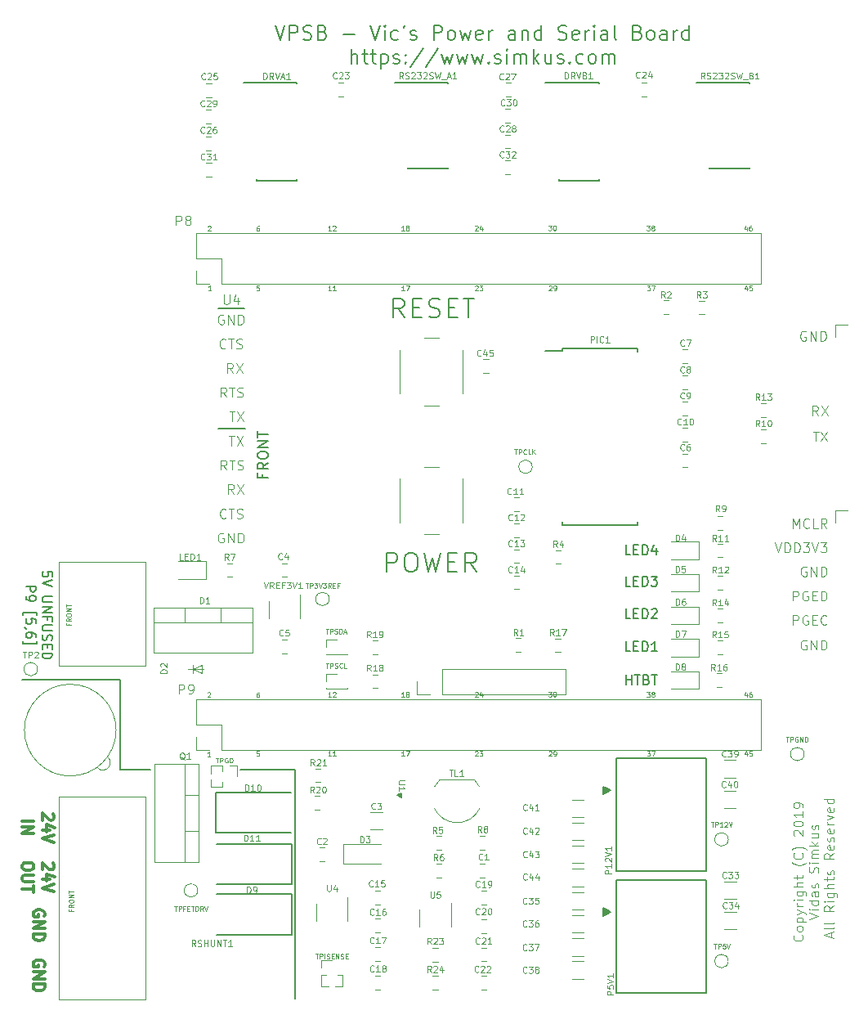
<source format=gto>
G04 #@! TF.GenerationSoftware,KiCad,Pcbnew,5.0.2-bee76a0~70~ubuntu18.04.1*
G04 #@! TF.CreationDate,2019-07-08T18:19:28-05:00*
G04 #@! TF.ProjectId,BBB_SHIELD_V2,4242425f-5348-4494-954c-445f56322e6b,rev?*
G04 #@! TF.SameCoordinates,Original*
G04 #@! TF.FileFunction,Legend,Top*
G04 #@! TF.FilePolarity,Positive*
%FSLAX46Y46*%
G04 Gerber Fmt 4.6, Leading zero omitted, Abs format (unit mm)*
G04 Created by KiCad (PCBNEW 5.0.2-bee76a0~70~ubuntu18.04.1) date Mon 08 Jul 2019 06:19:28 PM CDT*
%MOMM*%
%LPD*%
G01*
G04 APERTURE LIST*
%ADD10C,0.100000*%
%ADD11C,0.200000*%
%ADD12C,0.300000*%
%ADD13C,0.120000*%
%ADD14C,0.150000*%
%ADD15C,0.050000*%
G04 APERTURE END LIST*
D10*
X124767142Y-118976190D02*
X125052857Y-118976190D01*
X124910000Y-119476190D02*
X124910000Y-118976190D01*
X125219523Y-119476190D02*
X125219523Y-118976190D01*
X125410000Y-118976190D01*
X125457619Y-119000000D01*
X125481428Y-119023809D01*
X125505238Y-119071428D01*
X125505238Y-119142857D01*
X125481428Y-119190476D01*
X125457619Y-119214285D01*
X125410000Y-119238095D01*
X125219523Y-119238095D01*
X125981428Y-119000000D02*
X125933809Y-118976190D01*
X125862380Y-118976190D01*
X125790952Y-119000000D01*
X125743333Y-119047619D01*
X125719523Y-119095238D01*
X125695714Y-119190476D01*
X125695714Y-119261904D01*
X125719523Y-119357142D01*
X125743333Y-119404761D01*
X125790952Y-119452380D01*
X125862380Y-119476190D01*
X125910000Y-119476190D01*
X125981428Y-119452380D01*
X126005238Y-119428571D01*
X126005238Y-119261904D01*
X125910000Y-119261904D01*
X126219523Y-119476190D02*
X126219523Y-118976190D01*
X126338571Y-118976190D01*
X126410000Y-119000000D01*
X126457619Y-119047619D01*
X126481428Y-119095238D01*
X126505238Y-119190476D01*
X126505238Y-119261904D01*
X126481428Y-119357142D01*
X126457619Y-119404761D01*
X126410000Y-119452380D01*
X126338571Y-119476190D01*
X126219523Y-119476190D01*
X123907142Y-112243809D02*
X123930952Y-112220000D01*
X123978571Y-112196190D01*
X124097619Y-112196190D01*
X124145238Y-112220000D01*
X124169047Y-112243809D01*
X124192857Y-112291428D01*
X124192857Y-112339047D01*
X124169047Y-112410476D01*
X123883333Y-112696190D01*
X124192857Y-112696190D01*
X124192857Y-118836190D02*
X123907142Y-118836190D01*
X124050000Y-118836190D02*
X124050000Y-118336190D01*
X124002380Y-118407619D01*
X123954761Y-118455238D01*
X123907142Y-118479047D01*
X123947142Y-63973809D02*
X123970952Y-63950000D01*
X124018571Y-63926190D01*
X124137619Y-63926190D01*
X124185238Y-63950000D01*
X124209047Y-63973809D01*
X124232857Y-64021428D01*
X124232857Y-64069047D01*
X124209047Y-64140476D01*
X123923333Y-64426190D01*
X124232857Y-64426190D01*
X124282857Y-70576190D02*
X123997142Y-70576190D01*
X124140000Y-70576190D02*
X124140000Y-70076190D01*
X124092380Y-70147619D01*
X124044761Y-70195238D01*
X123997142Y-70219047D01*
X144284761Y-64396190D02*
X143999047Y-64396190D01*
X144141904Y-64396190D02*
X144141904Y-63896190D01*
X144094285Y-63967619D01*
X144046666Y-64015238D01*
X143999047Y-64039047D01*
X144570476Y-64110476D02*
X144522857Y-64086666D01*
X144499047Y-64062857D01*
X144475238Y-64015238D01*
X144475238Y-63991428D01*
X144499047Y-63943809D01*
X144522857Y-63920000D01*
X144570476Y-63896190D01*
X144665714Y-63896190D01*
X144713333Y-63920000D01*
X144737142Y-63943809D01*
X144760952Y-63991428D01*
X144760952Y-64015238D01*
X144737142Y-64062857D01*
X144713333Y-64086666D01*
X144665714Y-64110476D01*
X144570476Y-64110476D01*
X144522857Y-64134285D01*
X144499047Y-64158095D01*
X144475238Y-64205714D01*
X144475238Y-64300952D01*
X144499047Y-64348571D01*
X144522857Y-64372380D01*
X144570476Y-64396190D01*
X144665714Y-64396190D01*
X144713333Y-64372380D01*
X144737142Y-64348571D01*
X144760952Y-64300952D01*
X144760952Y-64205714D01*
X144737142Y-64158095D01*
X144713333Y-64134285D01*
X144665714Y-64110476D01*
X151629047Y-63933809D02*
X151652857Y-63910000D01*
X151700476Y-63886190D01*
X151819523Y-63886190D01*
X151867142Y-63910000D01*
X151890952Y-63933809D01*
X151914761Y-63981428D01*
X151914761Y-64029047D01*
X151890952Y-64100476D01*
X151605238Y-64386190D01*
X151914761Y-64386190D01*
X152343333Y-64052857D02*
X152343333Y-64386190D01*
X152224285Y-63862380D02*
X152105238Y-64219523D01*
X152414761Y-64219523D01*
X136694761Y-64406190D02*
X136409047Y-64406190D01*
X136551904Y-64406190D02*
X136551904Y-63906190D01*
X136504285Y-63977619D01*
X136456666Y-64025238D01*
X136409047Y-64049047D01*
X136885238Y-63953809D02*
X136909047Y-63930000D01*
X136956666Y-63906190D01*
X137075714Y-63906190D01*
X137123333Y-63930000D01*
X137147142Y-63953809D01*
X137170952Y-64001428D01*
X137170952Y-64049047D01*
X137147142Y-64120476D01*
X136861428Y-64406190D01*
X137170952Y-64406190D01*
X179767142Y-64062857D02*
X179767142Y-64396190D01*
X179648095Y-63872380D02*
X179529047Y-64229523D01*
X179838571Y-64229523D01*
X180243333Y-63896190D02*
X180148095Y-63896190D01*
X180100476Y-63920000D01*
X180076666Y-63943809D01*
X180029047Y-64015238D01*
X180005238Y-64110476D01*
X180005238Y-64300952D01*
X180029047Y-64348571D01*
X180052857Y-64372380D01*
X180100476Y-64396190D01*
X180195714Y-64396190D01*
X180243333Y-64372380D01*
X180267142Y-64348571D01*
X180290952Y-64300952D01*
X180290952Y-64181904D01*
X180267142Y-64134285D01*
X180243333Y-64110476D01*
X180195714Y-64086666D01*
X180100476Y-64086666D01*
X180052857Y-64110476D01*
X180029047Y-64134285D01*
X180005238Y-64181904D01*
X159215238Y-63866190D02*
X159524761Y-63866190D01*
X159358095Y-64056666D01*
X159429523Y-64056666D01*
X159477142Y-64080476D01*
X159500952Y-64104285D01*
X159524761Y-64151904D01*
X159524761Y-64270952D01*
X159500952Y-64318571D01*
X159477142Y-64342380D01*
X159429523Y-64366190D01*
X159286666Y-64366190D01*
X159239047Y-64342380D01*
X159215238Y-64318571D01*
X159834285Y-63866190D02*
X159881904Y-63866190D01*
X159929523Y-63890000D01*
X159953333Y-63913809D01*
X159977142Y-63961428D01*
X160000952Y-64056666D01*
X160000952Y-64175714D01*
X159977142Y-64270952D01*
X159953333Y-64318571D01*
X159929523Y-64342380D01*
X159881904Y-64366190D01*
X159834285Y-64366190D01*
X159786666Y-64342380D01*
X159762857Y-64318571D01*
X159739047Y-64270952D01*
X159715238Y-64175714D01*
X159715238Y-64056666D01*
X159739047Y-63961428D01*
X159762857Y-63913809D01*
X159786666Y-63890000D01*
X159834285Y-63866190D01*
X129225238Y-63926190D02*
X129130000Y-63926190D01*
X129082380Y-63950000D01*
X129058571Y-63973809D01*
X129010952Y-64045238D01*
X128987142Y-64140476D01*
X128987142Y-64330952D01*
X129010952Y-64378571D01*
X129034761Y-64402380D01*
X129082380Y-64426190D01*
X129177619Y-64426190D01*
X129225238Y-64402380D01*
X129249047Y-64378571D01*
X129272857Y-64330952D01*
X129272857Y-64211904D01*
X129249047Y-64164285D01*
X129225238Y-64140476D01*
X129177619Y-64116666D01*
X129082380Y-64116666D01*
X129034761Y-64140476D01*
X129010952Y-64164285D01*
X128987142Y-64211904D01*
X169405238Y-63896190D02*
X169714761Y-63896190D01*
X169548095Y-64086666D01*
X169619523Y-64086666D01*
X169667142Y-64110476D01*
X169690952Y-64134285D01*
X169714761Y-64181904D01*
X169714761Y-64300952D01*
X169690952Y-64348571D01*
X169667142Y-64372380D01*
X169619523Y-64396190D01*
X169476666Y-64396190D01*
X169429047Y-64372380D01*
X169405238Y-64348571D01*
X170000476Y-64110476D02*
X169952857Y-64086666D01*
X169929047Y-64062857D01*
X169905238Y-64015238D01*
X169905238Y-63991428D01*
X169929047Y-63943809D01*
X169952857Y-63920000D01*
X170000476Y-63896190D01*
X170095714Y-63896190D01*
X170143333Y-63920000D01*
X170167142Y-63943809D01*
X170190952Y-63991428D01*
X170190952Y-64015238D01*
X170167142Y-64062857D01*
X170143333Y-64086666D01*
X170095714Y-64110476D01*
X170000476Y-64110476D01*
X169952857Y-64134285D01*
X169929047Y-64158095D01*
X169905238Y-64205714D01*
X169905238Y-64300952D01*
X169929047Y-64348571D01*
X169952857Y-64372380D01*
X170000476Y-64396190D01*
X170095714Y-64396190D01*
X170143333Y-64372380D01*
X170167142Y-64348571D01*
X170190952Y-64300952D01*
X170190952Y-64205714D01*
X170167142Y-64158095D01*
X170143333Y-64134285D01*
X170095714Y-64110476D01*
X179777142Y-112342857D02*
X179777142Y-112676190D01*
X179658095Y-112152380D02*
X179539047Y-112509523D01*
X179848571Y-112509523D01*
X180253333Y-112176190D02*
X180158095Y-112176190D01*
X180110476Y-112200000D01*
X180086666Y-112223809D01*
X180039047Y-112295238D01*
X180015238Y-112390476D01*
X180015238Y-112580952D01*
X180039047Y-112628571D01*
X180062857Y-112652380D01*
X180110476Y-112676190D01*
X180205714Y-112676190D01*
X180253333Y-112652380D01*
X180277142Y-112628571D01*
X180300952Y-112580952D01*
X180300952Y-112461904D01*
X180277142Y-112414285D01*
X180253333Y-112390476D01*
X180205714Y-112366666D01*
X180110476Y-112366666D01*
X180062857Y-112390476D01*
X180039047Y-112414285D01*
X180015238Y-112461904D01*
X169415238Y-112176190D02*
X169724761Y-112176190D01*
X169558095Y-112366666D01*
X169629523Y-112366666D01*
X169677142Y-112390476D01*
X169700952Y-112414285D01*
X169724761Y-112461904D01*
X169724761Y-112580952D01*
X169700952Y-112628571D01*
X169677142Y-112652380D01*
X169629523Y-112676190D01*
X169486666Y-112676190D01*
X169439047Y-112652380D01*
X169415238Y-112628571D01*
X170010476Y-112390476D02*
X169962857Y-112366666D01*
X169939047Y-112342857D01*
X169915238Y-112295238D01*
X169915238Y-112271428D01*
X169939047Y-112223809D01*
X169962857Y-112200000D01*
X170010476Y-112176190D01*
X170105714Y-112176190D01*
X170153333Y-112200000D01*
X170177142Y-112223809D01*
X170200952Y-112271428D01*
X170200952Y-112295238D01*
X170177142Y-112342857D01*
X170153333Y-112366666D01*
X170105714Y-112390476D01*
X170010476Y-112390476D01*
X169962857Y-112414285D01*
X169939047Y-112438095D01*
X169915238Y-112485714D01*
X169915238Y-112580952D01*
X169939047Y-112628571D01*
X169962857Y-112652380D01*
X170010476Y-112676190D01*
X170105714Y-112676190D01*
X170153333Y-112652380D01*
X170177142Y-112628571D01*
X170200952Y-112580952D01*
X170200952Y-112485714D01*
X170177142Y-112438095D01*
X170153333Y-112414285D01*
X170105714Y-112390476D01*
X159225238Y-112146190D02*
X159534761Y-112146190D01*
X159368095Y-112336666D01*
X159439523Y-112336666D01*
X159487142Y-112360476D01*
X159510952Y-112384285D01*
X159534761Y-112431904D01*
X159534761Y-112550952D01*
X159510952Y-112598571D01*
X159487142Y-112622380D01*
X159439523Y-112646190D01*
X159296666Y-112646190D01*
X159249047Y-112622380D01*
X159225238Y-112598571D01*
X159844285Y-112146190D02*
X159891904Y-112146190D01*
X159939523Y-112170000D01*
X159963333Y-112193809D01*
X159987142Y-112241428D01*
X160010952Y-112336666D01*
X160010952Y-112455714D01*
X159987142Y-112550952D01*
X159963333Y-112598571D01*
X159939523Y-112622380D01*
X159891904Y-112646190D01*
X159844285Y-112646190D01*
X159796666Y-112622380D01*
X159772857Y-112598571D01*
X159749047Y-112550952D01*
X159725238Y-112455714D01*
X159725238Y-112336666D01*
X159749047Y-112241428D01*
X159772857Y-112193809D01*
X159796666Y-112170000D01*
X159844285Y-112146190D01*
X151639047Y-112213809D02*
X151662857Y-112190000D01*
X151710476Y-112166190D01*
X151829523Y-112166190D01*
X151877142Y-112190000D01*
X151900952Y-112213809D01*
X151924761Y-112261428D01*
X151924761Y-112309047D01*
X151900952Y-112380476D01*
X151615238Y-112666190D01*
X151924761Y-112666190D01*
X152353333Y-112332857D02*
X152353333Y-112666190D01*
X152234285Y-112142380D02*
X152115238Y-112499523D01*
X152424761Y-112499523D01*
X144294761Y-112676190D02*
X144009047Y-112676190D01*
X144151904Y-112676190D02*
X144151904Y-112176190D01*
X144104285Y-112247619D01*
X144056666Y-112295238D01*
X144009047Y-112319047D01*
X144580476Y-112390476D02*
X144532857Y-112366666D01*
X144509047Y-112342857D01*
X144485238Y-112295238D01*
X144485238Y-112271428D01*
X144509047Y-112223809D01*
X144532857Y-112200000D01*
X144580476Y-112176190D01*
X144675714Y-112176190D01*
X144723333Y-112200000D01*
X144747142Y-112223809D01*
X144770952Y-112271428D01*
X144770952Y-112295238D01*
X144747142Y-112342857D01*
X144723333Y-112366666D01*
X144675714Y-112390476D01*
X144580476Y-112390476D01*
X144532857Y-112414285D01*
X144509047Y-112438095D01*
X144485238Y-112485714D01*
X144485238Y-112580952D01*
X144509047Y-112628571D01*
X144532857Y-112652380D01*
X144580476Y-112676190D01*
X144675714Y-112676190D01*
X144723333Y-112652380D01*
X144747142Y-112628571D01*
X144770952Y-112580952D01*
X144770952Y-112485714D01*
X144747142Y-112438095D01*
X144723333Y-112414285D01*
X144675714Y-112390476D01*
X136704761Y-112686190D02*
X136419047Y-112686190D01*
X136561904Y-112686190D02*
X136561904Y-112186190D01*
X136514285Y-112257619D01*
X136466666Y-112305238D01*
X136419047Y-112329047D01*
X136895238Y-112233809D02*
X136919047Y-112210000D01*
X136966666Y-112186190D01*
X137085714Y-112186190D01*
X137133333Y-112210000D01*
X137157142Y-112233809D01*
X137180952Y-112281428D01*
X137180952Y-112329047D01*
X137157142Y-112400476D01*
X136871428Y-112686190D01*
X137180952Y-112686190D01*
X129235238Y-112206190D02*
X129140000Y-112206190D01*
X129092380Y-112230000D01*
X129068571Y-112253809D01*
X129020952Y-112325238D01*
X128997142Y-112420476D01*
X128997142Y-112610952D01*
X129020952Y-112658571D01*
X129044761Y-112682380D01*
X129092380Y-112706190D01*
X129187619Y-112706190D01*
X129235238Y-112682380D01*
X129259047Y-112658571D01*
X129282857Y-112610952D01*
X129282857Y-112491904D01*
X129259047Y-112444285D01*
X129235238Y-112420476D01*
X129187619Y-112396666D01*
X129092380Y-112396666D01*
X129044761Y-112420476D01*
X129020952Y-112444285D01*
X128997142Y-112491904D01*
X185497142Y-137308571D02*
X185544761Y-137356190D01*
X185592380Y-137499047D01*
X185592380Y-137594285D01*
X185544761Y-137737142D01*
X185449523Y-137832380D01*
X185354285Y-137880000D01*
X185163809Y-137927619D01*
X185020952Y-137927619D01*
X184830476Y-137880000D01*
X184735238Y-137832380D01*
X184640000Y-137737142D01*
X184592380Y-137594285D01*
X184592380Y-137499047D01*
X184640000Y-137356190D01*
X184687619Y-137308571D01*
X185592380Y-136737142D02*
X185544761Y-136832380D01*
X185497142Y-136880000D01*
X185401904Y-136927619D01*
X185116190Y-136927619D01*
X185020952Y-136880000D01*
X184973333Y-136832380D01*
X184925714Y-136737142D01*
X184925714Y-136594285D01*
X184973333Y-136499047D01*
X185020952Y-136451428D01*
X185116190Y-136403809D01*
X185401904Y-136403809D01*
X185497142Y-136451428D01*
X185544761Y-136499047D01*
X185592380Y-136594285D01*
X185592380Y-136737142D01*
X184925714Y-135975238D02*
X185925714Y-135975238D01*
X184973333Y-135975238D02*
X184925714Y-135880000D01*
X184925714Y-135689523D01*
X184973333Y-135594285D01*
X185020952Y-135546666D01*
X185116190Y-135499047D01*
X185401904Y-135499047D01*
X185497142Y-135546666D01*
X185544761Y-135594285D01*
X185592380Y-135689523D01*
X185592380Y-135880000D01*
X185544761Y-135975238D01*
X184925714Y-135165714D02*
X185592380Y-134927619D01*
X184925714Y-134689523D02*
X185592380Y-134927619D01*
X185830476Y-135022857D01*
X185878095Y-135070476D01*
X185925714Y-135165714D01*
X185592380Y-134308571D02*
X184925714Y-134308571D01*
X185116190Y-134308571D02*
X185020952Y-134260952D01*
X184973333Y-134213333D01*
X184925714Y-134118095D01*
X184925714Y-134022857D01*
X185592380Y-133689523D02*
X184925714Y-133689523D01*
X184592380Y-133689523D02*
X184640000Y-133737142D01*
X184687619Y-133689523D01*
X184640000Y-133641904D01*
X184592380Y-133689523D01*
X184687619Y-133689523D01*
X184925714Y-132784761D02*
X185735238Y-132784761D01*
X185830476Y-132832380D01*
X185878095Y-132880000D01*
X185925714Y-132975238D01*
X185925714Y-133118095D01*
X185878095Y-133213333D01*
X185544761Y-132784761D02*
X185592380Y-132880000D01*
X185592380Y-133070476D01*
X185544761Y-133165714D01*
X185497142Y-133213333D01*
X185401904Y-133260952D01*
X185116190Y-133260952D01*
X185020952Y-133213333D01*
X184973333Y-133165714D01*
X184925714Y-133070476D01*
X184925714Y-132880000D01*
X184973333Y-132784761D01*
X185592380Y-132308571D02*
X184592380Y-132308571D01*
X185592380Y-131880000D02*
X185068571Y-131880000D01*
X184973333Y-131927619D01*
X184925714Y-132022857D01*
X184925714Y-132165714D01*
X184973333Y-132260952D01*
X185020952Y-132308571D01*
X184925714Y-131546666D02*
X184925714Y-131165714D01*
X184592380Y-131403809D02*
X185449523Y-131403809D01*
X185544761Y-131356190D01*
X185592380Y-131260952D01*
X185592380Y-131165714D01*
X185973333Y-129784761D02*
X185925714Y-129832380D01*
X185782857Y-129927619D01*
X185687619Y-129975238D01*
X185544761Y-130022857D01*
X185306666Y-130070476D01*
X185116190Y-130070476D01*
X184878095Y-130022857D01*
X184735238Y-129975238D01*
X184640000Y-129927619D01*
X184497142Y-129832380D01*
X184449523Y-129784761D01*
X185497142Y-128832380D02*
X185544761Y-128880000D01*
X185592380Y-129022857D01*
X185592380Y-129118095D01*
X185544761Y-129260952D01*
X185449523Y-129356190D01*
X185354285Y-129403809D01*
X185163809Y-129451428D01*
X185020952Y-129451428D01*
X184830476Y-129403809D01*
X184735238Y-129356190D01*
X184640000Y-129260952D01*
X184592380Y-129118095D01*
X184592380Y-129022857D01*
X184640000Y-128880000D01*
X184687619Y-128832380D01*
X185973333Y-128499047D02*
X185925714Y-128451428D01*
X185782857Y-128356190D01*
X185687619Y-128308571D01*
X185544761Y-128260952D01*
X185306666Y-128213333D01*
X185116190Y-128213333D01*
X184878095Y-128260952D01*
X184735238Y-128308571D01*
X184640000Y-128356190D01*
X184497142Y-128451428D01*
X184449523Y-128499047D01*
X184687619Y-127022857D02*
X184640000Y-126975238D01*
X184592380Y-126880000D01*
X184592380Y-126641904D01*
X184640000Y-126546666D01*
X184687619Y-126499047D01*
X184782857Y-126451428D01*
X184878095Y-126451428D01*
X185020952Y-126499047D01*
X185592380Y-127070476D01*
X185592380Y-126451428D01*
X184592380Y-125832380D02*
X184592380Y-125737142D01*
X184640000Y-125641904D01*
X184687619Y-125594285D01*
X184782857Y-125546666D01*
X184973333Y-125499047D01*
X185211428Y-125499047D01*
X185401904Y-125546666D01*
X185497142Y-125594285D01*
X185544761Y-125641904D01*
X185592380Y-125737142D01*
X185592380Y-125832380D01*
X185544761Y-125927619D01*
X185497142Y-125975238D01*
X185401904Y-126022857D01*
X185211428Y-126070476D01*
X184973333Y-126070476D01*
X184782857Y-126022857D01*
X184687619Y-125975238D01*
X184640000Y-125927619D01*
X184592380Y-125832380D01*
X185592380Y-124546666D02*
X185592380Y-125118095D01*
X185592380Y-124832380D02*
X184592380Y-124832380D01*
X184735238Y-124927619D01*
X184830476Y-125022857D01*
X184878095Y-125118095D01*
X185592380Y-124070476D02*
X185592380Y-123880000D01*
X185544761Y-123784761D01*
X185497142Y-123737142D01*
X185354285Y-123641904D01*
X185163809Y-123594285D01*
X184782857Y-123594285D01*
X184687619Y-123641904D01*
X184640000Y-123689523D01*
X184592380Y-123784761D01*
X184592380Y-123975238D01*
X184640000Y-124070476D01*
X184687619Y-124118095D01*
X184782857Y-124165714D01*
X185020952Y-124165714D01*
X185116190Y-124118095D01*
X185163809Y-124070476D01*
X185211428Y-123975238D01*
X185211428Y-123784761D01*
X185163809Y-123689523D01*
X185116190Y-123641904D01*
X185020952Y-123594285D01*
X186192380Y-135665714D02*
X187192380Y-135332380D01*
X186192380Y-134999047D01*
X187192380Y-134665714D02*
X186525714Y-134665714D01*
X186192380Y-134665714D02*
X186240000Y-134713333D01*
X186287619Y-134665714D01*
X186240000Y-134618095D01*
X186192380Y-134665714D01*
X186287619Y-134665714D01*
X187192380Y-133760952D02*
X186192380Y-133760952D01*
X187144761Y-133760952D02*
X187192380Y-133856190D01*
X187192380Y-134046666D01*
X187144761Y-134141904D01*
X187097142Y-134189523D01*
X187001904Y-134237142D01*
X186716190Y-134237142D01*
X186620952Y-134189523D01*
X186573333Y-134141904D01*
X186525714Y-134046666D01*
X186525714Y-133856190D01*
X186573333Y-133760952D01*
X187192380Y-132856190D02*
X186668571Y-132856190D01*
X186573333Y-132903809D01*
X186525714Y-132999047D01*
X186525714Y-133189523D01*
X186573333Y-133284761D01*
X187144761Y-132856190D02*
X187192380Y-132951428D01*
X187192380Y-133189523D01*
X187144761Y-133284761D01*
X187049523Y-133332380D01*
X186954285Y-133332380D01*
X186859047Y-133284761D01*
X186811428Y-133189523D01*
X186811428Y-132951428D01*
X186763809Y-132856190D01*
X187144761Y-132427619D02*
X187192380Y-132332380D01*
X187192380Y-132141904D01*
X187144761Y-132046666D01*
X187049523Y-131999047D01*
X187001904Y-131999047D01*
X186906666Y-132046666D01*
X186859047Y-132141904D01*
X186859047Y-132284761D01*
X186811428Y-132380000D01*
X186716190Y-132427619D01*
X186668571Y-132427619D01*
X186573333Y-132380000D01*
X186525714Y-132284761D01*
X186525714Y-132141904D01*
X186573333Y-132046666D01*
X187144761Y-130856190D02*
X187192380Y-130713333D01*
X187192380Y-130475238D01*
X187144761Y-130380000D01*
X187097142Y-130332380D01*
X187001904Y-130284761D01*
X186906666Y-130284761D01*
X186811428Y-130332380D01*
X186763809Y-130380000D01*
X186716190Y-130475238D01*
X186668571Y-130665714D01*
X186620952Y-130760952D01*
X186573333Y-130808571D01*
X186478095Y-130856190D01*
X186382857Y-130856190D01*
X186287619Y-130808571D01*
X186240000Y-130760952D01*
X186192380Y-130665714D01*
X186192380Y-130427619D01*
X186240000Y-130284761D01*
X187192380Y-129856190D02*
X186525714Y-129856190D01*
X186192380Y-129856190D02*
X186240000Y-129903809D01*
X186287619Y-129856190D01*
X186240000Y-129808571D01*
X186192380Y-129856190D01*
X186287619Y-129856190D01*
X187192380Y-129380000D02*
X186525714Y-129380000D01*
X186620952Y-129380000D02*
X186573333Y-129332380D01*
X186525714Y-129237142D01*
X186525714Y-129094285D01*
X186573333Y-128999047D01*
X186668571Y-128951428D01*
X187192380Y-128951428D01*
X186668571Y-128951428D02*
X186573333Y-128903809D01*
X186525714Y-128808571D01*
X186525714Y-128665714D01*
X186573333Y-128570476D01*
X186668571Y-128522857D01*
X187192380Y-128522857D01*
X187192380Y-128046666D02*
X186192380Y-128046666D01*
X186811428Y-127951428D02*
X187192380Y-127665714D01*
X186525714Y-127665714D02*
X186906666Y-128046666D01*
X186525714Y-126808571D02*
X187192380Y-126808571D01*
X186525714Y-127237142D02*
X187049523Y-127237142D01*
X187144761Y-127189523D01*
X187192380Y-127094285D01*
X187192380Y-126951428D01*
X187144761Y-126856190D01*
X187097142Y-126808571D01*
X187144761Y-126380000D02*
X187192380Y-126284761D01*
X187192380Y-126094285D01*
X187144761Y-125999047D01*
X187049523Y-125951428D01*
X187001904Y-125951428D01*
X186906666Y-125999047D01*
X186859047Y-126094285D01*
X186859047Y-126237142D01*
X186811428Y-126332380D01*
X186716190Y-126380000D01*
X186668571Y-126380000D01*
X186573333Y-126332380D01*
X186525714Y-126237142D01*
X186525714Y-126094285D01*
X186573333Y-125999047D01*
X188506666Y-137570476D02*
X188506666Y-137094285D01*
X188792380Y-137665714D02*
X187792380Y-137332380D01*
X188792380Y-136999047D01*
X188792380Y-136522857D02*
X188744761Y-136618095D01*
X188649523Y-136665714D01*
X187792380Y-136665714D01*
X188792380Y-135999047D02*
X188744761Y-136094285D01*
X188649523Y-136141904D01*
X187792380Y-136141904D01*
X188792380Y-134284761D02*
X188316190Y-134618095D01*
X188792380Y-134856190D02*
X187792380Y-134856190D01*
X187792380Y-134475238D01*
X187840000Y-134380000D01*
X187887619Y-134332380D01*
X187982857Y-134284761D01*
X188125714Y-134284761D01*
X188220952Y-134332380D01*
X188268571Y-134380000D01*
X188316190Y-134475238D01*
X188316190Y-134856190D01*
X188792380Y-133856190D02*
X188125714Y-133856190D01*
X187792380Y-133856190D02*
X187840000Y-133903809D01*
X187887619Y-133856190D01*
X187840000Y-133808571D01*
X187792380Y-133856190D01*
X187887619Y-133856190D01*
X188125714Y-132951428D02*
X188935238Y-132951428D01*
X189030476Y-132999047D01*
X189078095Y-133046666D01*
X189125714Y-133141904D01*
X189125714Y-133284761D01*
X189078095Y-133380000D01*
X188744761Y-132951428D02*
X188792380Y-133046666D01*
X188792380Y-133237142D01*
X188744761Y-133332380D01*
X188697142Y-133380000D01*
X188601904Y-133427619D01*
X188316190Y-133427619D01*
X188220952Y-133380000D01*
X188173333Y-133332380D01*
X188125714Y-133237142D01*
X188125714Y-133046666D01*
X188173333Y-132951428D01*
X188792380Y-132475238D02*
X187792380Y-132475238D01*
X188792380Y-132046666D02*
X188268571Y-132046666D01*
X188173333Y-132094285D01*
X188125714Y-132189523D01*
X188125714Y-132332380D01*
X188173333Y-132427619D01*
X188220952Y-132475238D01*
X188125714Y-131713333D02*
X188125714Y-131332380D01*
X187792380Y-131570476D02*
X188649523Y-131570476D01*
X188744761Y-131522857D01*
X188792380Y-131427619D01*
X188792380Y-131332380D01*
X188744761Y-131046666D02*
X188792380Y-130951428D01*
X188792380Y-130760952D01*
X188744761Y-130665714D01*
X188649523Y-130618095D01*
X188601904Y-130618095D01*
X188506666Y-130665714D01*
X188459047Y-130760952D01*
X188459047Y-130903809D01*
X188411428Y-130999047D01*
X188316190Y-131046666D01*
X188268571Y-131046666D01*
X188173333Y-130999047D01*
X188125714Y-130903809D01*
X188125714Y-130760952D01*
X188173333Y-130665714D01*
X188792380Y-128856190D02*
X188316190Y-129189523D01*
X188792380Y-129427619D02*
X187792380Y-129427619D01*
X187792380Y-129046666D01*
X187840000Y-128951428D01*
X187887619Y-128903809D01*
X187982857Y-128856190D01*
X188125714Y-128856190D01*
X188220952Y-128903809D01*
X188268571Y-128951428D01*
X188316190Y-129046666D01*
X188316190Y-129427619D01*
X188744761Y-128046666D02*
X188792380Y-128141904D01*
X188792380Y-128332380D01*
X188744761Y-128427619D01*
X188649523Y-128475238D01*
X188268571Y-128475238D01*
X188173333Y-128427619D01*
X188125714Y-128332380D01*
X188125714Y-128141904D01*
X188173333Y-128046666D01*
X188268571Y-127999047D01*
X188363809Y-127999047D01*
X188459047Y-128475238D01*
X188744761Y-127618095D02*
X188792380Y-127522857D01*
X188792380Y-127332380D01*
X188744761Y-127237142D01*
X188649523Y-127189523D01*
X188601904Y-127189523D01*
X188506666Y-127237142D01*
X188459047Y-127332380D01*
X188459047Y-127475238D01*
X188411428Y-127570476D01*
X188316190Y-127618095D01*
X188268571Y-127618095D01*
X188173333Y-127570476D01*
X188125714Y-127475238D01*
X188125714Y-127332380D01*
X188173333Y-127237142D01*
X188744761Y-126380000D02*
X188792380Y-126475238D01*
X188792380Y-126665714D01*
X188744761Y-126760952D01*
X188649523Y-126808571D01*
X188268571Y-126808571D01*
X188173333Y-126760952D01*
X188125714Y-126665714D01*
X188125714Y-126475238D01*
X188173333Y-126380000D01*
X188268571Y-126332380D01*
X188363809Y-126332380D01*
X188459047Y-126808571D01*
X188792380Y-125903809D02*
X188125714Y-125903809D01*
X188316190Y-125903809D02*
X188220952Y-125856190D01*
X188173333Y-125808571D01*
X188125714Y-125713333D01*
X188125714Y-125618095D01*
X188125714Y-125380000D02*
X188792380Y-125141904D01*
X188125714Y-124903809D01*
X188744761Y-124141904D02*
X188792380Y-124237142D01*
X188792380Y-124427619D01*
X188744761Y-124522857D01*
X188649523Y-124570476D01*
X188268571Y-124570476D01*
X188173333Y-124522857D01*
X188125714Y-124427619D01*
X188125714Y-124237142D01*
X188173333Y-124141904D01*
X188268571Y-124094285D01*
X188363809Y-124094285D01*
X188459047Y-124570476D01*
X188792380Y-123237142D02*
X187792380Y-123237142D01*
X188744761Y-123237142D02*
X188792380Y-123332380D01*
X188792380Y-123522857D01*
X188744761Y-123618095D01*
X188697142Y-123665714D01*
X188601904Y-123713333D01*
X188316190Y-123713333D01*
X188220952Y-123665714D01*
X188173333Y-123618095D01*
X188125714Y-123522857D01*
X188125714Y-123332380D01*
X188173333Y-123237142D01*
X125593095Y-71027380D02*
X125593095Y-71836904D01*
X125640714Y-71932142D01*
X125688333Y-71979761D01*
X125783571Y-72027380D01*
X125974047Y-72027380D01*
X126069285Y-71979761D01*
X126116904Y-71932142D01*
X126164523Y-71836904D01*
X126164523Y-71027380D01*
X127069285Y-71360714D02*
X127069285Y-72027380D01*
X126831190Y-70979761D02*
X126593095Y-71694047D01*
X127212142Y-71694047D01*
D11*
X127705000Y-72450000D02*
X124980000Y-72450000D01*
X127780000Y-84875000D02*
X125030000Y-84875000D01*
D10*
X155704761Y-87051190D02*
X155990476Y-87051190D01*
X155847619Y-87551190D02*
X155847619Y-87051190D01*
X156157142Y-87551190D02*
X156157142Y-87051190D01*
X156347619Y-87051190D01*
X156395238Y-87075000D01*
X156419047Y-87098809D01*
X156442857Y-87146428D01*
X156442857Y-87217857D01*
X156419047Y-87265476D01*
X156395238Y-87289285D01*
X156347619Y-87313095D01*
X156157142Y-87313095D01*
X156942857Y-87503571D02*
X156919047Y-87527380D01*
X156847619Y-87551190D01*
X156800000Y-87551190D01*
X156728571Y-87527380D01*
X156680952Y-87479761D01*
X156657142Y-87432142D01*
X156633333Y-87336904D01*
X156633333Y-87265476D01*
X156657142Y-87170238D01*
X156680952Y-87122619D01*
X156728571Y-87075000D01*
X156800000Y-87051190D01*
X156847619Y-87051190D01*
X156919047Y-87075000D01*
X156942857Y-87098809D01*
X157395238Y-87551190D02*
X157157142Y-87551190D01*
X157157142Y-87051190D01*
X157561904Y-87551190D02*
X157561904Y-87051190D01*
X157847619Y-87551190D02*
X157633333Y-87265476D01*
X157847619Y-87051190D02*
X157561904Y-87336904D01*
X136166666Y-109176190D02*
X136452380Y-109176190D01*
X136309523Y-109676190D02*
X136309523Y-109176190D01*
X136619047Y-109676190D02*
X136619047Y-109176190D01*
X136809523Y-109176190D01*
X136857142Y-109200000D01*
X136880952Y-109223809D01*
X136904761Y-109271428D01*
X136904761Y-109342857D01*
X136880952Y-109390476D01*
X136857142Y-109414285D01*
X136809523Y-109438095D01*
X136619047Y-109438095D01*
X137095238Y-109652380D02*
X137166666Y-109676190D01*
X137285714Y-109676190D01*
X137333333Y-109652380D01*
X137357142Y-109628571D01*
X137380952Y-109580952D01*
X137380952Y-109533333D01*
X137357142Y-109485714D01*
X137333333Y-109461904D01*
X137285714Y-109438095D01*
X137190476Y-109414285D01*
X137142857Y-109390476D01*
X137119047Y-109366666D01*
X137095238Y-109319047D01*
X137095238Y-109271428D01*
X137119047Y-109223809D01*
X137142857Y-109200000D01*
X137190476Y-109176190D01*
X137309523Y-109176190D01*
X137380952Y-109200000D01*
X137880952Y-109628571D02*
X137857142Y-109652380D01*
X137785714Y-109676190D01*
X137738095Y-109676190D01*
X137666666Y-109652380D01*
X137619047Y-109604761D01*
X137595238Y-109557142D01*
X137571428Y-109461904D01*
X137571428Y-109390476D01*
X137595238Y-109295238D01*
X137619047Y-109247619D01*
X137666666Y-109200000D01*
X137738095Y-109176190D01*
X137785714Y-109176190D01*
X137857142Y-109200000D01*
X137880952Y-109223809D01*
X138333333Y-109676190D02*
X138095238Y-109676190D01*
X138095238Y-109176190D01*
X136154761Y-105626190D02*
X136440476Y-105626190D01*
X136297619Y-106126190D02*
X136297619Y-105626190D01*
X136607142Y-106126190D02*
X136607142Y-105626190D01*
X136797619Y-105626190D01*
X136845238Y-105650000D01*
X136869047Y-105673809D01*
X136892857Y-105721428D01*
X136892857Y-105792857D01*
X136869047Y-105840476D01*
X136845238Y-105864285D01*
X136797619Y-105888095D01*
X136607142Y-105888095D01*
X137083333Y-106102380D02*
X137154761Y-106126190D01*
X137273809Y-106126190D01*
X137321428Y-106102380D01*
X137345238Y-106078571D01*
X137369047Y-106030952D01*
X137369047Y-105983333D01*
X137345238Y-105935714D01*
X137321428Y-105911904D01*
X137273809Y-105888095D01*
X137178571Y-105864285D01*
X137130952Y-105840476D01*
X137107142Y-105816666D01*
X137083333Y-105769047D01*
X137083333Y-105721428D01*
X137107142Y-105673809D01*
X137130952Y-105650000D01*
X137178571Y-105626190D01*
X137297619Y-105626190D01*
X137369047Y-105650000D01*
X137583333Y-106126190D02*
X137583333Y-105626190D01*
X137702380Y-105626190D01*
X137773809Y-105650000D01*
X137821428Y-105697619D01*
X137845238Y-105745238D01*
X137869047Y-105840476D01*
X137869047Y-105911904D01*
X137845238Y-106007142D01*
X137821428Y-106054761D01*
X137773809Y-106102380D01*
X137702380Y-106126190D01*
X137583333Y-106126190D01*
X138059523Y-105983333D02*
X138297619Y-105983333D01*
X138011904Y-106126190D02*
X138178571Y-105626190D01*
X138345238Y-106126190D01*
X135097619Y-139276190D02*
X135383333Y-139276190D01*
X135240476Y-139776190D02*
X135240476Y-139276190D01*
X135550000Y-139776190D02*
X135550000Y-139276190D01*
X135740476Y-139276190D01*
X135788095Y-139300000D01*
X135811904Y-139323809D01*
X135835714Y-139371428D01*
X135835714Y-139442857D01*
X135811904Y-139490476D01*
X135788095Y-139514285D01*
X135740476Y-139538095D01*
X135550000Y-139538095D01*
X136050000Y-139776190D02*
X136050000Y-139276190D01*
X136264285Y-139752380D02*
X136335714Y-139776190D01*
X136454761Y-139776190D01*
X136502380Y-139752380D01*
X136526190Y-139728571D01*
X136550000Y-139680952D01*
X136550000Y-139633333D01*
X136526190Y-139585714D01*
X136502380Y-139561904D01*
X136454761Y-139538095D01*
X136359523Y-139514285D01*
X136311904Y-139490476D01*
X136288095Y-139466666D01*
X136264285Y-139419047D01*
X136264285Y-139371428D01*
X136288095Y-139323809D01*
X136311904Y-139300000D01*
X136359523Y-139276190D01*
X136478571Y-139276190D01*
X136550000Y-139300000D01*
X136764285Y-139514285D02*
X136930952Y-139514285D01*
X137002380Y-139776190D02*
X136764285Y-139776190D01*
X136764285Y-139276190D01*
X137002380Y-139276190D01*
X137216666Y-139776190D02*
X137216666Y-139276190D01*
X137502380Y-139776190D01*
X137502380Y-139276190D01*
X137716666Y-139752380D02*
X137788095Y-139776190D01*
X137907142Y-139776190D01*
X137954761Y-139752380D01*
X137978571Y-139728571D01*
X138002380Y-139680952D01*
X138002380Y-139633333D01*
X137978571Y-139585714D01*
X137954761Y-139561904D01*
X137907142Y-139538095D01*
X137811904Y-139514285D01*
X137764285Y-139490476D01*
X137740476Y-139466666D01*
X137716666Y-139419047D01*
X137716666Y-139371428D01*
X137740476Y-139323809D01*
X137764285Y-139300000D01*
X137811904Y-139276190D01*
X137930952Y-139276190D01*
X138002380Y-139300000D01*
X138216666Y-139514285D02*
X138383333Y-139514285D01*
X138454761Y-139776190D02*
X138216666Y-139776190D01*
X138216666Y-139276190D01*
X138454761Y-139276190D01*
X176354761Y-138226190D02*
X176640476Y-138226190D01*
X176497619Y-138726190D02*
X176497619Y-138226190D01*
X176807142Y-138726190D02*
X176807142Y-138226190D01*
X176997619Y-138226190D01*
X177045238Y-138250000D01*
X177069047Y-138273809D01*
X177092857Y-138321428D01*
X177092857Y-138392857D01*
X177069047Y-138440476D01*
X177045238Y-138464285D01*
X176997619Y-138488095D01*
X176807142Y-138488095D01*
X177545238Y-138226190D02*
X177307142Y-138226190D01*
X177283333Y-138464285D01*
X177307142Y-138440476D01*
X177354761Y-138416666D01*
X177473809Y-138416666D01*
X177521428Y-138440476D01*
X177545238Y-138464285D01*
X177569047Y-138511904D01*
X177569047Y-138630952D01*
X177545238Y-138678571D01*
X177521428Y-138702380D01*
X177473809Y-138726190D01*
X177354761Y-138726190D01*
X177307142Y-138702380D01*
X177283333Y-138678571D01*
X177711904Y-138226190D02*
X177878571Y-138726190D01*
X178045238Y-138226190D01*
X176066666Y-125626190D02*
X176352380Y-125626190D01*
X176209523Y-126126190D02*
X176209523Y-125626190D01*
X176519047Y-126126190D02*
X176519047Y-125626190D01*
X176709523Y-125626190D01*
X176757142Y-125650000D01*
X176780952Y-125673809D01*
X176804761Y-125721428D01*
X176804761Y-125792857D01*
X176780952Y-125840476D01*
X176757142Y-125864285D01*
X176709523Y-125888095D01*
X176519047Y-125888095D01*
X177280952Y-126126190D02*
X176995238Y-126126190D01*
X177138095Y-126126190D02*
X177138095Y-125626190D01*
X177090476Y-125697619D01*
X177042857Y-125745238D01*
X176995238Y-125769047D01*
X177471428Y-125673809D02*
X177495238Y-125650000D01*
X177542857Y-125626190D01*
X177661904Y-125626190D01*
X177709523Y-125650000D01*
X177733333Y-125673809D01*
X177757142Y-125721428D01*
X177757142Y-125769047D01*
X177733333Y-125840476D01*
X177447619Y-126126190D01*
X177757142Y-126126190D01*
X177900000Y-125626190D02*
X178066666Y-126126190D01*
X178233333Y-125626190D01*
X183845238Y-116826190D02*
X184130952Y-116826190D01*
X183988095Y-117326190D02*
X183988095Y-116826190D01*
X184297619Y-117326190D02*
X184297619Y-116826190D01*
X184488095Y-116826190D01*
X184535714Y-116850000D01*
X184559523Y-116873809D01*
X184583333Y-116921428D01*
X184583333Y-116992857D01*
X184559523Y-117040476D01*
X184535714Y-117064285D01*
X184488095Y-117088095D01*
X184297619Y-117088095D01*
X185059523Y-116850000D02*
X185011904Y-116826190D01*
X184940476Y-116826190D01*
X184869047Y-116850000D01*
X184821428Y-116897619D01*
X184797619Y-116945238D01*
X184773809Y-117040476D01*
X184773809Y-117111904D01*
X184797619Y-117207142D01*
X184821428Y-117254761D01*
X184869047Y-117302380D01*
X184940476Y-117326190D01*
X184988095Y-117326190D01*
X185059523Y-117302380D01*
X185083333Y-117278571D01*
X185083333Y-117111904D01*
X184988095Y-117111904D01*
X185297619Y-117326190D02*
X185297619Y-116826190D01*
X185583333Y-117326190D01*
X185583333Y-116826190D01*
X185821428Y-117326190D02*
X185821428Y-116826190D01*
X185940476Y-116826190D01*
X186011904Y-116850000D01*
X186059523Y-116897619D01*
X186083333Y-116945238D01*
X186107142Y-117040476D01*
X186107142Y-117111904D01*
X186083333Y-117207142D01*
X186059523Y-117254761D01*
X186011904Y-117302380D01*
X185940476Y-117326190D01*
X185821428Y-117326190D01*
X134076190Y-100876190D02*
X134361904Y-100876190D01*
X134219047Y-101376190D02*
X134219047Y-100876190D01*
X134528571Y-101376190D02*
X134528571Y-100876190D01*
X134719047Y-100876190D01*
X134766666Y-100900000D01*
X134790476Y-100923809D01*
X134814285Y-100971428D01*
X134814285Y-101042857D01*
X134790476Y-101090476D01*
X134766666Y-101114285D01*
X134719047Y-101138095D01*
X134528571Y-101138095D01*
X134980952Y-100876190D02*
X135290476Y-100876190D01*
X135123809Y-101066666D01*
X135195238Y-101066666D01*
X135242857Y-101090476D01*
X135266666Y-101114285D01*
X135290476Y-101161904D01*
X135290476Y-101280952D01*
X135266666Y-101328571D01*
X135242857Y-101352380D01*
X135195238Y-101376190D01*
X135052380Y-101376190D01*
X135004761Y-101352380D01*
X134980952Y-101328571D01*
X135433333Y-100876190D02*
X135600000Y-101376190D01*
X135766666Y-100876190D01*
X135885714Y-100876190D02*
X136195238Y-100876190D01*
X136028571Y-101066666D01*
X136100000Y-101066666D01*
X136147619Y-101090476D01*
X136171428Y-101114285D01*
X136195238Y-101161904D01*
X136195238Y-101280952D01*
X136171428Y-101328571D01*
X136147619Y-101352380D01*
X136100000Y-101376190D01*
X135957142Y-101376190D01*
X135909523Y-101352380D01*
X135885714Y-101328571D01*
X136695238Y-101376190D02*
X136528571Y-101138095D01*
X136409523Y-101376190D02*
X136409523Y-100876190D01*
X136600000Y-100876190D01*
X136647619Y-100900000D01*
X136671428Y-100923809D01*
X136695238Y-100971428D01*
X136695238Y-101042857D01*
X136671428Y-101090476D01*
X136647619Y-101114285D01*
X136600000Y-101138095D01*
X136409523Y-101138095D01*
X136909523Y-101114285D02*
X137076190Y-101114285D01*
X137147619Y-101376190D02*
X136909523Y-101376190D01*
X136909523Y-100876190D01*
X137147619Y-100876190D01*
X137528571Y-101114285D02*
X137361904Y-101114285D01*
X137361904Y-101376190D02*
X137361904Y-100876190D01*
X137600000Y-100876190D01*
X120461904Y-134326190D02*
X120747619Y-134326190D01*
X120604761Y-134826190D02*
X120604761Y-134326190D01*
X120914285Y-134826190D02*
X120914285Y-134326190D01*
X121104761Y-134326190D01*
X121152380Y-134350000D01*
X121176190Y-134373809D01*
X121200000Y-134421428D01*
X121200000Y-134492857D01*
X121176190Y-134540476D01*
X121152380Y-134564285D01*
X121104761Y-134588095D01*
X120914285Y-134588095D01*
X121580952Y-134564285D02*
X121414285Y-134564285D01*
X121414285Y-134826190D02*
X121414285Y-134326190D01*
X121652380Y-134326190D01*
X121842857Y-134564285D02*
X122009523Y-134564285D01*
X122080952Y-134826190D02*
X121842857Y-134826190D01*
X121842857Y-134326190D01*
X122080952Y-134326190D01*
X122223809Y-134326190D02*
X122509523Y-134326190D01*
X122366666Y-134826190D02*
X122366666Y-134326190D01*
X122676190Y-134826190D02*
X122676190Y-134326190D01*
X122795238Y-134326190D01*
X122866666Y-134350000D01*
X122914285Y-134397619D01*
X122938095Y-134445238D01*
X122961904Y-134540476D01*
X122961904Y-134611904D01*
X122938095Y-134707142D01*
X122914285Y-134754761D01*
X122866666Y-134802380D01*
X122795238Y-134826190D01*
X122676190Y-134826190D01*
X123461904Y-134826190D02*
X123295238Y-134588095D01*
X123176190Y-134826190D02*
X123176190Y-134326190D01*
X123366666Y-134326190D01*
X123414285Y-134350000D01*
X123438095Y-134373809D01*
X123461904Y-134421428D01*
X123461904Y-134492857D01*
X123438095Y-134540476D01*
X123414285Y-134564285D01*
X123366666Y-134588095D01*
X123176190Y-134588095D01*
X123604761Y-134326190D02*
X123771428Y-134826190D01*
X123938095Y-134326190D01*
D11*
X133000000Y-120200000D02*
X133000000Y-143900000D01*
X127300000Y-120200000D02*
X133000000Y-120200000D01*
X114900000Y-120200000D02*
X118000000Y-120200000D01*
X114900000Y-110900000D02*
X114900000Y-120200000D01*
X104700000Y-110900000D02*
X114900000Y-110900000D01*
D10*
X151629047Y-70143809D02*
X151652857Y-70120000D01*
X151700476Y-70096190D01*
X151819523Y-70096190D01*
X151867142Y-70120000D01*
X151890952Y-70143809D01*
X151914761Y-70191428D01*
X151914761Y-70239047D01*
X151890952Y-70310476D01*
X151605238Y-70596190D01*
X151914761Y-70596190D01*
X152081428Y-70096190D02*
X152390952Y-70096190D01*
X152224285Y-70286666D01*
X152295714Y-70286666D01*
X152343333Y-70310476D01*
X152367142Y-70334285D01*
X152390952Y-70381904D01*
X152390952Y-70500952D01*
X152367142Y-70548571D01*
X152343333Y-70572380D01*
X152295714Y-70596190D01*
X152152857Y-70596190D01*
X152105238Y-70572380D01*
X152081428Y-70548571D01*
X129229047Y-70096190D02*
X128990952Y-70096190D01*
X128967142Y-70334285D01*
X128990952Y-70310476D01*
X129038571Y-70286666D01*
X129157619Y-70286666D01*
X129205238Y-70310476D01*
X129229047Y-70334285D01*
X129252857Y-70381904D01*
X129252857Y-70500952D01*
X129229047Y-70548571D01*
X129205238Y-70572380D01*
X129157619Y-70596190D01*
X129038571Y-70596190D01*
X128990952Y-70572380D01*
X128967142Y-70548571D01*
X144304761Y-70596190D02*
X144019047Y-70596190D01*
X144161904Y-70596190D02*
X144161904Y-70096190D01*
X144114285Y-70167619D01*
X144066666Y-70215238D01*
X144019047Y-70239047D01*
X144471428Y-70096190D02*
X144804761Y-70096190D01*
X144590476Y-70596190D01*
X136704761Y-70596190D02*
X136419047Y-70596190D01*
X136561904Y-70596190D02*
X136561904Y-70096190D01*
X136514285Y-70167619D01*
X136466666Y-70215238D01*
X136419047Y-70239047D01*
X137180952Y-70596190D02*
X136895238Y-70596190D01*
X137038095Y-70596190D02*
X137038095Y-70096190D01*
X136990476Y-70167619D01*
X136942857Y-70215238D01*
X136895238Y-70239047D01*
X159269047Y-70143809D02*
X159292857Y-70120000D01*
X159340476Y-70096190D01*
X159459523Y-70096190D01*
X159507142Y-70120000D01*
X159530952Y-70143809D01*
X159554761Y-70191428D01*
X159554761Y-70239047D01*
X159530952Y-70310476D01*
X159245238Y-70596190D01*
X159554761Y-70596190D01*
X159792857Y-70596190D02*
X159888095Y-70596190D01*
X159935714Y-70572380D01*
X159959523Y-70548571D01*
X160007142Y-70477142D01*
X160030952Y-70381904D01*
X160030952Y-70191428D01*
X160007142Y-70143809D01*
X159983333Y-70120000D01*
X159935714Y-70096190D01*
X159840476Y-70096190D01*
X159792857Y-70120000D01*
X159769047Y-70143809D01*
X159745238Y-70191428D01*
X159745238Y-70310476D01*
X159769047Y-70358095D01*
X159792857Y-70381904D01*
X159840476Y-70405714D01*
X159935714Y-70405714D01*
X159983333Y-70381904D01*
X160007142Y-70358095D01*
X160030952Y-70310476D01*
X179817142Y-70262857D02*
X179817142Y-70596190D01*
X179698095Y-70072380D02*
X179579047Y-70429523D01*
X179888571Y-70429523D01*
X180317142Y-70096190D02*
X180079047Y-70096190D01*
X180055238Y-70334285D01*
X180079047Y-70310476D01*
X180126666Y-70286666D01*
X180245714Y-70286666D01*
X180293333Y-70310476D01*
X180317142Y-70334285D01*
X180340952Y-70381904D01*
X180340952Y-70500952D01*
X180317142Y-70548571D01*
X180293333Y-70572380D01*
X180245714Y-70596190D01*
X180126666Y-70596190D01*
X180079047Y-70572380D01*
X180055238Y-70548571D01*
X169435238Y-70096190D02*
X169744761Y-70096190D01*
X169578095Y-70286666D01*
X169649523Y-70286666D01*
X169697142Y-70310476D01*
X169720952Y-70334285D01*
X169744761Y-70381904D01*
X169744761Y-70500952D01*
X169720952Y-70548571D01*
X169697142Y-70572380D01*
X169649523Y-70596190D01*
X169506666Y-70596190D01*
X169459047Y-70572380D01*
X169435238Y-70548571D01*
X169911428Y-70096190D02*
X170244761Y-70096190D01*
X170030476Y-70596190D01*
X179817142Y-118462857D02*
X179817142Y-118796190D01*
X179698095Y-118272380D02*
X179579047Y-118629523D01*
X179888571Y-118629523D01*
X180317142Y-118296190D02*
X180079047Y-118296190D01*
X180055238Y-118534285D01*
X180079047Y-118510476D01*
X180126666Y-118486666D01*
X180245714Y-118486666D01*
X180293333Y-118510476D01*
X180317142Y-118534285D01*
X180340952Y-118581904D01*
X180340952Y-118700952D01*
X180317142Y-118748571D01*
X180293333Y-118772380D01*
X180245714Y-118796190D01*
X180126666Y-118796190D01*
X180079047Y-118772380D01*
X180055238Y-118748571D01*
X169435238Y-118296190D02*
X169744761Y-118296190D01*
X169578095Y-118486666D01*
X169649523Y-118486666D01*
X169697142Y-118510476D01*
X169720952Y-118534285D01*
X169744761Y-118581904D01*
X169744761Y-118700952D01*
X169720952Y-118748571D01*
X169697142Y-118772380D01*
X169649523Y-118796190D01*
X169506666Y-118796190D01*
X169459047Y-118772380D01*
X169435238Y-118748571D01*
X169911428Y-118296190D02*
X170244761Y-118296190D01*
X170030476Y-118796190D01*
X159269047Y-118343809D02*
X159292857Y-118320000D01*
X159340476Y-118296190D01*
X159459523Y-118296190D01*
X159507142Y-118320000D01*
X159530952Y-118343809D01*
X159554761Y-118391428D01*
X159554761Y-118439047D01*
X159530952Y-118510476D01*
X159245238Y-118796190D01*
X159554761Y-118796190D01*
X159792857Y-118796190D02*
X159888095Y-118796190D01*
X159935714Y-118772380D01*
X159959523Y-118748571D01*
X160007142Y-118677142D01*
X160030952Y-118581904D01*
X160030952Y-118391428D01*
X160007142Y-118343809D01*
X159983333Y-118320000D01*
X159935714Y-118296190D01*
X159840476Y-118296190D01*
X159792857Y-118320000D01*
X159769047Y-118343809D01*
X159745238Y-118391428D01*
X159745238Y-118510476D01*
X159769047Y-118558095D01*
X159792857Y-118581904D01*
X159840476Y-118605714D01*
X159935714Y-118605714D01*
X159983333Y-118581904D01*
X160007142Y-118558095D01*
X160030952Y-118510476D01*
X151629047Y-118343809D02*
X151652857Y-118320000D01*
X151700476Y-118296190D01*
X151819523Y-118296190D01*
X151867142Y-118320000D01*
X151890952Y-118343809D01*
X151914761Y-118391428D01*
X151914761Y-118439047D01*
X151890952Y-118510476D01*
X151605238Y-118796190D01*
X151914761Y-118796190D01*
X152081428Y-118296190D02*
X152390952Y-118296190D01*
X152224285Y-118486666D01*
X152295714Y-118486666D01*
X152343333Y-118510476D01*
X152367142Y-118534285D01*
X152390952Y-118581904D01*
X152390952Y-118700952D01*
X152367142Y-118748571D01*
X152343333Y-118772380D01*
X152295714Y-118796190D01*
X152152857Y-118796190D01*
X152105238Y-118772380D01*
X152081428Y-118748571D01*
X144304761Y-118796190D02*
X144019047Y-118796190D01*
X144161904Y-118796190D02*
X144161904Y-118296190D01*
X144114285Y-118367619D01*
X144066666Y-118415238D01*
X144019047Y-118439047D01*
X144471428Y-118296190D02*
X144804761Y-118296190D01*
X144590476Y-118796190D01*
X136704761Y-118796190D02*
X136419047Y-118796190D01*
X136561904Y-118796190D02*
X136561904Y-118296190D01*
X136514285Y-118367619D01*
X136466666Y-118415238D01*
X136419047Y-118439047D01*
X137180952Y-118796190D02*
X136895238Y-118796190D01*
X137038095Y-118796190D02*
X137038095Y-118296190D01*
X136990476Y-118367619D01*
X136942857Y-118415238D01*
X136895238Y-118439047D01*
X129229047Y-118296190D02*
X128990952Y-118296190D01*
X128967142Y-118534285D01*
X128990952Y-118510476D01*
X129038571Y-118486666D01*
X129157619Y-118486666D01*
X129205238Y-118510476D01*
X129229047Y-118534285D01*
X129252857Y-118581904D01*
X129252857Y-118700952D01*
X129229047Y-118748571D01*
X129205238Y-118772380D01*
X129157619Y-118796190D01*
X129038571Y-118796190D01*
X128990952Y-118772380D01*
X128967142Y-118748571D01*
X120931904Y-112362380D02*
X120931904Y-111362380D01*
X121312857Y-111362380D01*
X121408095Y-111410000D01*
X121455714Y-111457619D01*
X121503333Y-111552857D01*
X121503333Y-111695714D01*
X121455714Y-111790952D01*
X121408095Y-111838571D01*
X121312857Y-111886190D01*
X120931904Y-111886190D01*
X121979523Y-112362380D02*
X122170000Y-112362380D01*
X122265238Y-112314761D01*
X122312857Y-112267142D01*
X122408095Y-112124285D01*
X122455714Y-111933809D01*
X122455714Y-111552857D01*
X122408095Y-111457619D01*
X122360476Y-111410000D01*
X122265238Y-111362380D01*
X122074761Y-111362380D01*
X121979523Y-111410000D01*
X121931904Y-111457619D01*
X121884285Y-111552857D01*
X121884285Y-111790952D01*
X121931904Y-111886190D01*
X121979523Y-111933809D01*
X122074761Y-111981428D01*
X122265238Y-111981428D01*
X122360476Y-111933809D01*
X122408095Y-111886190D01*
X122455714Y-111790952D01*
X120651904Y-63852380D02*
X120651904Y-62852380D01*
X121032857Y-62852380D01*
X121128095Y-62900000D01*
X121175714Y-62947619D01*
X121223333Y-63042857D01*
X121223333Y-63185714D01*
X121175714Y-63280952D01*
X121128095Y-63328571D01*
X121032857Y-63376190D01*
X120651904Y-63376190D01*
X121794761Y-63280952D02*
X121699523Y-63233333D01*
X121651904Y-63185714D01*
X121604285Y-63090476D01*
X121604285Y-63042857D01*
X121651904Y-62947619D01*
X121699523Y-62900000D01*
X121794761Y-62852380D01*
X121985238Y-62852380D01*
X122080476Y-62900000D01*
X122128095Y-62947619D01*
X122175714Y-63042857D01*
X122175714Y-63090476D01*
X122128095Y-63185714D01*
X122080476Y-63233333D01*
X121985238Y-63280952D01*
X121794761Y-63280952D01*
X121699523Y-63328571D01*
X121651904Y-63376190D01*
X121604285Y-63471428D01*
X121604285Y-63661904D01*
X121651904Y-63757142D01*
X121699523Y-63804761D01*
X121794761Y-63852380D01*
X121985238Y-63852380D01*
X122080476Y-63804761D01*
X122128095Y-63757142D01*
X122175714Y-63661904D01*
X122175714Y-63471428D01*
X122128095Y-63376190D01*
X122080476Y-63328571D01*
X121985238Y-63280952D01*
X186638095Y-85202380D02*
X187209523Y-85202380D01*
X186923809Y-86202380D02*
X186923809Y-85202380D01*
X187447619Y-85202380D02*
X188114285Y-86202380D01*
X188114285Y-85202380D02*
X187447619Y-86202380D01*
X187158333Y-83552380D02*
X186825000Y-83076190D01*
X186586904Y-83552380D02*
X186586904Y-82552380D01*
X186967857Y-82552380D01*
X187063095Y-82600000D01*
X187110714Y-82647619D01*
X187158333Y-82742857D01*
X187158333Y-82885714D01*
X187110714Y-82980952D01*
X187063095Y-83028571D01*
X186967857Y-83076190D01*
X186586904Y-83076190D01*
X187491666Y-82552380D02*
X188158333Y-83552380D01*
X188158333Y-82552380D02*
X187491666Y-83552380D01*
X185888095Y-74850000D02*
X185792857Y-74802380D01*
X185650000Y-74802380D01*
X185507142Y-74850000D01*
X185411904Y-74945238D01*
X185364285Y-75040476D01*
X185316666Y-75230952D01*
X185316666Y-75373809D01*
X185364285Y-75564285D01*
X185411904Y-75659523D01*
X185507142Y-75754761D01*
X185650000Y-75802380D01*
X185745238Y-75802380D01*
X185888095Y-75754761D01*
X185935714Y-75707142D01*
X185935714Y-75373809D01*
X185745238Y-75373809D01*
X186364285Y-75802380D02*
X186364285Y-74802380D01*
X186935714Y-75802380D01*
X186935714Y-74802380D01*
X187411904Y-75802380D02*
X187411904Y-74802380D01*
X187650000Y-74802380D01*
X187792857Y-74850000D01*
X187888095Y-74945238D01*
X187935714Y-75040476D01*
X187983333Y-75230952D01*
X187983333Y-75373809D01*
X187935714Y-75564285D01*
X187888095Y-75659523D01*
X187792857Y-75754761D01*
X187650000Y-75802380D01*
X187411904Y-75802380D01*
X184511904Y-95202380D02*
X184511904Y-94202380D01*
X184845238Y-94916666D01*
X185178571Y-94202380D01*
X185178571Y-95202380D01*
X186226190Y-95107142D02*
X186178571Y-95154761D01*
X186035714Y-95202380D01*
X185940476Y-95202380D01*
X185797619Y-95154761D01*
X185702380Y-95059523D01*
X185654761Y-94964285D01*
X185607142Y-94773809D01*
X185607142Y-94630952D01*
X185654761Y-94440476D01*
X185702380Y-94345238D01*
X185797619Y-94250000D01*
X185940476Y-94202380D01*
X186035714Y-94202380D01*
X186178571Y-94250000D01*
X186226190Y-94297619D01*
X187130952Y-95202380D02*
X186654761Y-95202380D01*
X186654761Y-94202380D01*
X188035714Y-95202380D02*
X187702380Y-94726190D01*
X187464285Y-95202380D02*
X187464285Y-94202380D01*
X187845238Y-94202380D01*
X187940476Y-94250000D01*
X187988095Y-94297619D01*
X188035714Y-94392857D01*
X188035714Y-94535714D01*
X187988095Y-94630952D01*
X187940476Y-94678571D01*
X187845238Y-94726190D01*
X187464285Y-94726190D01*
X182705714Y-96702380D02*
X183039047Y-97702380D01*
X183372380Y-96702380D01*
X183705714Y-97702380D02*
X183705714Y-96702380D01*
X183943809Y-96702380D01*
X184086666Y-96750000D01*
X184181904Y-96845238D01*
X184229523Y-96940476D01*
X184277142Y-97130952D01*
X184277142Y-97273809D01*
X184229523Y-97464285D01*
X184181904Y-97559523D01*
X184086666Y-97654761D01*
X183943809Y-97702380D01*
X183705714Y-97702380D01*
X184705714Y-97702380D02*
X184705714Y-96702380D01*
X184943809Y-96702380D01*
X185086666Y-96750000D01*
X185181904Y-96845238D01*
X185229523Y-96940476D01*
X185277142Y-97130952D01*
X185277142Y-97273809D01*
X185229523Y-97464285D01*
X185181904Y-97559523D01*
X185086666Y-97654761D01*
X184943809Y-97702380D01*
X184705714Y-97702380D01*
X185610476Y-96702380D02*
X186229523Y-96702380D01*
X185896190Y-97083333D01*
X186039047Y-97083333D01*
X186134285Y-97130952D01*
X186181904Y-97178571D01*
X186229523Y-97273809D01*
X186229523Y-97511904D01*
X186181904Y-97607142D01*
X186134285Y-97654761D01*
X186039047Y-97702380D01*
X185753333Y-97702380D01*
X185658095Y-97654761D01*
X185610476Y-97607142D01*
X186515238Y-96702380D02*
X186848571Y-97702380D01*
X187181904Y-96702380D01*
X187420000Y-96702380D02*
X188039047Y-96702380D01*
X187705714Y-97083333D01*
X187848571Y-97083333D01*
X187943809Y-97130952D01*
X187991428Y-97178571D01*
X188039047Y-97273809D01*
X188039047Y-97511904D01*
X187991428Y-97607142D01*
X187943809Y-97654761D01*
X187848571Y-97702380D01*
X187562857Y-97702380D01*
X187467619Y-97654761D01*
X187420000Y-97607142D01*
X185943809Y-99230000D02*
X185848571Y-99182380D01*
X185705714Y-99182380D01*
X185562856Y-99230000D01*
X185467618Y-99325238D01*
X185419999Y-99420476D01*
X185372380Y-99610952D01*
X185372380Y-99753809D01*
X185419999Y-99944285D01*
X185467618Y-100039523D01*
X185562856Y-100134761D01*
X185705714Y-100182380D01*
X185800952Y-100182380D01*
X185943809Y-100134761D01*
X185991428Y-100087142D01*
X185991428Y-99753809D01*
X185800952Y-99753809D01*
X186419999Y-100182380D02*
X186419999Y-99182380D01*
X186991428Y-100182380D01*
X186991428Y-99182380D01*
X187467618Y-100182380D02*
X187467618Y-99182380D01*
X187705714Y-99182380D01*
X187848571Y-99230000D01*
X187943809Y-99325238D01*
X187991428Y-99420476D01*
X188039047Y-99610952D01*
X188039047Y-99753809D01*
X187991428Y-99944285D01*
X187943809Y-100039523D01*
X187848571Y-100134761D01*
X187705714Y-100182380D01*
X187467618Y-100182380D01*
X184562857Y-102712380D02*
X184562857Y-101712380D01*
X184943809Y-101712380D01*
X185039047Y-101760000D01*
X185086666Y-101807619D01*
X185134285Y-101902857D01*
X185134285Y-102045714D01*
X185086666Y-102140952D01*
X185039047Y-102188571D01*
X184943809Y-102236190D01*
X184562857Y-102236190D01*
X186086666Y-101760000D02*
X185991428Y-101712380D01*
X185848571Y-101712380D01*
X185705714Y-101760000D01*
X185610476Y-101855238D01*
X185562857Y-101950476D01*
X185515238Y-102140952D01*
X185515238Y-102283809D01*
X185562857Y-102474285D01*
X185610476Y-102569523D01*
X185705714Y-102664761D01*
X185848571Y-102712380D01*
X185943809Y-102712380D01*
X186086666Y-102664761D01*
X186134285Y-102617142D01*
X186134285Y-102283809D01*
X185943809Y-102283809D01*
X186562857Y-102188571D02*
X186896190Y-102188571D01*
X187039047Y-102712380D02*
X186562857Y-102712380D01*
X186562857Y-101712380D01*
X187039047Y-101712380D01*
X187467619Y-102712380D02*
X187467619Y-101712380D01*
X187705714Y-101712380D01*
X187848571Y-101760000D01*
X187943809Y-101855238D01*
X187991428Y-101950476D01*
X188039047Y-102140952D01*
X188039047Y-102283809D01*
X187991428Y-102474285D01*
X187943809Y-102569523D01*
X187848571Y-102664761D01*
X187705714Y-102712380D01*
X187467619Y-102712380D01*
X184562857Y-105222380D02*
X184562857Y-104222380D01*
X184943809Y-104222380D01*
X185039047Y-104270000D01*
X185086666Y-104317619D01*
X185134285Y-104412857D01*
X185134285Y-104555714D01*
X185086666Y-104650952D01*
X185039047Y-104698571D01*
X184943809Y-104746190D01*
X184562857Y-104746190D01*
X186086666Y-104270000D02*
X185991428Y-104222380D01*
X185848571Y-104222380D01*
X185705714Y-104270000D01*
X185610476Y-104365238D01*
X185562857Y-104460476D01*
X185515238Y-104650952D01*
X185515238Y-104793809D01*
X185562857Y-104984285D01*
X185610476Y-105079523D01*
X185705714Y-105174761D01*
X185848571Y-105222380D01*
X185943809Y-105222380D01*
X186086666Y-105174761D01*
X186134285Y-105127142D01*
X186134285Y-104793809D01*
X185943809Y-104793809D01*
X186562857Y-104698571D02*
X186896190Y-104698571D01*
X187039047Y-105222380D02*
X186562857Y-105222380D01*
X186562857Y-104222380D01*
X187039047Y-104222380D01*
X188039047Y-105127142D02*
X187991428Y-105174761D01*
X187848571Y-105222380D01*
X187753333Y-105222380D01*
X187610476Y-105174761D01*
X187515238Y-105079523D01*
X187467619Y-104984285D01*
X187420000Y-104793809D01*
X187420000Y-104650952D01*
X187467619Y-104460476D01*
X187515238Y-104365238D01*
X187610476Y-104270000D01*
X187753333Y-104222380D01*
X187848571Y-104222380D01*
X187991428Y-104270000D01*
X188039047Y-104317619D01*
X185943809Y-106840000D02*
X185848571Y-106792380D01*
X185705714Y-106792380D01*
X185562856Y-106840000D01*
X185467618Y-106935238D01*
X185419999Y-107030476D01*
X185372380Y-107220952D01*
X185372380Y-107363809D01*
X185419999Y-107554285D01*
X185467618Y-107649523D01*
X185562856Y-107744761D01*
X185705714Y-107792380D01*
X185800952Y-107792380D01*
X185943809Y-107744761D01*
X185991428Y-107697142D01*
X185991428Y-107363809D01*
X185800952Y-107363809D01*
X186419999Y-107792380D02*
X186419999Y-106792380D01*
X186991428Y-107792380D01*
X186991428Y-106792380D01*
X187467618Y-107792380D02*
X187467618Y-106792380D01*
X187705714Y-106792380D01*
X187848571Y-106840000D01*
X187943809Y-106935238D01*
X187991428Y-107030476D01*
X188039047Y-107220952D01*
X188039047Y-107363809D01*
X187991428Y-107554285D01*
X187943809Y-107649523D01*
X187848571Y-107744761D01*
X187705714Y-107792380D01*
X187467618Y-107792380D01*
D11*
X130914285Y-43153571D02*
X131414285Y-44653571D01*
X131914285Y-43153571D01*
X132414285Y-44653571D02*
X132414285Y-43153571D01*
X132985714Y-43153571D01*
X133128571Y-43225000D01*
X133200000Y-43296428D01*
X133271428Y-43439285D01*
X133271428Y-43653571D01*
X133200000Y-43796428D01*
X133128571Y-43867857D01*
X132985714Y-43939285D01*
X132414285Y-43939285D01*
X133842857Y-44582142D02*
X134057142Y-44653571D01*
X134414285Y-44653571D01*
X134557142Y-44582142D01*
X134628571Y-44510714D01*
X134700000Y-44367857D01*
X134700000Y-44225000D01*
X134628571Y-44082142D01*
X134557142Y-44010714D01*
X134414285Y-43939285D01*
X134128571Y-43867857D01*
X133985714Y-43796428D01*
X133914285Y-43725000D01*
X133842857Y-43582142D01*
X133842857Y-43439285D01*
X133914285Y-43296428D01*
X133985714Y-43225000D01*
X134128571Y-43153571D01*
X134485714Y-43153571D01*
X134700000Y-43225000D01*
X135842857Y-43867857D02*
X136057142Y-43939285D01*
X136128571Y-44010714D01*
X136200000Y-44153571D01*
X136200000Y-44367857D01*
X136128571Y-44510714D01*
X136057142Y-44582142D01*
X135914285Y-44653571D01*
X135342857Y-44653571D01*
X135342857Y-43153571D01*
X135842857Y-43153571D01*
X135985714Y-43225000D01*
X136057142Y-43296428D01*
X136128571Y-43439285D01*
X136128571Y-43582142D01*
X136057142Y-43725000D01*
X135985714Y-43796428D01*
X135842857Y-43867857D01*
X135342857Y-43867857D01*
X137985714Y-44082142D02*
X139128571Y-44082142D01*
X140771428Y-43153571D02*
X141271428Y-44653571D01*
X141771428Y-43153571D01*
X142271428Y-44653571D02*
X142271428Y-43653571D01*
X142271428Y-43153571D02*
X142200000Y-43225000D01*
X142271428Y-43296428D01*
X142342857Y-43225000D01*
X142271428Y-43153571D01*
X142271428Y-43296428D01*
X143628571Y-44582142D02*
X143485714Y-44653571D01*
X143200000Y-44653571D01*
X143057142Y-44582142D01*
X142985714Y-44510714D01*
X142914285Y-44367857D01*
X142914285Y-43939285D01*
X142985714Y-43796428D01*
X143057142Y-43725000D01*
X143200000Y-43653571D01*
X143485714Y-43653571D01*
X143628571Y-43725000D01*
X144342857Y-43153571D02*
X144200000Y-43439285D01*
X144914285Y-44582142D02*
X145057142Y-44653571D01*
X145342857Y-44653571D01*
X145485714Y-44582142D01*
X145557142Y-44439285D01*
X145557142Y-44367857D01*
X145485714Y-44225000D01*
X145342857Y-44153571D01*
X145128571Y-44153571D01*
X144985714Y-44082142D01*
X144914285Y-43939285D01*
X144914285Y-43867857D01*
X144985714Y-43725000D01*
X145128571Y-43653571D01*
X145342857Y-43653571D01*
X145485714Y-43725000D01*
X147342857Y-44653571D02*
X147342857Y-43153571D01*
X147914285Y-43153571D01*
X148057142Y-43225000D01*
X148128571Y-43296428D01*
X148200000Y-43439285D01*
X148200000Y-43653571D01*
X148128571Y-43796428D01*
X148057142Y-43867857D01*
X147914285Y-43939285D01*
X147342857Y-43939285D01*
X149057142Y-44653571D02*
X148914285Y-44582142D01*
X148842857Y-44510714D01*
X148771428Y-44367857D01*
X148771428Y-43939285D01*
X148842857Y-43796428D01*
X148914285Y-43725000D01*
X149057142Y-43653571D01*
X149271428Y-43653571D01*
X149414285Y-43725000D01*
X149485714Y-43796428D01*
X149557142Y-43939285D01*
X149557142Y-44367857D01*
X149485714Y-44510714D01*
X149414285Y-44582142D01*
X149271428Y-44653571D01*
X149057142Y-44653571D01*
X150057142Y-43653571D02*
X150342857Y-44653571D01*
X150628571Y-43939285D01*
X150914285Y-44653571D01*
X151200000Y-43653571D01*
X152342857Y-44582142D02*
X152200000Y-44653571D01*
X151914285Y-44653571D01*
X151771428Y-44582142D01*
X151700000Y-44439285D01*
X151700000Y-43867857D01*
X151771428Y-43725000D01*
X151914285Y-43653571D01*
X152200000Y-43653571D01*
X152342857Y-43725000D01*
X152414285Y-43867857D01*
X152414285Y-44010714D01*
X151700000Y-44153571D01*
X153057142Y-44653571D02*
X153057142Y-43653571D01*
X153057142Y-43939285D02*
X153128571Y-43796428D01*
X153200000Y-43725000D01*
X153342857Y-43653571D01*
X153485714Y-43653571D01*
X155771428Y-44653571D02*
X155771428Y-43867857D01*
X155700000Y-43725000D01*
X155557142Y-43653571D01*
X155271428Y-43653571D01*
X155128571Y-43725000D01*
X155771428Y-44582142D02*
X155628571Y-44653571D01*
X155271428Y-44653571D01*
X155128571Y-44582142D01*
X155057142Y-44439285D01*
X155057142Y-44296428D01*
X155128571Y-44153571D01*
X155271428Y-44082142D01*
X155628571Y-44082142D01*
X155771428Y-44010714D01*
X156485714Y-43653571D02*
X156485714Y-44653571D01*
X156485714Y-43796428D02*
X156557142Y-43725000D01*
X156700000Y-43653571D01*
X156914285Y-43653571D01*
X157057142Y-43725000D01*
X157128571Y-43867857D01*
X157128571Y-44653571D01*
X158485714Y-44653571D02*
X158485714Y-43153571D01*
X158485714Y-44582142D02*
X158342857Y-44653571D01*
X158057142Y-44653571D01*
X157914285Y-44582142D01*
X157842857Y-44510714D01*
X157771428Y-44367857D01*
X157771428Y-43939285D01*
X157842857Y-43796428D01*
X157914285Y-43725000D01*
X158057142Y-43653571D01*
X158342857Y-43653571D01*
X158485714Y-43725000D01*
X160271428Y-44582142D02*
X160485714Y-44653571D01*
X160842857Y-44653571D01*
X160985714Y-44582142D01*
X161057142Y-44510714D01*
X161128571Y-44367857D01*
X161128571Y-44225000D01*
X161057142Y-44082142D01*
X160985714Y-44010714D01*
X160842857Y-43939285D01*
X160557142Y-43867857D01*
X160414285Y-43796428D01*
X160342857Y-43725000D01*
X160271428Y-43582142D01*
X160271428Y-43439285D01*
X160342857Y-43296428D01*
X160414285Y-43225000D01*
X160557142Y-43153571D01*
X160914285Y-43153571D01*
X161128571Y-43225000D01*
X162342857Y-44582142D02*
X162200000Y-44653571D01*
X161914285Y-44653571D01*
X161771428Y-44582142D01*
X161700000Y-44439285D01*
X161700000Y-43867857D01*
X161771428Y-43725000D01*
X161914285Y-43653571D01*
X162200000Y-43653571D01*
X162342857Y-43725000D01*
X162414285Y-43867857D01*
X162414285Y-44010714D01*
X161700000Y-44153571D01*
X163057142Y-44653571D02*
X163057142Y-43653571D01*
X163057142Y-43939285D02*
X163128571Y-43796428D01*
X163200000Y-43725000D01*
X163342857Y-43653571D01*
X163485714Y-43653571D01*
X163985714Y-44653571D02*
X163985714Y-43653571D01*
X163985714Y-43153571D02*
X163914285Y-43225000D01*
X163985714Y-43296428D01*
X164057142Y-43225000D01*
X163985714Y-43153571D01*
X163985714Y-43296428D01*
X165342857Y-44653571D02*
X165342857Y-43867857D01*
X165271428Y-43725000D01*
X165128571Y-43653571D01*
X164842857Y-43653571D01*
X164700000Y-43725000D01*
X165342857Y-44582142D02*
X165200000Y-44653571D01*
X164842857Y-44653571D01*
X164700000Y-44582142D01*
X164628571Y-44439285D01*
X164628571Y-44296428D01*
X164700000Y-44153571D01*
X164842857Y-44082142D01*
X165200000Y-44082142D01*
X165342857Y-44010714D01*
X166271428Y-44653571D02*
X166128571Y-44582142D01*
X166057142Y-44439285D01*
X166057142Y-43153571D01*
X168485714Y-43867857D02*
X168700000Y-43939285D01*
X168771428Y-44010714D01*
X168842857Y-44153571D01*
X168842857Y-44367857D01*
X168771428Y-44510714D01*
X168700000Y-44582142D01*
X168557142Y-44653571D01*
X167985714Y-44653571D01*
X167985714Y-43153571D01*
X168485714Y-43153571D01*
X168628571Y-43225000D01*
X168700000Y-43296428D01*
X168771428Y-43439285D01*
X168771428Y-43582142D01*
X168700000Y-43725000D01*
X168628571Y-43796428D01*
X168485714Y-43867857D01*
X167985714Y-43867857D01*
X169700000Y-44653571D02*
X169557142Y-44582142D01*
X169485714Y-44510714D01*
X169414285Y-44367857D01*
X169414285Y-43939285D01*
X169485714Y-43796428D01*
X169557142Y-43725000D01*
X169700000Y-43653571D01*
X169914285Y-43653571D01*
X170057142Y-43725000D01*
X170128571Y-43796428D01*
X170200000Y-43939285D01*
X170200000Y-44367857D01*
X170128571Y-44510714D01*
X170057142Y-44582142D01*
X169914285Y-44653571D01*
X169700000Y-44653571D01*
X171485714Y-44653571D02*
X171485714Y-43867857D01*
X171414285Y-43725000D01*
X171271428Y-43653571D01*
X170985714Y-43653571D01*
X170842857Y-43725000D01*
X171485714Y-44582142D02*
X171342857Y-44653571D01*
X170985714Y-44653571D01*
X170842857Y-44582142D01*
X170771428Y-44439285D01*
X170771428Y-44296428D01*
X170842857Y-44153571D01*
X170985714Y-44082142D01*
X171342857Y-44082142D01*
X171485714Y-44010714D01*
X172200000Y-44653571D02*
X172200000Y-43653571D01*
X172200000Y-43939285D02*
X172271428Y-43796428D01*
X172342857Y-43725000D01*
X172485714Y-43653571D01*
X172628571Y-43653571D01*
X173771428Y-44653571D02*
X173771428Y-43153571D01*
X173771428Y-44582142D02*
X173628571Y-44653571D01*
X173342857Y-44653571D01*
X173200000Y-44582142D01*
X173128571Y-44510714D01*
X173057142Y-44367857D01*
X173057142Y-43939285D01*
X173128571Y-43796428D01*
X173200000Y-43725000D01*
X173342857Y-43653571D01*
X173628571Y-43653571D01*
X173771428Y-43725000D01*
X138807142Y-47103571D02*
X138807142Y-45603571D01*
X139450000Y-47103571D02*
X139450000Y-46317857D01*
X139378571Y-46175000D01*
X139235714Y-46103571D01*
X139021428Y-46103571D01*
X138878571Y-46175000D01*
X138807142Y-46246428D01*
X139950000Y-46103571D02*
X140521428Y-46103571D01*
X140164285Y-45603571D02*
X140164285Y-46889285D01*
X140235714Y-47032142D01*
X140378571Y-47103571D01*
X140521428Y-47103571D01*
X140807142Y-46103571D02*
X141378571Y-46103571D01*
X141021428Y-45603571D02*
X141021428Y-46889285D01*
X141092857Y-47032142D01*
X141235714Y-47103571D01*
X141378571Y-47103571D01*
X141878571Y-46103571D02*
X141878571Y-47603571D01*
X141878571Y-46175000D02*
X142021428Y-46103571D01*
X142307142Y-46103571D01*
X142450000Y-46175000D01*
X142521428Y-46246428D01*
X142592857Y-46389285D01*
X142592857Y-46817857D01*
X142521428Y-46960714D01*
X142450000Y-47032142D01*
X142307142Y-47103571D01*
X142021428Y-47103571D01*
X141878571Y-47032142D01*
X143164285Y-47032142D02*
X143307142Y-47103571D01*
X143592857Y-47103571D01*
X143735714Y-47032142D01*
X143807142Y-46889285D01*
X143807142Y-46817857D01*
X143735714Y-46675000D01*
X143592857Y-46603571D01*
X143378571Y-46603571D01*
X143235714Y-46532142D01*
X143164285Y-46389285D01*
X143164285Y-46317857D01*
X143235714Y-46175000D01*
X143378571Y-46103571D01*
X143592857Y-46103571D01*
X143735714Y-46175000D01*
X144450000Y-46960714D02*
X144521428Y-47032142D01*
X144450000Y-47103571D01*
X144378571Y-47032142D01*
X144450000Y-46960714D01*
X144450000Y-47103571D01*
X144450000Y-46175000D02*
X144521428Y-46246428D01*
X144450000Y-46317857D01*
X144378571Y-46246428D01*
X144450000Y-46175000D01*
X144450000Y-46317857D01*
X146235714Y-45532142D02*
X144950000Y-47460714D01*
X147807142Y-45532142D02*
X146521428Y-47460714D01*
X148164285Y-46103571D02*
X148450000Y-47103571D01*
X148735714Y-46389285D01*
X149021428Y-47103571D01*
X149307142Y-46103571D01*
X149735714Y-46103571D02*
X150021428Y-47103571D01*
X150307142Y-46389285D01*
X150592857Y-47103571D01*
X150878571Y-46103571D01*
X151307142Y-46103571D02*
X151592857Y-47103571D01*
X151878571Y-46389285D01*
X152164285Y-47103571D01*
X152450000Y-46103571D01*
X153021428Y-46960714D02*
X153092857Y-47032142D01*
X153021428Y-47103571D01*
X152950000Y-47032142D01*
X153021428Y-46960714D01*
X153021428Y-47103571D01*
X153664285Y-47032142D02*
X153807142Y-47103571D01*
X154092857Y-47103571D01*
X154235714Y-47032142D01*
X154307142Y-46889285D01*
X154307142Y-46817857D01*
X154235714Y-46675000D01*
X154092857Y-46603571D01*
X153878571Y-46603571D01*
X153735714Y-46532142D01*
X153664285Y-46389285D01*
X153664285Y-46317857D01*
X153735714Y-46175000D01*
X153878571Y-46103571D01*
X154092857Y-46103571D01*
X154235714Y-46175000D01*
X154950000Y-47103571D02*
X154950000Y-46103571D01*
X154950000Y-45603571D02*
X154878571Y-45675000D01*
X154950000Y-45746428D01*
X155021428Y-45675000D01*
X154950000Y-45603571D01*
X154950000Y-45746428D01*
X155664285Y-47103571D02*
X155664285Y-46103571D01*
X155664285Y-46246428D02*
X155735714Y-46175000D01*
X155878571Y-46103571D01*
X156092857Y-46103571D01*
X156235714Y-46175000D01*
X156307142Y-46317857D01*
X156307142Y-47103571D01*
X156307142Y-46317857D02*
X156378571Y-46175000D01*
X156521428Y-46103571D01*
X156735714Y-46103571D01*
X156878571Y-46175000D01*
X156950000Y-46317857D01*
X156950000Y-47103571D01*
X157664285Y-47103571D02*
X157664285Y-45603571D01*
X157807142Y-46532142D02*
X158235714Y-47103571D01*
X158235714Y-46103571D02*
X157664285Y-46675000D01*
X159521428Y-46103571D02*
X159521428Y-47103571D01*
X158878571Y-46103571D02*
X158878571Y-46889285D01*
X158950000Y-47032142D01*
X159092857Y-47103571D01*
X159307142Y-47103571D01*
X159450000Y-47032142D01*
X159521428Y-46960714D01*
X160164285Y-47032142D02*
X160307142Y-47103571D01*
X160592857Y-47103571D01*
X160735714Y-47032142D01*
X160807142Y-46889285D01*
X160807142Y-46817857D01*
X160735714Y-46675000D01*
X160592857Y-46603571D01*
X160378571Y-46603571D01*
X160235714Y-46532142D01*
X160164285Y-46389285D01*
X160164285Y-46317857D01*
X160235714Y-46175000D01*
X160378571Y-46103571D01*
X160592857Y-46103571D01*
X160735714Y-46175000D01*
X161450000Y-46960714D02*
X161521428Y-47032142D01*
X161450000Y-47103571D01*
X161378571Y-47032142D01*
X161450000Y-46960714D01*
X161450000Y-47103571D01*
X162807142Y-47032142D02*
X162664285Y-47103571D01*
X162378571Y-47103571D01*
X162235714Y-47032142D01*
X162164285Y-46960714D01*
X162092857Y-46817857D01*
X162092857Y-46389285D01*
X162164285Y-46246428D01*
X162235714Y-46175000D01*
X162378571Y-46103571D01*
X162664285Y-46103571D01*
X162807142Y-46175000D01*
X163664285Y-47103571D02*
X163521428Y-47032142D01*
X163450000Y-46960714D01*
X163378571Y-46817857D01*
X163378571Y-46389285D01*
X163450000Y-46246428D01*
X163521428Y-46175000D01*
X163664285Y-46103571D01*
X163878571Y-46103571D01*
X164021428Y-46175000D01*
X164092857Y-46246428D01*
X164164285Y-46389285D01*
X164164285Y-46817857D01*
X164092857Y-46960714D01*
X164021428Y-47032142D01*
X163878571Y-47103571D01*
X163664285Y-47103571D01*
X164807142Y-47103571D02*
X164807142Y-46103571D01*
X164807142Y-46246428D02*
X164878571Y-46175000D01*
X165021428Y-46103571D01*
X165235714Y-46103571D01*
X165378571Y-46175000D01*
X165450000Y-46317857D01*
X165450000Y-47103571D01*
X165450000Y-46317857D02*
X165521428Y-46175000D01*
X165664285Y-46103571D01*
X165878571Y-46103571D01*
X166021428Y-46175000D01*
X166092857Y-46317857D01*
X166092857Y-47103571D01*
X142420952Y-99724761D02*
X142420952Y-97724761D01*
X143182857Y-97724761D01*
X143373333Y-97820000D01*
X143468571Y-97915238D01*
X143563809Y-98105714D01*
X143563809Y-98391428D01*
X143468571Y-98581904D01*
X143373333Y-98677142D01*
X143182857Y-98772380D01*
X142420952Y-98772380D01*
X144801904Y-97724761D02*
X145182857Y-97724761D01*
X145373333Y-97820000D01*
X145563809Y-98010476D01*
X145659047Y-98391428D01*
X145659047Y-99058095D01*
X145563809Y-99439047D01*
X145373333Y-99629523D01*
X145182857Y-99724761D01*
X144801904Y-99724761D01*
X144611428Y-99629523D01*
X144420952Y-99439047D01*
X144325714Y-99058095D01*
X144325714Y-98391428D01*
X144420952Y-98010476D01*
X144611428Y-97820000D01*
X144801904Y-97724761D01*
X146325714Y-97724761D02*
X146801904Y-99724761D01*
X147182857Y-98296190D01*
X147563809Y-99724761D01*
X148040000Y-97724761D01*
X148801904Y-98677142D02*
X149468571Y-98677142D01*
X149754285Y-99724761D02*
X148801904Y-99724761D01*
X148801904Y-97724761D01*
X149754285Y-97724761D01*
X151754285Y-99724761D02*
X151087619Y-98772380D01*
X150611428Y-99724761D02*
X150611428Y-97724761D01*
X151373333Y-97724761D01*
X151563809Y-97820000D01*
X151659047Y-97915238D01*
X151754285Y-98105714D01*
X151754285Y-98391428D01*
X151659047Y-98581904D01*
X151563809Y-98677142D01*
X151373333Y-98772380D01*
X150611428Y-98772380D01*
X144285238Y-73424761D02*
X143618571Y-72472380D01*
X143142380Y-73424761D02*
X143142380Y-71424761D01*
X143904285Y-71424761D01*
X144094761Y-71520000D01*
X144190000Y-71615238D01*
X144285238Y-71805714D01*
X144285238Y-72091428D01*
X144190000Y-72281904D01*
X144094761Y-72377142D01*
X143904285Y-72472380D01*
X143142380Y-72472380D01*
X145142380Y-72377142D02*
X145809047Y-72377142D01*
X146094761Y-73424761D02*
X145142380Y-73424761D01*
X145142380Y-71424761D01*
X146094761Y-71424761D01*
X146856666Y-73329523D02*
X147142380Y-73424761D01*
X147618571Y-73424761D01*
X147809047Y-73329523D01*
X147904285Y-73234285D01*
X147999523Y-73043809D01*
X147999523Y-72853333D01*
X147904285Y-72662857D01*
X147809047Y-72567619D01*
X147618571Y-72472380D01*
X147237619Y-72377142D01*
X147047142Y-72281904D01*
X146951904Y-72186666D01*
X146856666Y-71996190D01*
X146856666Y-71805714D01*
X146951904Y-71615238D01*
X147047142Y-71520000D01*
X147237619Y-71424761D01*
X147713809Y-71424761D01*
X147999523Y-71520000D01*
X148856666Y-72377142D02*
X149523333Y-72377142D01*
X149809047Y-73424761D02*
X148856666Y-73424761D01*
X148856666Y-71424761D01*
X149809047Y-71424761D01*
X150380476Y-71424761D02*
X151523333Y-71424761D01*
X150951904Y-73424761D02*
X150951904Y-71424761D01*
D10*
X126118095Y-85657935D02*
X126689523Y-85657935D01*
X126403809Y-86657935D02*
X126403809Y-85657935D01*
X126927619Y-85657935D02*
X127594285Y-86657935D01*
X127594285Y-85657935D02*
X126927619Y-86657935D01*
X125882380Y-89169046D02*
X125549047Y-88692856D01*
X125310952Y-89169046D02*
X125310952Y-88169046D01*
X125691904Y-88169046D01*
X125787142Y-88216666D01*
X125834761Y-88264285D01*
X125882380Y-88359523D01*
X125882380Y-88502380D01*
X125834761Y-88597618D01*
X125787142Y-88645237D01*
X125691904Y-88692856D01*
X125310952Y-88692856D01*
X126168095Y-88169046D02*
X126739523Y-88169046D01*
X126453809Y-89169046D02*
X126453809Y-88169046D01*
X127025238Y-89121427D02*
X127168095Y-89169046D01*
X127406190Y-89169046D01*
X127501428Y-89121427D01*
X127549047Y-89073808D01*
X127596666Y-88978570D01*
X127596666Y-88883332D01*
X127549047Y-88788094D01*
X127501428Y-88740475D01*
X127406190Y-88692856D01*
X127215714Y-88645237D01*
X127120476Y-88597618D01*
X127072857Y-88549999D01*
X127025238Y-88454761D01*
X127025238Y-88359523D01*
X127072857Y-88264285D01*
X127120476Y-88216666D01*
X127215714Y-88169046D01*
X127453809Y-88169046D01*
X127596666Y-88216666D01*
X126638333Y-91680157D02*
X126305000Y-91203967D01*
X126066904Y-91680157D02*
X126066904Y-90680157D01*
X126447857Y-90680157D01*
X126543095Y-90727777D01*
X126590714Y-90775396D01*
X126638333Y-90870634D01*
X126638333Y-91013491D01*
X126590714Y-91108729D01*
X126543095Y-91156348D01*
X126447857Y-91203967D01*
X126066904Y-91203967D01*
X126971666Y-90680157D02*
X127638333Y-91680157D01*
X127638333Y-90680157D02*
X126971666Y-91680157D01*
X125807380Y-94096030D02*
X125759761Y-94143649D01*
X125616904Y-94191268D01*
X125521666Y-94191268D01*
X125378809Y-94143649D01*
X125283571Y-94048411D01*
X125235952Y-93953173D01*
X125188333Y-93762697D01*
X125188333Y-93619840D01*
X125235952Y-93429364D01*
X125283571Y-93334126D01*
X125378809Y-93238888D01*
X125521666Y-93191268D01*
X125616904Y-93191268D01*
X125759761Y-93238888D01*
X125807380Y-93286507D01*
X126093095Y-93191268D02*
X126664523Y-93191268D01*
X126378809Y-94191268D02*
X126378809Y-93191268D01*
X126950238Y-94143649D02*
X127093095Y-94191268D01*
X127331190Y-94191268D01*
X127426428Y-94143649D01*
X127474047Y-94096030D01*
X127521666Y-94000792D01*
X127521666Y-93905554D01*
X127474047Y-93810316D01*
X127426428Y-93762697D01*
X127331190Y-93715078D01*
X127140714Y-93667459D01*
X127045476Y-93619840D01*
X126997857Y-93572221D01*
X126950238Y-93476983D01*
X126950238Y-93381745D01*
X126997857Y-93286507D01*
X127045476Y-93238888D01*
X127140714Y-93191268D01*
X127378809Y-93191268D01*
X127521666Y-93238888D01*
X125568095Y-95750000D02*
X125472857Y-95702380D01*
X125330000Y-95702380D01*
X125187142Y-95750000D01*
X125091904Y-95845238D01*
X125044285Y-95940476D01*
X124996666Y-96130952D01*
X124996666Y-96273809D01*
X125044285Y-96464285D01*
X125091904Y-96559523D01*
X125187142Y-96654761D01*
X125330000Y-96702380D01*
X125425238Y-96702380D01*
X125568095Y-96654761D01*
X125615714Y-96607142D01*
X125615714Y-96273809D01*
X125425238Y-96273809D01*
X126044285Y-96702380D02*
X126044285Y-95702380D01*
X126615714Y-96702380D01*
X126615714Y-95702380D01*
X127091904Y-96702380D02*
X127091904Y-95702380D01*
X127330000Y-95702380D01*
X127472857Y-95750000D01*
X127568095Y-95845238D01*
X127615714Y-95940476D01*
X127663333Y-96130952D01*
X127663333Y-96273809D01*
X127615714Y-96464285D01*
X127568095Y-96559523D01*
X127472857Y-96654761D01*
X127330000Y-96702380D01*
X127091904Y-96702380D01*
X126168095Y-83146824D02*
X126739523Y-83146824D01*
X126453809Y-84146824D02*
X126453809Y-83146824D01*
X126977619Y-83146824D02*
X127644285Y-84146824D01*
X127644285Y-83146824D02*
X126977619Y-84146824D01*
X125857380Y-81635713D02*
X125524047Y-81159523D01*
X125285952Y-81635713D02*
X125285952Y-80635713D01*
X125666904Y-80635713D01*
X125762142Y-80683333D01*
X125809761Y-80730952D01*
X125857380Y-80826190D01*
X125857380Y-80969047D01*
X125809761Y-81064285D01*
X125762142Y-81111904D01*
X125666904Y-81159523D01*
X125285952Y-81159523D01*
X126143095Y-80635713D02*
X126714523Y-80635713D01*
X126428809Y-81635713D02*
X126428809Y-80635713D01*
X127000238Y-81588094D02*
X127143095Y-81635713D01*
X127381190Y-81635713D01*
X127476428Y-81588094D01*
X127524047Y-81540475D01*
X127571666Y-81445237D01*
X127571666Y-81349999D01*
X127524047Y-81254761D01*
X127476428Y-81207142D01*
X127381190Y-81159523D01*
X127190714Y-81111904D01*
X127095476Y-81064285D01*
X127047857Y-81016666D01*
X127000238Y-80921428D01*
X127000238Y-80826190D01*
X127047857Y-80730952D01*
X127095476Y-80683333D01*
X127190714Y-80635713D01*
X127428809Y-80635713D01*
X127571666Y-80683333D01*
X126538333Y-79124602D02*
X126205000Y-78648412D01*
X125966904Y-79124602D02*
X125966904Y-78124602D01*
X126347857Y-78124602D01*
X126443095Y-78172222D01*
X126490714Y-78219841D01*
X126538333Y-78315079D01*
X126538333Y-78457936D01*
X126490714Y-78553174D01*
X126443095Y-78600793D01*
X126347857Y-78648412D01*
X125966904Y-78648412D01*
X126871666Y-78124602D02*
X127538333Y-79124602D01*
X127538333Y-78124602D02*
X126871666Y-79124602D01*
X125782380Y-76518253D02*
X125734761Y-76565872D01*
X125591904Y-76613491D01*
X125496666Y-76613491D01*
X125353809Y-76565872D01*
X125258571Y-76470634D01*
X125210952Y-76375396D01*
X125163333Y-76184920D01*
X125163333Y-76042063D01*
X125210952Y-75851587D01*
X125258571Y-75756349D01*
X125353809Y-75661111D01*
X125496666Y-75613491D01*
X125591904Y-75613491D01*
X125734761Y-75661111D01*
X125782380Y-75708730D01*
X126068095Y-75613491D02*
X126639523Y-75613491D01*
X126353809Y-76613491D02*
X126353809Y-75613491D01*
X126925238Y-76565872D02*
X127068095Y-76613491D01*
X127306190Y-76613491D01*
X127401428Y-76565872D01*
X127449047Y-76518253D01*
X127496666Y-76423015D01*
X127496666Y-76327777D01*
X127449047Y-76232539D01*
X127401428Y-76184920D01*
X127306190Y-76137301D01*
X127115714Y-76089682D01*
X127020476Y-76042063D01*
X126972857Y-75994444D01*
X126925238Y-75899206D01*
X126925238Y-75803968D01*
X126972857Y-75708730D01*
X127020476Y-75661111D01*
X127115714Y-75613491D01*
X127353809Y-75613491D01*
X127496666Y-75661111D01*
X125568095Y-73150000D02*
X125472857Y-73102380D01*
X125330000Y-73102380D01*
X125187142Y-73150000D01*
X125091904Y-73245238D01*
X125044285Y-73340476D01*
X124996666Y-73530952D01*
X124996666Y-73673809D01*
X125044285Y-73864285D01*
X125091904Y-73959523D01*
X125187142Y-74054761D01*
X125330000Y-74102380D01*
X125425238Y-74102380D01*
X125568095Y-74054761D01*
X125615714Y-74007142D01*
X125615714Y-73673809D01*
X125425238Y-73673809D01*
X126044285Y-74102380D02*
X126044285Y-73102380D01*
X126615714Y-74102380D01*
X126615714Y-73102380D01*
X127091904Y-74102380D02*
X127091904Y-73102380D01*
X127330000Y-73102380D01*
X127472857Y-73150000D01*
X127568095Y-73245238D01*
X127615714Y-73340476D01*
X127663333Y-73530952D01*
X127663333Y-73673809D01*
X127615714Y-73864285D01*
X127568095Y-73959523D01*
X127472857Y-74054761D01*
X127330000Y-74102380D01*
X127091904Y-74102380D01*
D11*
X167728571Y-97952380D02*
X167252380Y-97952380D01*
X167252380Y-96952380D01*
X168061904Y-97428571D02*
X168395238Y-97428571D01*
X168538095Y-97952380D02*
X168061904Y-97952380D01*
X168061904Y-96952380D01*
X168538095Y-96952380D01*
X168966666Y-97952380D02*
X168966666Y-96952380D01*
X169204761Y-96952380D01*
X169347619Y-97000000D01*
X169442857Y-97095238D01*
X169490476Y-97190476D01*
X169538095Y-97380952D01*
X169538095Y-97523809D01*
X169490476Y-97714285D01*
X169442857Y-97809523D01*
X169347619Y-97904761D01*
X169204761Y-97952380D01*
X168966666Y-97952380D01*
X170395238Y-97285714D02*
X170395238Y-97952380D01*
X170157142Y-96904761D02*
X169919047Y-97619047D01*
X170538095Y-97619047D01*
X167728571Y-101202380D02*
X167252380Y-101202380D01*
X167252380Y-100202380D01*
X168061904Y-100678571D02*
X168395238Y-100678571D01*
X168538095Y-101202380D02*
X168061904Y-101202380D01*
X168061904Y-100202380D01*
X168538095Y-100202380D01*
X168966666Y-101202380D02*
X168966666Y-100202380D01*
X169204761Y-100202380D01*
X169347619Y-100250000D01*
X169442857Y-100345238D01*
X169490476Y-100440476D01*
X169538095Y-100630952D01*
X169538095Y-100773809D01*
X169490476Y-100964285D01*
X169442857Y-101059523D01*
X169347619Y-101154761D01*
X169204761Y-101202380D01*
X168966666Y-101202380D01*
X169871428Y-100202380D02*
X170490476Y-100202380D01*
X170157142Y-100583333D01*
X170299999Y-100583333D01*
X170395238Y-100630952D01*
X170442857Y-100678571D01*
X170490476Y-100773809D01*
X170490476Y-101011904D01*
X170442857Y-101107142D01*
X170395238Y-101154761D01*
X170299999Y-101202380D01*
X170014285Y-101202380D01*
X169919047Y-101154761D01*
X169871428Y-101107142D01*
X167728571Y-104552380D02*
X167252380Y-104552380D01*
X167252380Y-103552380D01*
X168061904Y-104028571D02*
X168395238Y-104028571D01*
X168538095Y-104552380D02*
X168061904Y-104552380D01*
X168061904Y-103552380D01*
X168538095Y-103552380D01*
X168966666Y-104552380D02*
X168966666Y-103552380D01*
X169204761Y-103552380D01*
X169347619Y-103600000D01*
X169442857Y-103695238D01*
X169490476Y-103790476D01*
X169538095Y-103980952D01*
X169538095Y-104123809D01*
X169490476Y-104314285D01*
X169442857Y-104409523D01*
X169347619Y-104504761D01*
X169204761Y-104552380D01*
X168966666Y-104552380D01*
X169919047Y-103647619D02*
X169966666Y-103600000D01*
X170061904Y-103552380D01*
X170299999Y-103552380D01*
X170395238Y-103600000D01*
X170442857Y-103647619D01*
X170490476Y-103742857D01*
X170490476Y-103838095D01*
X170442857Y-103980952D01*
X169871428Y-104552380D01*
X170490476Y-104552380D01*
X167728571Y-107952380D02*
X167252380Y-107952380D01*
X167252380Y-106952380D01*
X168061904Y-107428571D02*
X168395238Y-107428571D01*
X168538095Y-107952380D02*
X168061904Y-107952380D01*
X168061904Y-106952380D01*
X168538095Y-106952380D01*
X168966666Y-107952380D02*
X168966666Y-106952380D01*
X169204761Y-106952380D01*
X169347619Y-107000000D01*
X169442857Y-107095238D01*
X169490476Y-107190476D01*
X169538095Y-107380952D01*
X169538095Y-107523809D01*
X169490476Y-107714285D01*
X169442857Y-107809523D01*
X169347619Y-107904761D01*
X169204761Y-107952380D01*
X168966666Y-107952380D01*
X170490476Y-107952380D02*
X169919047Y-107952380D01*
X170204761Y-107952380D02*
X170204761Y-106952380D01*
X170109523Y-107095238D01*
X170014285Y-107190476D01*
X169919047Y-107238095D01*
X167252380Y-111402380D02*
X167252380Y-110402380D01*
X167252380Y-110878571D02*
X167823809Y-110878571D01*
X167823809Y-111402380D02*
X167823809Y-110402380D01*
X168157142Y-110402380D02*
X168728571Y-110402380D01*
X168442857Y-111402380D02*
X168442857Y-110402380D01*
X169395238Y-110878571D02*
X169538095Y-110926190D01*
X169585714Y-110973809D01*
X169633333Y-111069047D01*
X169633333Y-111211904D01*
X169585714Y-111307142D01*
X169538095Y-111354761D01*
X169442857Y-111402380D01*
X169061904Y-111402380D01*
X169061904Y-110402380D01*
X169395238Y-110402380D01*
X169490476Y-110450000D01*
X169538095Y-110497619D01*
X169585714Y-110592857D01*
X169585714Y-110688095D01*
X169538095Y-110783333D01*
X169490476Y-110830952D01*
X169395238Y-110878571D01*
X169061904Y-110878571D01*
X169919047Y-110402380D02*
X170490476Y-110402380D01*
X170204761Y-111402380D02*
X170204761Y-110402380D01*
X107797619Y-100200000D02*
X107797619Y-99723809D01*
X107321428Y-99676190D01*
X107369047Y-99723809D01*
X107416666Y-99819047D01*
X107416666Y-100057142D01*
X107369047Y-100152380D01*
X107321428Y-100200000D01*
X107226190Y-100247619D01*
X106988095Y-100247619D01*
X106892857Y-100200000D01*
X106845238Y-100152380D01*
X106797619Y-100057142D01*
X106797619Y-99819047D01*
X106845238Y-99723809D01*
X106892857Y-99676190D01*
X107797619Y-100533333D02*
X106797619Y-100866666D01*
X107797619Y-101200000D01*
X107797619Y-102295238D02*
X106988095Y-102295238D01*
X106892857Y-102342857D01*
X106845238Y-102390476D01*
X106797619Y-102485714D01*
X106797619Y-102676190D01*
X106845238Y-102771428D01*
X106892857Y-102819047D01*
X106988095Y-102866666D01*
X107797619Y-102866666D01*
X106797619Y-103342857D02*
X107797619Y-103342857D01*
X106797619Y-103914285D01*
X107797619Y-103914285D01*
X107321428Y-104723809D02*
X107321428Y-104390476D01*
X106797619Y-104390476D02*
X107797619Y-104390476D01*
X107797619Y-104866666D01*
X107797619Y-105247619D02*
X106988095Y-105247619D01*
X106892857Y-105295238D01*
X106845238Y-105342857D01*
X106797619Y-105438095D01*
X106797619Y-105628571D01*
X106845238Y-105723809D01*
X106892857Y-105771428D01*
X106988095Y-105819047D01*
X107797619Y-105819047D01*
X106845238Y-106247619D02*
X106797619Y-106390476D01*
X106797619Y-106628571D01*
X106845238Y-106723809D01*
X106892857Y-106771428D01*
X106988095Y-106819047D01*
X107083333Y-106819047D01*
X107178571Y-106771428D01*
X107226190Y-106723809D01*
X107273809Y-106628571D01*
X107321428Y-106438095D01*
X107369047Y-106342857D01*
X107416666Y-106295238D01*
X107511904Y-106247619D01*
X107607142Y-106247619D01*
X107702380Y-106295238D01*
X107750000Y-106342857D01*
X107797619Y-106438095D01*
X107797619Y-106676190D01*
X107750000Y-106819047D01*
X107321428Y-107247619D02*
X107321428Y-107580952D01*
X106797619Y-107723809D02*
X106797619Y-107247619D01*
X107797619Y-107247619D01*
X107797619Y-107723809D01*
X106797619Y-108152380D02*
X107797619Y-108152380D01*
X107797619Y-108390476D01*
X107750000Y-108533333D01*
X107654761Y-108628571D01*
X107559523Y-108676190D01*
X107369047Y-108723809D01*
X107226190Y-108723809D01*
X107035714Y-108676190D01*
X106940476Y-108628571D01*
X106845238Y-108533333D01*
X106797619Y-108390476D01*
X106797619Y-108152380D01*
X105097619Y-101223809D02*
X106097619Y-101223809D01*
X106097619Y-101604761D01*
X106050000Y-101700000D01*
X106002380Y-101747619D01*
X105907142Y-101795238D01*
X105764285Y-101795238D01*
X105669047Y-101747619D01*
X105621428Y-101700000D01*
X105573809Y-101604761D01*
X105573809Y-101223809D01*
X105097619Y-102271428D02*
X105097619Y-102461904D01*
X105145238Y-102557142D01*
X105192857Y-102604761D01*
X105335714Y-102700000D01*
X105526190Y-102747619D01*
X105907142Y-102747619D01*
X106002380Y-102700000D01*
X106050000Y-102652380D01*
X106097619Y-102557142D01*
X106097619Y-102366666D01*
X106050000Y-102271428D01*
X106002380Y-102223809D01*
X105907142Y-102176190D01*
X105669047Y-102176190D01*
X105573809Y-102223809D01*
X105526190Y-102271428D01*
X105478571Y-102366666D01*
X105478571Y-102557142D01*
X105526190Y-102652380D01*
X105573809Y-102700000D01*
X105669047Y-102747619D01*
X104764285Y-104223809D02*
X104764285Y-103985714D01*
X106192857Y-103985714D01*
X106192857Y-104223809D01*
X106097619Y-105080952D02*
X106097619Y-104604761D01*
X105621428Y-104557142D01*
X105669047Y-104604761D01*
X105716666Y-104700000D01*
X105716666Y-104938095D01*
X105669047Y-105033333D01*
X105621428Y-105080952D01*
X105526190Y-105128571D01*
X105288095Y-105128571D01*
X105192857Y-105080952D01*
X105145238Y-105033333D01*
X105097619Y-104938095D01*
X105097619Y-104700000D01*
X105145238Y-104604761D01*
X105192857Y-104557142D01*
X105145238Y-105604761D02*
X105097619Y-105604761D01*
X105002380Y-105557142D01*
X104954761Y-105509523D01*
X106097619Y-106461904D02*
X106097619Y-106271428D01*
X106050000Y-106176190D01*
X106002380Y-106128571D01*
X105859523Y-106033333D01*
X105669047Y-105985714D01*
X105288095Y-105985714D01*
X105192857Y-106033333D01*
X105145238Y-106080952D01*
X105097619Y-106176190D01*
X105097619Y-106366666D01*
X105145238Y-106461904D01*
X105192857Y-106509523D01*
X105288095Y-106557142D01*
X105526190Y-106557142D01*
X105621428Y-106509523D01*
X105669047Y-106461904D01*
X105716666Y-106366666D01*
X105716666Y-106176190D01*
X105669047Y-106080952D01*
X105621428Y-106033333D01*
X105526190Y-105985714D01*
X104764285Y-106890476D02*
X104764285Y-107128571D01*
X106192857Y-107128571D01*
X106192857Y-106890476D01*
D12*
X107000000Y-140585714D02*
X107057142Y-140471428D01*
X107057142Y-140300000D01*
X107000000Y-140128571D01*
X106885714Y-140014285D01*
X106771428Y-139957142D01*
X106542857Y-139900000D01*
X106371428Y-139900000D01*
X106142857Y-139957142D01*
X106028571Y-140014285D01*
X105914285Y-140128571D01*
X105857142Y-140300000D01*
X105857142Y-140414285D01*
X105914285Y-140585714D01*
X105971428Y-140642857D01*
X106371428Y-140642857D01*
X106371428Y-140414285D01*
X105857142Y-141157142D02*
X107057142Y-141157142D01*
X105857142Y-141842857D01*
X107057142Y-141842857D01*
X105857142Y-142414285D02*
X107057142Y-142414285D01*
X107057142Y-142700000D01*
X107000000Y-142871428D01*
X106885714Y-142985714D01*
X106771428Y-143042857D01*
X106542857Y-143100000D01*
X106371428Y-143100000D01*
X106142857Y-143042857D01*
X106028571Y-142985714D01*
X105914285Y-142871428D01*
X105857142Y-142700000D01*
X105857142Y-142414285D01*
X107000000Y-135385714D02*
X107057142Y-135271428D01*
X107057142Y-135100000D01*
X107000000Y-134928571D01*
X106885714Y-134814285D01*
X106771428Y-134757142D01*
X106542857Y-134700000D01*
X106371428Y-134700000D01*
X106142857Y-134757142D01*
X106028571Y-134814285D01*
X105914285Y-134928571D01*
X105857142Y-135100000D01*
X105857142Y-135214285D01*
X105914285Y-135385714D01*
X105971428Y-135442857D01*
X106371428Y-135442857D01*
X106371428Y-135214285D01*
X105857142Y-135957142D02*
X107057142Y-135957142D01*
X105857142Y-136642857D01*
X107057142Y-136642857D01*
X105857142Y-137214285D02*
X107057142Y-137214285D01*
X107057142Y-137500000D01*
X107000000Y-137671428D01*
X106885714Y-137785714D01*
X106771428Y-137842857D01*
X106542857Y-137900000D01*
X106371428Y-137900000D01*
X106142857Y-137842857D01*
X106028571Y-137785714D01*
X105914285Y-137671428D01*
X105857142Y-137500000D01*
X105857142Y-137214285D01*
X107892857Y-129871428D02*
X107950000Y-129928571D01*
X108007142Y-130042857D01*
X108007142Y-130328571D01*
X107950000Y-130442857D01*
X107892857Y-130500000D01*
X107778571Y-130557142D01*
X107664285Y-130557142D01*
X107492857Y-130500000D01*
X106807142Y-129814285D01*
X106807142Y-130557142D01*
X107607142Y-131585714D02*
X106807142Y-131585714D01*
X108064285Y-131300000D02*
X107207142Y-131014285D01*
X107207142Y-131757142D01*
X108007142Y-132042857D02*
X106807142Y-132442857D01*
X108007142Y-132842857D01*
X105907142Y-130100000D02*
X105907142Y-130328571D01*
X105850000Y-130442857D01*
X105735714Y-130557142D01*
X105507142Y-130614285D01*
X105107142Y-130614285D01*
X104878571Y-130557142D01*
X104764285Y-130442857D01*
X104707142Y-130328571D01*
X104707142Y-130100000D01*
X104764285Y-129985714D01*
X104878571Y-129871428D01*
X105107142Y-129814285D01*
X105507142Y-129814285D01*
X105735714Y-129871428D01*
X105850000Y-129985714D01*
X105907142Y-130100000D01*
X105907142Y-131128571D02*
X104935714Y-131128571D01*
X104821428Y-131185714D01*
X104764285Y-131242857D01*
X104707142Y-131357142D01*
X104707142Y-131585714D01*
X104764285Y-131700000D01*
X104821428Y-131757142D01*
X104935714Y-131814285D01*
X105907142Y-131814285D01*
X105907142Y-132214285D02*
X105907142Y-132900000D01*
X104707142Y-132557142D02*
X105907142Y-132557142D01*
X107892857Y-124771428D02*
X107950000Y-124828571D01*
X108007142Y-124942857D01*
X108007142Y-125228571D01*
X107950000Y-125342857D01*
X107892857Y-125400000D01*
X107778571Y-125457142D01*
X107664285Y-125457142D01*
X107492857Y-125400000D01*
X106807142Y-124714285D01*
X106807142Y-125457142D01*
X107607142Y-126485714D02*
X106807142Y-126485714D01*
X108064285Y-126200000D02*
X107207142Y-125914285D01*
X107207142Y-126657142D01*
X108007142Y-126942857D02*
X106807142Y-127342857D01*
X108007142Y-127742857D01*
X104707142Y-125571428D02*
X105907142Y-125571428D01*
X104707142Y-126142857D02*
X105907142Y-126142857D01*
X104707142Y-126828571D01*
X105907142Y-126828571D01*
D13*
G04 #@! TO.C,R9*
X177258578Y-95410000D02*
X176741422Y-95410000D01*
X177258578Y-93990000D02*
X176741422Y-93990000D01*
D14*
G04 #@! TO.C,U1*
G36*
X143528000Y-122840000D02*
X144028000Y-123040000D01*
X144028000Y-122640000D01*
X143528000Y-122840000D01*
G37*
X143528000Y-122840000D02*
X144028000Y-123040000D01*
X144028000Y-122640000D01*
X143528000Y-122840000D01*
D13*
G04 #@! TO.C,P9*
X122730000Y-118140000D02*
X122730000Y-116810000D01*
X124060000Y-118140000D02*
X122730000Y-118140000D01*
X122730000Y-115540000D02*
X122730000Y-112940000D01*
X125330000Y-115540000D02*
X122730000Y-115540000D01*
X125330000Y-118140000D02*
X125330000Y-115540000D01*
X122730000Y-112940000D02*
X181270000Y-112940000D01*
X125330000Y-118140000D02*
X181270000Y-118140000D01*
X181270000Y-118140000D02*
X181270000Y-112940000D01*
G04 #@! TO.C,P8*
X122730000Y-69880000D02*
X122730000Y-68550000D01*
X124060000Y-69880000D02*
X122730000Y-69880000D01*
X122730000Y-67280000D02*
X122730000Y-64680000D01*
X125330000Y-67280000D02*
X122730000Y-67280000D01*
X125330000Y-69880000D02*
X125330000Y-67280000D01*
X122730000Y-64680000D02*
X181270000Y-64680000D01*
X125330000Y-69880000D02*
X181270000Y-69880000D01*
X181270000Y-69880000D02*
X181270000Y-64680000D01*
G04 #@! TO.C,REF\002A\002A*
X145630000Y-112425000D02*
X145630000Y-111095000D01*
X146960000Y-112425000D02*
X145630000Y-112425000D01*
X148230000Y-112425000D02*
X148230000Y-109765000D01*
X148230000Y-109765000D02*
X160990000Y-109765000D01*
X148230000Y-112425000D02*
X160990000Y-112425000D01*
X160990000Y-112425000D02*
X160990000Y-109765000D01*
G04 #@! TO.C,C1*
X152141422Y-129940000D02*
X152658578Y-129940000D01*
X152141422Y-131360000D02*
X152658578Y-131360000D01*
G04 #@! TO.C,C2*
X136058578Y-128240000D02*
X135541422Y-128240000D01*
X136058578Y-129660000D02*
X135541422Y-129660000D01*
G04 #@! TO.C,C3*
X142002064Y-124590000D02*
X140797936Y-124590000D01*
X142002064Y-126410000D02*
X140797936Y-126410000D01*
G04 #@! TO.C,C4*
X132108578Y-98840000D02*
X131591422Y-98840000D01*
X132108578Y-100260000D02*
X131591422Y-100260000D01*
G04 #@! TO.C,C5*
X131591422Y-108160000D02*
X132108578Y-108160000D01*
X131591422Y-106740000D02*
X132108578Y-106740000D01*
G04 #@! TO.C,C6*
X173141422Y-87480000D02*
X173658578Y-87480000D01*
X173141422Y-88900000D02*
X173658578Y-88900000D01*
G04 #@! TO.C,C7*
X173141422Y-76700000D02*
X173658578Y-76700000D01*
X173141422Y-78120000D02*
X173658578Y-78120000D01*
G04 #@! TO.C,C8*
X173141422Y-79400000D02*
X173658578Y-79400000D01*
X173141422Y-80820000D02*
X173658578Y-80820000D01*
G04 #@! TO.C,C9*
X173141422Y-83520000D02*
X173658578Y-83520000D01*
X173141422Y-82100000D02*
X173658578Y-82100000D01*
G04 #@! TO.C,C10*
X173141422Y-84800000D02*
X173658578Y-84800000D01*
X173141422Y-86220000D02*
X173658578Y-86220000D01*
G04 #@! TO.C,C11*
X156148578Y-92000000D02*
X155631422Y-92000000D01*
X156148578Y-93420000D02*
X155631422Y-93420000D01*
G04 #@! TO.C,C12*
X156148578Y-94700000D02*
X155631422Y-94700000D01*
X156148578Y-96120000D02*
X155631422Y-96120000D01*
G04 #@! TO.C,C13*
X156148578Y-97400000D02*
X155631422Y-97400000D01*
X156148578Y-98820000D02*
X155631422Y-98820000D01*
G04 #@! TO.C,C14*
X156148578Y-101520000D02*
X155631422Y-101520000D01*
X156148578Y-100100000D02*
X155631422Y-100100000D01*
G04 #@! TO.C,C15*
X141291422Y-132720000D02*
X141808578Y-132720000D01*
X141291422Y-134140000D02*
X141808578Y-134140000D01*
G04 #@! TO.C,C16*
X141291422Y-137073333D02*
X141808578Y-137073333D01*
X141291422Y-135653333D02*
X141808578Y-135653333D01*
G04 #@! TO.C,C17*
X141291422Y-138586666D02*
X141808578Y-138586666D01*
X141291422Y-140006666D02*
X141808578Y-140006666D01*
G04 #@! TO.C,C18*
X141291422Y-142940000D02*
X141808578Y-142940000D01*
X141291422Y-141520000D02*
X141808578Y-141520000D01*
G04 #@! TO.C,C19*
X152241422Y-134180000D02*
X152758578Y-134180000D01*
X152241422Y-132760000D02*
X152758578Y-132760000D01*
G04 #@! TO.C,C20*
X152241422Y-135693333D02*
X152758578Y-135693333D01*
X152241422Y-137113333D02*
X152758578Y-137113333D01*
G04 #@! TO.C,C21*
X152241422Y-138626666D02*
X152758578Y-138626666D01*
X152241422Y-140046666D02*
X152758578Y-140046666D01*
G04 #@! TO.C,C22*
X152241422Y-141560000D02*
X152758578Y-141560000D01*
X152241422Y-142980000D02*
X152758578Y-142980000D01*
G04 #@! TO.C,C23*
X137441422Y-49090000D02*
X137958578Y-49090000D01*
X137441422Y-50510000D02*
X137958578Y-50510000D01*
G04 #@! TO.C,C24*
X168841422Y-50510000D02*
X169358578Y-50510000D01*
X168841422Y-49090000D02*
X169358578Y-49090000D01*
G04 #@! TO.C,C25*
X123791422Y-49150000D02*
X124308578Y-49150000D01*
X123791422Y-50570000D02*
X124308578Y-50570000D01*
G04 #@! TO.C,C26*
X124288578Y-54680000D02*
X123771422Y-54680000D01*
X124288578Y-56100000D02*
X123771422Y-56100000D01*
G04 #@! TO.C,C27*
X155308578Y-50530000D02*
X154791422Y-50530000D01*
X155308578Y-49110000D02*
X154791422Y-49110000D01*
G04 #@! TO.C,C28*
X155278578Y-54460000D02*
X154761422Y-54460000D01*
X155278578Y-55880000D02*
X154761422Y-55880000D01*
G04 #@! TO.C,C29*
X123731422Y-51900000D02*
X124248578Y-51900000D01*
X123731422Y-53320000D02*
X124248578Y-53320000D01*
G04 #@! TO.C,C30*
X154761422Y-51770000D02*
X155278578Y-51770000D01*
X154761422Y-53190000D02*
X155278578Y-53190000D01*
G04 #@! TO.C,C31*
X123791422Y-58800000D02*
X124308578Y-58800000D01*
X123791422Y-57380000D02*
X124308578Y-57380000D01*
G04 #@! TO.C,C32*
X154761422Y-58580000D02*
X155278578Y-58580000D01*
X154761422Y-57160000D02*
X155278578Y-57160000D01*
G04 #@! TO.C,C33*
X177467936Y-131780000D02*
X178672064Y-131780000D01*
X177467936Y-133600000D02*
X178672064Y-133600000D01*
G04 #@! TO.C,C34*
X177467936Y-136750000D02*
X178672064Y-136750000D01*
X177467936Y-134930000D02*
X178672064Y-134930000D01*
G04 #@! TO.C,C35*
X162872064Y-134700000D02*
X161667936Y-134700000D01*
X162872064Y-132880000D02*
X161667936Y-132880000D01*
G04 #@! TO.C,C36*
X162872064Y-135270000D02*
X161667936Y-135270000D01*
X162872064Y-137090000D02*
X161667936Y-137090000D01*
G04 #@! TO.C,C37*
X162872064Y-139490000D02*
X161667936Y-139490000D01*
X162872064Y-137670000D02*
X161667936Y-137670000D01*
G04 #@! TO.C,C38*
X162872064Y-141870000D02*
X161667936Y-141870000D01*
X162872064Y-140050000D02*
X161667936Y-140050000D01*
G04 #@! TO.C,C39*
X177437936Y-119220000D02*
X178642064Y-119220000D01*
X177437936Y-121040000D02*
X178642064Y-121040000D01*
G04 #@! TO.C,C40*
X177437936Y-122370000D02*
X178642064Y-122370000D01*
X177437936Y-124190000D02*
X178642064Y-124190000D01*
G04 #@! TO.C,C41*
X162902064Y-123300000D02*
X161697936Y-123300000D01*
X162902064Y-125120000D02*
X161697936Y-125120000D01*
G04 #@! TO.C,C42*
X162902064Y-127510000D02*
X161697936Y-127510000D01*
X162902064Y-125690000D02*
X161697936Y-125690000D01*
G04 #@! TO.C,C43*
X162902064Y-128060000D02*
X161697936Y-128060000D01*
X162902064Y-129880000D02*
X161697936Y-129880000D01*
G04 #@! TO.C,C44*
X162902064Y-130460000D02*
X161697936Y-130460000D01*
X162902064Y-132280000D02*
X161697936Y-132280000D01*
D15*
G04 #@! TO.C,CONN5V5*
X117500000Y-98700000D02*
X108500000Y-98700000D01*
X117500000Y-109480000D02*
X108500000Y-109480000D01*
X108500000Y-98700000D02*
X108500000Y-109480000D01*
X117500000Y-98700000D02*
X117500000Y-109480000D01*
D13*
G04 #@! TO.C,D1*
X125291000Y-103430000D02*
X125291000Y-104940000D01*
X121590000Y-103430000D02*
X121590000Y-104940000D01*
X118320000Y-104940000D02*
X128560000Y-104940000D01*
X128560000Y-103430000D02*
X128560000Y-108071000D01*
X118320000Y-103430000D02*
X118320000Y-108071000D01*
X118320000Y-108071000D02*
X128560000Y-108071000D01*
X118320000Y-103430000D02*
X128560000Y-103430000D01*
D10*
G04 #@! TO.C,D2*
X122400000Y-109400000D02*
X122400000Y-109800000D01*
X123300000Y-109400000D02*
X122400000Y-109800000D01*
X123300000Y-109800000D02*
X123300000Y-109400000D01*
X123300000Y-109800000D02*
X123500000Y-109800000D01*
X122400000Y-109800000D02*
X122400000Y-110200000D01*
X123300000Y-110200000D02*
X123300000Y-109800000D01*
X122400000Y-109800000D02*
X123300000Y-110200000D01*
X121900000Y-109800000D02*
X123300000Y-109800000D01*
D13*
G04 #@! TO.C,D3*
X138000000Y-127950000D02*
X138000000Y-129950000D01*
X138000000Y-129950000D02*
X141850000Y-129950000D01*
X138000000Y-127950000D02*
X141850000Y-127950000D01*
G04 #@! TO.C,D4*
X174775000Y-96615000D02*
X171890000Y-96615000D01*
X174775000Y-98435000D02*
X174775000Y-96615000D01*
X171890000Y-98435000D02*
X174775000Y-98435000D01*
G04 #@! TO.C,D5*
X171890000Y-101782500D02*
X174775000Y-101782500D01*
X174775000Y-101782500D02*
X174775000Y-99962500D01*
X174775000Y-99962500D02*
X171890000Y-99962500D01*
G04 #@! TO.C,D6*
X174775000Y-103315000D02*
X171890000Y-103315000D01*
X174775000Y-105135000D02*
X174775000Y-103315000D01*
X171890000Y-105135000D02*
X174775000Y-105135000D01*
G04 #@! TO.C,D7*
X174775000Y-106667500D02*
X171890000Y-106667500D01*
X174775000Y-108487500D02*
X174775000Y-106667500D01*
X171890000Y-108487500D02*
X174775000Y-108487500D01*
G04 #@! TO.C,D8*
X171890000Y-111845000D02*
X174775000Y-111845000D01*
X174775000Y-111845000D02*
X174775000Y-110025000D01*
X174775000Y-110025000D02*
X171890000Y-110025000D01*
D14*
G04 #@! TO.C,DRVA1*
X129015000Y-49090000D02*
X127640000Y-49090000D01*
X129015000Y-59215000D02*
X133165000Y-59215000D01*
X129015000Y-49065000D02*
X133165000Y-49065000D01*
X129015000Y-59215000D02*
X129015000Y-59110000D01*
X133165000Y-59215000D02*
X133165000Y-59110000D01*
X133165000Y-49065000D02*
X133165000Y-49170000D01*
X129015000Y-49065000D02*
X129015000Y-49090000D01*
G04 #@! TO.C,DRVB1*
X160301666Y-49065000D02*
X160301666Y-49090000D01*
X164451666Y-49065000D02*
X164451666Y-49170000D01*
X164451666Y-59215000D02*
X164451666Y-59110000D01*
X160301666Y-59215000D02*
X160301666Y-59110000D01*
X160301666Y-49065000D02*
X164451666Y-49065000D01*
X160301666Y-59215000D02*
X164451666Y-59215000D01*
X160301666Y-49090000D02*
X158926666Y-49090000D01*
D13*
G04 #@! TO.C,F1*
X113540000Y-118890000D02*
X113660000Y-119030000D01*
X113660000Y-119030000D02*
X113750000Y-119190000D01*
X113750000Y-119190000D02*
X113800000Y-119440000D01*
X113800000Y-119440000D02*
X113770000Y-119700000D01*
X113770000Y-119700000D02*
X113620000Y-119960000D01*
X113620000Y-119960000D02*
X113400000Y-120130000D01*
X113400000Y-120130000D02*
X113110000Y-120210000D01*
X113110000Y-120210000D02*
X112820000Y-120170000D01*
X112820000Y-120170000D02*
X112640000Y-120090000D01*
X112640000Y-120090000D02*
X112510000Y-119940000D01*
X114440000Y-116110000D02*
G75*
G03X114440000Y-116110000I-4750000J0D01*
G01*
D10*
G04 #@! TO.C,J1*
X117500000Y-123020000D02*
X117500000Y-143960000D01*
X117500000Y-143960000D02*
X108500000Y-143960000D01*
X108500000Y-123020000D02*
X108500000Y-143960000D01*
X117500000Y-123020000D02*
X108500000Y-123020000D01*
D13*
G04 #@! TO.C,LED1*
X120900000Y-100460000D02*
X123785000Y-100460000D01*
X123785000Y-100460000D02*
X123785000Y-98640000D01*
X123785000Y-98640000D02*
X120900000Y-98640000D01*
D14*
G04 #@! TO.C,P12V1*
X166270000Y-119040000D02*
X175570000Y-119040000D01*
X166270000Y-130740000D02*
X166270000Y-119040000D01*
X175570000Y-130740000D02*
X166270000Y-130740000D01*
X175570000Y-119040000D02*
X175570000Y-130740000D01*
G36*
X165670000Y-122340000D02*
X164870000Y-121940000D01*
X164870000Y-122740000D01*
X165670000Y-122340000D01*
G37*
X165670000Y-122340000D02*
X164870000Y-121940000D01*
X164870000Y-122740000D01*
X165670000Y-122340000D01*
G04 #@! TO.C,P5V1*
G36*
X165670000Y-134940000D02*
X164870000Y-134540000D01*
X164870000Y-135340000D01*
X165670000Y-134940000D01*
G37*
X165670000Y-134940000D02*
X164870000Y-134540000D01*
X164870000Y-135340000D01*
X165670000Y-134940000D01*
X175570000Y-131640000D02*
X175570000Y-143340000D01*
X175570000Y-143340000D02*
X166270000Y-143340000D01*
X166270000Y-143340000D02*
X166270000Y-131640000D01*
X166270000Y-131640000D02*
X175570000Y-131640000D01*
G04 #@! TO.C,PIC1*
X160675000Y-76605000D02*
X160675000Y-76855000D01*
X168425000Y-76605000D02*
X168425000Y-76950000D01*
X168425000Y-94855000D02*
X168425000Y-94510000D01*
X160675000Y-94855000D02*
X160675000Y-94510000D01*
X160675000Y-76605000D02*
X168425000Y-76605000D01*
X160675000Y-94855000D02*
X168425000Y-94855000D01*
X160675000Y-76855000D02*
X158850000Y-76855000D01*
D13*
G04 #@! TO.C,Q1*
X123020000Y-119570000D02*
X123020000Y-129810000D01*
X118379000Y-119570000D02*
X118379000Y-129810000D01*
X123020000Y-119570000D02*
X118379000Y-119570000D01*
X123020000Y-129810000D02*
X118379000Y-129810000D01*
X121510000Y-119570000D02*
X121510000Y-129810000D01*
X123020000Y-122840000D02*
X121510000Y-122840000D01*
X123020000Y-126541000D02*
X121510000Y-126541000D01*
G04 #@! TO.C,R1*
X155871422Y-108000000D02*
X156388578Y-108000000D01*
X155871422Y-106580000D02*
X156388578Y-106580000D01*
G04 #@! TO.C,R2*
X171141422Y-71640000D02*
X171658578Y-71640000D01*
X171141422Y-73060000D02*
X171658578Y-73060000D01*
G04 #@! TO.C,R3*
X174841422Y-71650000D02*
X175358578Y-71650000D01*
X174841422Y-73070000D02*
X175358578Y-73070000D01*
G04 #@! TO.C,R4*
X160508578Y-97480000D02*
X159991422Y-97480000D01*
X160508578Y-98900000D02*
X159991422Y-98900000D01*
G04 #@! TO.C,R5*
X147591422Y-128510000D02*
X148108578Y-128510000D01*
X147591422Y-127090000D02*
X148108578Y-127090000D01*
G04 #@! TO.C,R6*
X147591422Y-129940000D02*
X148108578Y-129940000D01*
X147591422Y-131360000D02*
X148108578Y-131360000D01*
G04 #@! TO.C,R7*
X125941422Y-100260000D02*
X126458578Y-100260000D01*
X125941422Y-98840000D02*
X126458578Y-98840000D01*
G04 #@! TO.C,R8*
X152141422Y-127090000D02*
X152658578Y-127090000D01*
X152141422Y-128510000D02*
X152658578Y-128510000D01*
G04 #@! TO.C,R10*
X181756078Y-84975000D02*
X181238922Y-84975000D01*
X181756078Y-86395000D02*
X181238922Y-86395000D01*
G04 #@! TO.C,R11*
X177258578Y-96810000D02*
X176741422Y-96810000D01*
X177258578Y-98230000D02*
X176741422Y-98230000D01*
G04 #@! TO.C,R12*
X177298578Y-101582500D02*
X176781422Y-101582500D01*
X177298578Y-100162500D02*
X176781422Y-100162500D01*
G04 #@! TO.C,R13*
X181756078Y-83705000D02*
X181238922Y-83705000D01*
X181756078Y-82285000D02*
X181238922Y-82285000D01*
G04 #@! TO.C,R14*
X177268578Y-103515000D02*
X176751422Y-103515000D01*
X177268578Y-104935000D02*
X176751422Y-104935000D01*
G04 #@! TO.C,R15*
X177248578Y-108287500D02*
X176731422Y-108287500D01*
X177248578Y-106867500D02*
X176731422Y-106867500D01*
G04 #@! TO.C,R16*
X177168578Y-111640000D02*
X176651422Y-111640000D01*
X177168578Y-110220000D02*
X176651422Y-110220000D01*
G04 #@! TO.C,R17*
X159941422Y-108040000D02*
X160458578Y-108040000D01*
X159941422Y-106620000D02*
X160458578Y-106620000D01*
G04 #@! TO.C,R18*
X141548578Y-110340000D02*
X141031422Y-110340000D01*
X141548578Y-111760000D02*
X141031422Y-111760000D01*
G04 #@! TO.C,R19*
X140981422Y-106820000D02*
X141498578Y-106820000D01*
X140981422Y-108240000D02*
X141498578Y-108240000D01*
G04 #@! TO.C,R20*
X135041422Y-124310000D02*
X135558578Y-124310000D01*
X135041422Y-122890000D02*
X135558578Y-122890000D01*
G04 #@! TO.C,R21*
X135086047Y-120090000D02*
X135603203Y-120090000D01*
X135086047Y-121510000D02*
X135603203Y-121510000D01*
G04 #@! TO.C,R23*
X147758578Y-140080000D02*
X147241422Y-140080000D01*
X147758578Y-138660000D02*
X147241422Y-138660000D01*
G04 #@! TO.C,R24*
X147241422Y-142980000D02*
X147758578Y-142980000D01*
X147241422Y-141560000D02*
X147758578Y-141560000D01*
D14*
G04 #@! TO.C,RS232SW_A1*
X144658333Y-49090000D02*
X144658333Y-49115000D01*
X148808333Y-49090000D02*
X148808333Y-49205000D01*
X148808333Y-57990000D02*
X148808333Y-57875000D01*
X144658333Y-57990000D02*
X144658333Y-57875000D01*
X144658333Y-49090000D02*
X148808333Y-49090000D01*
X144658333Y-57990000D02*
X148808333Y-57990000D01*
X144658333Y-49115000D02*
X143283333Y-49115000D01*
G04 #@! TO.C,RS232SW_B1*
X175945000Y-49115000D02*
X174570000Y-49115000D01*
X175945000Y-57990000D02*
X180095000Y-57990000D01*
X175945000Y-49090000D02*
X180095000Y-49090000D01*
X175945000Y-57990000D02*
X175945000Y-57875000D01*
X180095000Y-57990000D02*
X180095000Y-57875000D01*
X180095000Y-49090000D02*
X180095000Y-49205000D01*
X175945000Y-49090000D02*
X175945000Y-49115000D01*
D13*
G04 #@! TO.C,swP1*
X150350000Y-94600000D02*
X150350000Y-90100000D01*
X146350000Y-95850000D02*
X147850000Y-95850000D01*
X143850000Y-90100000D02*
X143850000Y-94600000D01*
X147850000Y-88850000D02*
X146350000Y-88850000D01*
G04 #@! TO.C,swR1*
X147850000Y-75500000D02*
X146350000Y-75500000D01*
X143850000Y-76750000D02*
X143850000Y-81250000D01*
X146350000Y-82500000D02*
X147850000Y-82500000D01*
X150350000Y-81250000D02*
X150350000Y-76750000D01*
G04 #@! TO.C,TL1*
X147435816Y-121977205D02*
G75*
G02X147960000Y-121250000I2324184J-1122795D01*
G01*
X147403600Y-124198807D02*
G75*
G03X149760000Y-125700000I2356400J1098807D01*
G01*
X152116400Y-124198807D02*
G75*
G02X149760000Y-125700000I-2356400J1098807D01*
G01*
X152084184Y-121977205D02*
G75*
G03X151560000Y-121250000I-2324184J-1122795D01*
G01*
X151560000Y-121250000D02*
X147960000Y-121250000D01*
G04 #@! TO.C,TP1*
X185710000Y-118590000D02*
G75*
G03X185710000Y-118590000I-700000J0D01*
G01*
G04 #@! TO.C,TP2*
X106300000Y-109800000D02*
G75*
G03X106300000Y-109800000I-700000J0D01*
G01*
G04 #@! TO.C,TP7*
X126960000Y-119790000D02*
X126960000Y-120900000D01*
X126200000Y-119790000D02*
X126960000Y-119790000D01*
X125440000Y-121463471D02*
X125440000Y-122010000D01*
X125440000Y-119790000D02*
X125440000Y-120336529D01*
X125440000Y-122010000D02*
X124235000Y-122010000D01*
X125440000Y-119790000D02*
X124235000Y-119790000D01*
X124235000Y-121207530D02*
X124235000Y-122010000D01*
X124235000Y-119790000D02*
X124235000Y-120592470D01*
G04 #@! TO.C,TP12V1*
X177860000Y-127420000D02*
G75*
G03X177860000Y-127420000I-700000J0D01*
G01*
G04 #@! TO.C,TP3V3REF1*
X136520000Y-102540000D02*
G75*
G03X136520000Y-102540000I-700000J0D01*
G01*
G04 #@! TO.C,TP5V1*
X177860000Y-140020000D02*
G75*
G03X177860000Y-140020000I-700000J0D01*
G01*
G04 #@! TO.C,TPCLK1*
X157550000Y-88850000D02*
G75*
G03X157550000Y-88850000I-700000J0D01*
G01*
G04 #@! TO.C,TPFETOUT1*
X122900000Y-132700000D02*
G75*
G03X122900000Y-132700000I-700000J0D01*
G01*
G04 #@! TO.C,TPSCL1*
X136205001Y-111810000D02*
X138425001Y-111810000D01*
X136205001Y-111810000D02*
X136205001Y-111745000D01*
X138425001Y-111810000D02*
X138425001Y-111745000D01*
X136205001Y-111810000D02*
X136751530Y-111810000D01*
X137878472Y-111810000D02*
X138425001Y-111810000D01*
X136205001Y-111050000D02*
X136205001Y-110290000D01*
X136205001Y-110290000D02*
X137315001Y-110290000D01*
G04 #@! TO.C,TPSDA1*
X136195001Y-106770000D02*
X137305001Y-106770000D01*
X136195001Y-107530000D02*
X136195001Y-106770000D01*
X137868472Y-108290000D02*
X138415001Y-108290000D01*
X136195001Y-108290000D02*
X136741530Y-108290000D01*
X138415001Y-108290000D02*
X138415001Y-108225000D01*
X136195001Y-108290000D02*
X136195001Y-108225000D01*
X136195001Y-108290000D02*
X138415001Y-108290000D01*
G04 #@! TO.C,TPSHUNT1*
X135690000Y-142665000D02*
X136492470Y-142665000D01*
X137107530Y-142665000D02*
X137910000Y-142665000D01*
X135690000Y-141460000D02*
X135690000Y-142665000D01*
X137910000Y-141460000D02*
X137910000Y-142665000D01*
X135690000Y-141460000D02*
X136236529Y-141460000D01*
X137363471Y-141460000D02*
X137910000Y-141460000D01*
X135690000Y-140700000D02*
X135690000Y-139940000D01*
X135690000Y-139940000D02*
X136800000Y-139940000D01*
G04 #@! TO.C,U4*
X138410000Y-135900000D02*
X138410000Y-133450000D01*
X135190000Y-134100000D02*
X135190000Y-135900000D01*
G04 #@! TO.C,U5*
X145890000Y-134670000D02*
X145890000Y-136470000D01*
X149110000Y-136470000D02*
X149110000Y-134020000D01*
G04 #@! TO.C,VREF3V1*
X130240000Y-102750000D02*
X130240000Y-104550000D01*
X133460000Y-104550000D02*
X133460000Y-102100000D01*
D14*
G04 #@! TO.C,D9*
X124820000Y-137280000D02*
X132620000Y-137280000D01*
X132620000Y-137280000D02*
X132620000Y-133080000D01*
X132620000Y-133080000D02*
X124820000Y-133080000D01*
G04 #@! TO.C,D10*
X124750000Y-126760000D02*
X132550000Y-126760000D01*
X124750000Y-122560000D02*
X124750000Y-126760000D01*
X132550000Y-122560000D02*
X124750000Y-122560000D01*
G04 #@! TO.C,D11*
X132670000Y-127890000D02*
X124870000Y-127890000D01*
X132670000Y-132090000D02*
X132670000Y-127890000D01*
X124870000Y-132090000D02*
X132670000Y-132090000D01*
D13*
G04 #@! TO.C,C45*
X152491422Y-77690000D02*
X153008578Y-77690000D01*
X152491422Y-79110000D02*
X153008578Y-79110000D01*
G04 #@! TO.C,J2*
X188910000Y-93340000D02*
X190180000Y-93340000D01*
X188910000Y-94610000D02*
X188910000Y-93340000D01*
G04 #@! TO.C,J3*
X188910000Y-75400000D02*
X188910000Y-74130000D01*
X188910000Y-74130000D02*
X190180000Y-74130000D01*
G04 #@! TO.C,R9*
D10*
X176961666Y-93484047D02*
X176745000Y-93174523D01*
X176590238Y-93484047D02*
X176590238Y-92834047D01*
X176837857Y-92834047D01*
X176899761Y-92865000D01*
X176930714Y-92895952D01*
X176961666Y-92957857D01*
X176961666Y-93050714D01*
X176930714Y-93112619D01*
X176899761Y-93143571D01*
X176837857Y-93174523D01*
X176590238Y-93174523D01*
X177271190Y-93484047D02*
X177395000Y-93484047D01*
X177456904Y-93453095D01*
X177487857Y-93422142D01*
X177549761Y-93329285D01*
X177580714Y-93205476D01*
X177580714Y-92957857D01*
X177549761Y-92895952D01*
X177518809Y-92865000D01*
X177456904Y-92834047D01*
X177333095Y-92834047D01*
X177271190Y-92865000D01*
X177240238Y-92895952D01*
X177209285Y-92957857D01*
X177209285Y-93112619D01*
X177240238Y-93174523D01*
X177271190Y-93205476D01*
X177333095Y-93236428D01*
X177456904Y-93236428D01*
X177518809Y-93205476D01*
X177549761Y-93174523D01*
X177580714Y-93112619D01*
G04 #@! TO.C,U1*
X144355952Y-121344761D02*
X143829761Y-121344761D01*
X143767857Y-121375714D01*
X143736904Y-121406666D01*
X143705952Y-121468571D01*
X143705952Y-121592380D01*
X143736904Y-121654285D01*
X143767857Y-121685238D01*
X143829761Y-121716190D01*
X144355952Y-121716190D01*
X143705952Y-122366190D02*
X143705952Y-121994761D01*
X143705952Y-122180476D02*
X144355952Y-122180476D01*
X144263095Y-122118571D01*
X144201190Y-122056666D01*
X144170238Y-121994761D01*
G04 #@! TO.C,RSHUNT1*
X122663095Y-138494047D02*
X122446428Y-138184523D01*
X122291666Y-138494047D02*
X122291666Y-137844047D01*
X122539285Y-137844047D01*
X122601190Y-137875000D01*
X122632142Y-137905952D01*
X122663095Y-137967857D01*
X122663095Y-138060714D01*
X122632142Y-138122619D01*
X122601190Y-138153571D01*
X122539285Y-138184523D01*
X122291666Y-138184523D01*
X122910714Y-138463095D02*
X123003571Y-138494047D01*
X123158333Y-138494047D01*
X123220238Y-138463095D01*
X123251190Y-138432142D01*
X123282142Y-138370238D01*
X123282142Y-138308333D01*
X123251190Y-138246428D01*
X123220238Y-138215476D01*
X123158333Y-138184523D01*
X123034523Y-138153571D01*
X122972619Y-138122619D01*
X122941666Y-138091666D01*
X122910714Y-138029761D01*
X122910714Y-137967857D01*
X122941666Y-137905952D01*
X122972619Y-137875000D01*
X123034523Y-137844047D01*
X123189285Y-137844047D01*
X123282142Y-137875000D01*
X123560714Y-138494047D02*
X123560714Y-137844047D01*
X123560714Y-138153571D02*
X123932142Y-138153571D01*
X123932142Y-138494047D02*
X123932142Y-137844047D01*
X124241666Y-137844047D02*
X124241666Y-138370238D01*
X124272619Y-138432142D01*
X124303571Y-138463095D01*
X124365476Y-138494047D01*
X124489285Y-138494047D01*
X124551190Y-138463095D01*
X124582142Y-138432142D01*
X124613095Y-138370238D01*
X124613095Y-137844047D01*
X124922619Y-138494047D02*
X124922619Y-137844047D01*
X125294047Y-138494047D01*
X125294047Y-137844047D01*
X125510714Y-137844047D02*
X125882142Y-137844047D01*
X125696428Y-138494047D02*
X125696428Y-137844047D01*
X126439285Y-138494047D02*
X126067857Y-138494047D01*
X126253571Y-138494047D02*
X126253571Y-137844047D01*
X126191666Y-137936904D01*
X126129761Y-137998809D01*
X126067857Y-138029761D01*
G04 #@! TO.C,C1*
X152391666Y-129482142D02*
X152360714Y-129513095D01*
X152267857Y-129544047D01*
X152205952Y-129544047D01*
X152113095Y-129513095D01*
X152051190Y-129451190D01*
X152020238Y-129389285D01*
X151989285Y-129265476D01*
X151989285Y-129172619D01*
X152020238Y-129048809D01*
X152051190Y-128986904D01*
X152113095Y-128925000D01*
X152205952Y-128894047D01*
X152267857Y-128894047D01*
X152360714Y-128925000D01*
X152391666Y-128955952D01*
X153010714Y-129544047D02*
X152639285Y-129544047D01*
X152825000Y-129544047D02*
X152825000Y-128894047D01*
X152763095Y-128986904D01*
X152701190Y-129048809D01*
X152639285Y-129079761D01*
G04 #@! TO.C,C2*
X135647041Y-127881040D02*
X135616089Y-127911993D01*
X135523232Y-127942945D01*
X135461327Y-127942945D01*
X135368470Y-127911993D01*
X135306565Y-127850088D01*
X135275613Y-127788183D01*
X135244660Y-127664374D01*
X135244660Y-127571517D01*
X135275613Y-127447707D01*
X135306565Y-127385802D01*
X135368470Y-127323898D01*
X135461327Y-127292945D01*
X135523232Y-127292945D01*
X135616089Y-127323898D01*
X135647041Y-127354850D01*
X135894660Y-127354850D02*
X135925613Y-127323898D01*
X135987517Y-127292945D01*
X136142279Y-127292945D01*
X136204184Y-127323898D01*
X136235136Y-127354850D01*
X136266089Y-127416755D01*
X136266089Y-127478659D01*
X136235136Y-127571517D01*
X135863708Y-127942945D01*
X136266089Y-127942945D01*
G04 #@! TO.C,C3*
X141291666Y-124232142D02*
X141260714Y-124263095D01*
X141167857Y-124294047D01*
X141105952Y-124294047D01*
X141013095Y-124263095D01*
X140951190Y-124201190D01*
X140920238Y-124139285D01*
X140889285Y-124015476D01*
X140889285Y-123922619D01*
X140920238Y-123798809D01*
X140951190Y-123736904D01*
X141013095Y-123675000D01*
X141105952Y-123644047D01*
X141167857Y-123644047D01*
X141260714Y-123675000D01*
X141291666Y-123705952D01*
X141508333Y-123644047D02*
X141910714Y-123644047D01*
X141694047Y-123891666D01*
X141786904Y-123891666D01*
X141848809Y-123922619D01*
X141879761Y-123953571D01*
X141910714Y-124015476D01*
X141910714Y-124170238D01*
X141879761Y-124232142D01*
X141848809Y-124263095D01*
X141786904Y-124294047D01*
X141601190Y-124294047D01*
X141539285Y-124263095D01*
X141508333Y-124232142D01*
G04 #@! TO.C,C4*
X131641666Y-98382142D02*
X131610714Y-98413095D01*
X131517857Y-98444047D01*
X131455952Y-98444047D01*
X131363095Y-98413095D01*
X131301190Y-98351190D01*
X131270238Y-98289285D01*
X131239285Y-98165476D01*
X131239285Y-98072619D01*
X131270238Y-97948809D01*
X131301190Y-97886904D01*
X131363095Y-97825000D01*
X131455952Y-97794047D01*
X131517857Y-97794047D01*
X131610714Y-97825000D01*
X131641666Y-97855952D01*
X132198809Y-98010714D02*
X132198809Y-98444047D01*
X132044047Y-97763095D02*
X131889285Y-98227380D01*
X132291666Y-98227380D01*
G04 #@! TO.C,C5*
X131741666Y-106282142D02*
X131710714Y-106313095D01*
X131617857Y-106344047D01*
X131555952Y-106344047D01*
X131463095Y-106313095D01*
X131401190Y-106251190D01*
X131370238Y-106189285D01*
X131339285Y-106065476D01*
X131339285Y-105972619D01*
X131370238Y-105848809D01*
X131401190Y-105786904D01*
X131463095Y-105725000D01*
X131555952Y-105694047D01*
X131617857Y-105694047D01*
X131710714Y-105725000D01*
X131741666Y-105755952D01*
X132329761Y-105694047D02*
X132020238Y-105694047D01*
X131989285Y-106003571D01*
X132020238Y-105972619D01*
X132082142Y-105941666D01*
X132236904Y-105941666D01*
X132298809Y-105972619D01*
X132329761Y-106003571D01*
X132360714Y-106065476D01*
X132360714Y-106220238D01*
X132329761Y-106282142D01*
X132298809Y-106313095D01*
X132236904Y-106344047D01*
X132082142Y-106344047D01*
X132020238Y-106313095D01*
X131989285Y-106282142D01*
G04 #@! TO.C,C6*
X173291666Y-87082142D02*
X173260714Y-87113095D01*
X173167857Y-87144047D01*
X173105952Y-87144047D01*
X173013095Y-87113095D01*
X172951190Y-87051190D01*
X172920238Y-86989285D01*
X172889285Y-86865476D01*
X172889285Y-86772619D01*
X172920238Y-86648809D01*
X172951190Y-86586904D01*
X173013095Y-86525000D01*
X173105952Y-86494047D01*
X173167857Y-86494047D01*
X173260714Y-86525000D01*
X173291666Y-86555952D01*
X173848809Y-86494047D02*
X173725000Y-86494047D01*
X173663095Y-86525000D01*
X173632142Y-86555952D01*
X173570238Y-86648809D01*
X173539285Y-86772619D01*
X173539285Y-87020238D01*
X173570238Y-87082142D01*
X173601190Y-87113095D01*
X173663095Y-87144047D01*
X173786904Y-87144047D01*
X173848809Y-87113095D01*
X173879761Y-87082142D01*
X173910714Y-87020238D01*
X173910714Y-86865476D01*
X173879761Y-86803571D01*
X173848809Y-86772619D01*
X173786904Y-86741666D01*
X173663095Y-86741666D01*
X173601190Y-86772619D01*
X173570238Y-86803571D01*
X173539285Y-86865476D01*
G04 #@! TO.C,C7*
X173291666Y-76277141D02*
X173260714Y-76308094D01*
X173167857Y-76339046D01*
X173105952Y-76339046D01*
X173013095Y-76308094D01*
X172951190Y-76246189D01*
X172920238Y-76184284D01*
X172889285Y-76060475D01*
X172889285Y-75967618D01*
X172920238Y-75843808D01*
X172951190Y-75781903D01*
X173013095Y-75719999D01*
X173105952Y-75689046D01*
X173167857Y-75689046D01*
X173260714Y-75719999D01*
X173291666Y-75750951D01*
X173508333Y-75689046D02*
X173941666Y-75689046D01*
X173663095Y-76339046D01*
G04 #@! TO.C,C8*
X173291666Y-79042142D02*
X173260714Y-79073095D01*
X173167857Y-79104047D01*
X173105952Y-79104047D01*
X173013095Y-79073095D01*
X172951190Y-79011190D01*
X172920238Y-78949285D01*
X172889285Y-78825476D01*
X172889285Y-78732619D01*
X172920238Y-78608809D01*
X172951190Y-78546904D01*
X173013095Y-78485000D01*
X173105952Y-78454047D01*
X173167857Y-78454047D01*
X173260714Y-78485000D01*
X173291666Y-78515952D01*
X173663095Y-78732619D02*
X173601190Y-78701666D01*
X173570238Y-78670714D01*
X173539285Y-78608809D01*
X173539285Y-78577857D01*
X173570238Y-78515952D01*
X173601190Y-78485000D01*
X173663095Y-78454047D01*
X173786904Y-78454047D01*
X173848809Y-78485000D01*
X173879761Y-78515952D01*
X173910714Y-78577857D01*
X173910714Y-78608809D01*
X173879761Y-78670714D01*
X173848809Y-78701666D01*
X173786904Y-78732619D01*
X173663095Y-78732619D01*
X173601190Y-78763571D01*
X173570238Y-78794523D01*
X173539285Y-78856428D01*
X173539285Y-78980238D01*
X173570238Y-79042142D01*
X173601190Y-79073095D01*
X173663095Y-79104047D01*
X173786904Y-79104047D01*
X173848809Y-79073095D01*
X173879761Y-79042142D01*
X173910714Y-78980238D01*
X173910714Y-78856428D01*
X173879761Y-78794523D01*
X173848809Y-78763571D01*
X173786904Y-78732619D01*
G04 #@! TO.C,C9*
X173291666Y-81742142D02*
X173260714Y-81773095D01*
X173167857Y-81804047D01*
X173105952Y-81804047D01*
X173013095Y-81773095D01*
X172951190Y-81711190D01*
X172920238Y-81649285D01*
X172889285Y-81525476D01*
X172889285Y-81432619D01*
X172920238Y-81308809D01*
X172951190Y-81246904D01*
X173013095Y-81185000D01*
X173105952Y-81154047D01*
X173167857Y-81154047D01*
X173260714Y-81185000D01*
X173291666Y-81215952D01*
X173601190Y-81804047D02*
X173725000Y-81804047D01*
X173786904Y-81773095D01*
X173817857Y-81742142D01*
X173879761Y-81649285D01*
X173910714Y-81525476D01*
X173910714Y-81277857D01*
X173879761Y-81215952D01*
X173848809Y-81185000D01*
X173786904Y-81154047D01*
X173663095Y-81154047D01*
X173601190Y-81185000D01*
X173570238Y-81215952D01*
X173539285Y-81277857D01*
X173539285Y-81432619D01*
X173570238Y-81494523D01*
X173601190Y-81525476D01*
X173663095Y-81556428D01*
X173786904Y-81556428D01*
X173848809Y-81525476D01*
X173879761Y-81494523D01*
X173910714Y-81432619D01*
G04 #@! TO.C,C10*
X172982142Y-84442142D02*
X172951190Y-84473095D01*
X172858333Y-84504047D01*
X172796428Y-84504047D01*
X172703571Y-84473095D01*
X172641666Y-84411190D01*
X172610714Y-84349285D01*
X172579761Y-84225476D01*
X172579761Y-84132619D01*
X172610714Y-84008809D01*
X172641666Y-83946904D01*
X172703571Y-83885000D01*
X172796428Y-83854047D01*
X172858333Y-83854047D01*
X172951190Y-83885000D01*
X172982142Y-83915952D01*
X173601190Y-84504047D02*
X173229761Y-84504047D01*
X173415476Y-84504047D02*
X173415476Y-83854047D01*
X173353571Y-83946904D01*
X173291666Y-84008809D01*
X173229761Y-84039761D01*
X174003571Y-83854047D02*
X174065476Y-83854047D01*
X174127380Y-83885000D01*
X174158333Y-83915952D01*
X174189285Y-83977857D01*
X174220238Y-84101666D01*
X174220238Y-84256428D01*
X174189285Y-84380238D01*
X174158333Y-84442142D01*
X174127380Y-84473095D01*
X174065476Y-84504047D01*
X174003571Y-84504047D01*
X173941666Y-84473095D01*
X173910714Y-84442142D01*
X173879761Y-84380238D01*
X173848809Y-84256428D01*
X173848809Y-84101666D01*
X173879761Y-83977857D01*
X173910714Y-83915952D01*
X173941666Y-83885000D01*
X174003571Y-83854047D01*
G04 #@! TO.C,C11*
X155372142Y-91642142D02*
X155341190Y-91673095D01*
X155248333Y-91704047D01*
X155186428Y-91704047D01*
X155093571Y-91673095D01*
X155031666Y-91611190D01*
X155000714Y-91549285D01*
X154969761Y-91425476D01*
X154969761Y-91332619D01*
X155000714Y-91208809D01*
X155031666Y-91146904D01*
X155093571Y-91085000D01*
X155186428Y-91054047D01*
X155248333Y-91054047D01*
X155341190Y-91085000D01*
X155372142Y-91115952D01*
X155991190Y-91704047D02*
X155619761Y-91704047D01*
X155805476Y-91704047D02*
X155805476Y-91054047D01*
X155743571Y-91146904D01*
X155681666Y-91208809D01*
X155619761Y-91239761D01*
X156610238Y-91704047D02*
X156238809Y-91704047D01*
X156424523Y-91704047D02*
X156424523Y-91054047D01*
X156362619Y-91146904D01*
X156300714Y-91208809D01*
X156238809Y-91239761D01*
G04 #@! TO.C,C12*
X155472142Y-94342142D02*
X155441190Y-94373095D01*
X155348333Y-94404047D01*
X155286428Y-94404047D01*
X155193571Y-94373095D01*
X155131666Y-94311190D01*
X155100714Y-94249285D01*
X155069761Y-94125476D01*
X155069761Y-94032619D01*
X155100714Y-93908809D01*
X155131666Y-93846904D01*
X155193571Y-93785000D01*
X155286428Y-93754047D01*
X155348333Y-93754047D01*
X155441190Y-93785000D01*
X155472142Y-93815952D01*
X156091190Y-94404047D02*
X155719761Y-94404047D01*
X155905476Y-94404047D02*
X155905476Y-93754047D01*
X155843571Y-93846904D01*
X155781666Y-93908809D01*
X155719761Y-93939761D01*
X156338809Y-93815952D02*
X156369761Y-93785000D01*
X156431666Y-93754047D01*
X156586428Y-93754047D01*
X156648333Y-93785000D01*
X156679285Y-93815952D01*
X156710238Y-93877857D01*
X156710238Y-93939761D01*
X156679285Y-94032619D01*
X156307857Y-94404047D01*
X156710238Y-94404047D01*
G04 #@! TO.C,C13*
X155472142Y-97042142D02*
X155441190Y-97073095D01*
X155348333Y-97104047D01*
X155286428Y-97104047D01*
X155193571Y-97073095D01*
X155131666Y-97011190D01*
X155100714Y-96949285D01*
X155069761Y-96825476D01*
X155069761Y-96732619D01*
X155100714Y-96608809D01*
X155131666Y-96546904D01*
X155193571Y-96485000D01*
X155286428Y-96454047D01*
X155348333Y-96454047D01*
X155441190Y-96485000D01*
X155472142Y-96515952D01*
X156091190Y-97104047D02*
X155719761Y-97104047D01*
X155905476Y-97104047D02*
X155905476Y-96454047D01*
X155843571Y-96546904D01*
X155781666Y-96608809D01*
X155719761Y-96639761D01*
X156307857Y-96454047D02*
X156710238Y-96454047D01*
X156493571Y-96701666D01*
X156586428Y-96701666D01*
X156648333Y-96732619D01*
X156679285Y-96763571D01*
X156710238Y-96825476D01*
X156710238Y-96980238D01*
X156679285Y-97042142D01*
X156648333Y-97073095D01*
X156586428Y-97104047D01*
X156400714Y-97104047D01*
X156338809Y-97073095D01*
X156307857Y-97042142D01*
G04 #@! TO.C,C14*
X155472142Y-99742142D02*
X155441190Y-99773095D01*
X155348333Y-99804047D01*
X155286428Y-99804047D01*
X155193571Y-99773095D01*
X155131666Y-99711190D01*
X155100714Y-99649285D01*
X155069761Y-99525476D01*
X155069761Y-99432619D01*
X155100714Y-99308809D01*
X155131666Y-99246904D01*
X155193571Y-99185000D01*
X155286428Y-99154047D01*
X155348333Y-99154047D01*
X155441190Y-99185000D01*
X155472142Y-99215952D01*
X156091190Y-99804047D02*
X155719761Y-99804047D01*
X155905476Y-99804047D02*
X155905476Y-99154047D01*
X155843571Y-99246904D01*
X155781666Y-99308809D01*
X155719761Y-99339761D01*
X156648333Y-99370714D02*
X156648333Y-99804047D01*
X156493571Y-99123095D02*
X156338809Y-99587380D01*
X156741190Y-99587380D01*
G04 #@! TO.C,C15*
X141032142Y-132262142D02*
X141001190Y-132293095D01*
X140908333Y-132324047D01*
X140846428Y-132324047D01*
X140753571Y-132293095D01*
X140691666Y-132231190D01*
X140660714Y-132169285D01*
X140629761Y-132045476D01*
X140629761Y-131952619D01*
X140660714Y-131828809D01*
X140691666Y-131766904D01*
X140753571Y-131705000D01*
X140846428Y-131674047D01*
X140908333Y-131674047D01*
X141001190Y-131705000D01*
X141032142Y-131735952D01*
X141651190Y-132324047D02*
X141279761Y-132324047D01*
X141465476Y-132324047D02*
X141465476Y-131674047D01*
X141403571Y-131766904D01*
X141341666Y-131828809D01*
X141279761Y-131859761D01*
X142239285Y-131674047D02*
X141929761Y-131674047D01*
X141898809Y-131983571D01*
X141929761Y-131952619D01*
X141991666Y-131921666D01*
X142146428Y-131921666D01*
X142208333Y-131952619D01*
X142239285Y-131983571D01*
X142270238Y-132045476D01*
X142270238Y-132200238D01*
X142239285Y-132262142D01*
X142208333Y-132293095D01*
X142146428Y-132324047D01*
X141991666Y-132324047D01*
X141929761Y-132293095D01*
X141898809Y-132262142D01*
G04 #@! TO.C,C16*
X141132142Y-135195475D02*
X141101190Y-135226428D01*
X141008333Y-135257380D01*
X140946428Y-135257380D01*
X140853571Y-135226428D01*
X140791666Y-135164523D01*
X140760714Y-135102618D01*
X140729761Y-134978809D01*
X140729761Y-134885952D01*
X140760714Y-134762142D01*
X140791666Y-134700237D01*
X140853571Y-134638333D01*
X140946428Y-134607380D01*
X141008333Y-134607380D01*
X141101190Y-134638333D01*
X141132142Y-134669285D01*
X141751190Y-135257380D02*
X141379761Y-135257380D01*
X141565476Y-135257380D02*
X141565476Y-134607380D01*
X141503571Y-134700237D01*
X141441666Y-134762142D01*
X141379761Y-134793094D01*
X142308333Y-134607380D02*
X142184523Y-134607380D01*
X142122619Y-134638333D01*
X142091666Y-134669285D01*
X142029761Y-134762142D01*
X141998809Y-134885952D01*
X141998809Y-135133571D01*
X142029761Y-135195475D01*
X142060714Y-135226428D01*
X142122619Y-135257380D01*
X142246428Y-135257380D01*
X142308333Y-135226428D01*
X142339285Y-135195475D01*
X142370238Y-135133571D01*
X142370238Y-134978809D01*
X142339285Y-134916904D01*
X142308333Y-134885952D01*
X142246428Y-134854999D01*
X142122619Y-134854999D01*
X142060714Y-134885952D01*
X142029761Y-134916904D01*
X141998809Y-134978809D01*
G04 #@! TO.C,C17*
X141132142Y-138128808D02*
X141101190Y-138159761D01*
X141008333Y-138190713D01*
X140946428Y-138190713D01*
X140853571Y-138159761D01*
X140791666Y-138097856D01*
X140760714Y-138035951D01*
X140729761Y-137912142D01*
X140729761Y-137819285D01*
X140760714Y-137695475D01*
X140791666Y-137633570D01*
X140853571Y-137571666D01*
X140946428Y-137540713D01*
X141008333Y-137540713D01*
X141101190Y-137571666D01*
X141132142Y-137602618D01*
X141751190Y-138190713D02*
X141379761Y-138190713D01*
X141565476Y-138190713D02*
X141565476Y-137540713D01*
X141503571Y-137633570D01*
X141441666Y-137695475D01*
X141379761Y-137726427D01*
X141967857Y-137540713D02*
X142401190Y-137540713D01*
X142122619Y-138190713D01*
G04 #@! TO.C,C18*
X141132142Y-141062142D02*
X141101190Y-141093095D01*
X141008333Y-141124047D01*
X140946428Y-141124047D01*
X140853571Y-141093095D01*
X140791666Y-141031190D01*
X140760714Y-140969285D01*
X140729761Y-140845476D01*
X140729761Y-140752619D01*
X140760714Y-140628809D01*
X140791666Y-140566904D01*
X140853571Y-140505000D01*
X140946428Y-140474047D01*
X141008333Y-140474047D01*
X141101190Y-140505000D01*
X141132142Y-140535952D01*
X141751190Y-141124047D02*
X141379761Y-141124047D01*
X141565476Y-141124047D02*
X141565476Y-140474047D01*
X141503571Y-140566904D01*
X141441666Y-140628809D01*
X141379761Y-140659761D01*
X142122619Y-140752619D02*
X142060714Y-140721666D01*
X142029761Y-140690714D01*
X141998809Y-140628809D01*
X141998809Y-140597857D01*
X142029761Y-140535952D01*
X142060714Y-140505000D01*
X142122619Y-140474047D01*
X142246428Y-140474047D01*
X142308333Y-140505000D01*
X142339285Y-140535952D01*
X142370238Y-140597857D01*
X142370238Y-140628809D01*
X142339285Y-140690714D01*
X142308333Y-140721666D01*
X142246428Y-140752619D01*
X142122619Y-140752619D01*
X142060714Y-140783571D01*
X142029761Y-140814523D01*
X141998809Y-140876428D01*
X141998809Y-141000238D01*
X142029761Y-141062142D01*
X142060714Y-141093095D01*
X142122619Y-141124047D01*
X142246428Y-141124047D01*
X142308333Y-141093095D01*
X142339285Y-141062142D01*
X142370238Y-141000238D01*
X142370238Y-140876428D01*
X142339285Y-140814523D01*
X142308333Y-140783571D01*
X142246428Y-140752619D01*
G04 #@! TO.C,C19*
X152082142Y-132302142D02*
X152051190Y-132333095D01*
X151958333Y-132364047D01*
X151896428Y-132364047D01*
X151803571Y-132333095D01*
X151741666Y-132271190D01*
X151710714Y-132209285D01*
X151679761Y-132085476D01*
X151679761Y-131992619D01*
X151710714Y-131868809D01*
X151741666Y-131806904D01*
X151803571Y-131745000D01*
X151896428Y-131714047D01*
X151958333Y-131714047D01*
X152051190Y-131745000D01*
X152082142Y-131775952D01*
X152701190Y-132364047D02*
X152329761Y-132364047D01*
X152515476Y-132364047D02*
X152515476Y-131714047D01*
X152453571Y-131806904D01*
X152391666Y-131868809D01*
X152329761Y-131899761D01*
X153010714Y-132364047D02*
X153134523Y-132364047D01*
X153196428Y-132333095D01*
X153227380Y-132302142D01*
X153289285Y-132209285D01*
X153320238Y-132085476D01*
X153320238Y-131837857D01*
X153289285Y-131775952D01*
X153258333Y-131745000D01*
X153196428Y-131714047D01*
X153072619Y-131714047D01*
X153010714Y-131745000D01*
X152979761Y-131775952D01*
X152948809Y-131837857D01*
X152948809Y-131992619D01*
X152979761Y-132054523D01*
X153010714Y-132085476D01*
X153072619Y-132116428D01*
X153196428Y-132116428D01*
X153258333Y-132085476D01*
X153289285Y-132054523D01*
X153320238Y-131992619D01*
G04 #@! TO.C,C20*
X152082142Y-135135475D02*
X152051190Y-135166428D01*
X151958333Y-135197380D01*
X151896428Y-135197380D01*
X151803571Y-135166428D01*
X151741666Y-135104523D01*
X151710714Y-135042618D01*
X151679761Y-134918809D01*
X151679761Y-134825952D01*
X151710714Y-134702142D01*
X151741666Y-134640237D01*
X151803571Y-134578333D01*
X151896428Y-134547380D01*
X151958333Y-134547380D01*
X152051190Y-134578333D01*
X152082142Y-134609285D01*
X152329761Y-134609285D02*
X152360714Y-134578333D01*
X152422619Y-134547380D01*
X152577380Y-134547380D01*
X152639285Y-134578333D01*
X152670238Y-134609285D01*
X152701190Y-134671190D01*
X152701190Y-134733094D01*
X152670238Y-134825952D01*
X152298809Y-135197380D01*
X152701190Y-135197380D01*
X153103571Y-134547380D02*
X153165476Y-134547380D01*
X153227380Y-134578333D01*
X153258333Y-134609285D01*
X153289285Y-134671190D01*
X153320238Y-134794999D01*
X153320238Y-134949761D01*
X153289285Y-135073571D01*
X153258333Y-135135475D01*
X153227380Y-135166428D01*
X153165476Y-135197380D01*
X153103571Y-135197380D01*
X153041666Y-135166428D01*
X153010714Y-135135475D01*
X152979761Y-135073571D01*
X152948809Y-134949761D01*
X152948809Y-134794999D01*
X152979761Y-134671190D01*
X153010714Y-134609285D01*
X153041666Y-134578333D01*
X153103571Y-134547380D01*
G04 #@! TO.C,C21*
X152082142Y-138168808D02*
X152051190Y-138199761D01*
X151958333Y-138230713D01*
X151896428Y-138230713D01*
X151803571Y-138199761D01*
X151741666Y-138137856D01*
X151710714Y-138075951D01*
X151679761Y-137952142D01*
X151679761Y-137859285D01*
X151710714Y-137735475D01*
X151741666Y-137673570D01*
X151803571Y-137611666D01*
X151896428Y-137580713D01*
X151958333Y-137580713D01*
X152051190Y-137611666D01*
X152082142Y-137642618D01*
X152329761Y-137642618D02*
X152360714Y-137611666D01*
X152422619Y-137580713D01*
X152577380Y-137580713D01*
X152639285Y-137611666D01*
X152670238Y-137642618D01*
X152701190Y-137704523D01*
X152701190Y-137766427D01*
X152670238Y-137859285D01*
X152298809Y-138230713D01*
X152701190Y-138230713D01*
X153320238Y-138230713D02*
X152948809Y-138230713D01*
X153134523Y-138230713D02*
X153134523Y-137580713D01*
X153072619Y-137673570D01*
X153010714Y-137735475D01*
X152948809Y-137766427D01*
G04 #@! TO.C,C22*
X151982142Y-141102142D02*
X151951190Y-141133095D01*
X151858333Y-141164047D01*
X151796428Y-141164047D01*
X151703571Y-141133095D01*
X151641666Y-141071190D01*
X151610714Y-141009285D01*
X151579761Y-140885476D01*
X151579761Y-140792619D01*
X151610714Y-140668809D01*
X151641666Y-140606904D01*
X151703571Y-140545000D01*
X151796428Y-140514047D01*
X151858333Y-140514047D01*
X151951190Y-140545000D01*
X151982142Y-140575952D01*
X152229761Y-140575952D02*
X152260714Y-140545000D01*
X152322619Y-140514047D01*
X152477380Y-140514047D01*
X152539285Y-140545000D01*
X152570238Y-140575952D01*
X152601190Y-140637857D01*
X152601190Y-140699761D01*
X152570238Y-140792619D01*
X152198809Y-141164047D01*
X152601190Y-141164047D01*
X152848809Y-140575952D02*
X152879761Y-140545000D01*
X152941666Y-140514047D01*
X153096428Y-140514047D01*
X153158333Y-140545000D01*
X153189285Y-140575952D01*
X153220238Y-140637857D01*
X153220238Y-140699761D01*
X153189285Y-140792619D01*
X152817857Y-141164047D01*
X153220238Y-141164047D01*
G04 #@! TO.C,C23*
X137292142Y-48592142D02*
X137261190Y-48623095D01*
X137168333Y-48654047D01*
X137106428Y-48654047D01*
X137013571Y-48623095D01*
X136951666Y-48561190D01*
X136920714Y-48499285D01*
X136889761Y-48375476D01*
X136889761Y-48282619D01*
X136920714Y-48158809D01*
X136951666Y-48096904D01*
X137013571Y-48035000D01*
X137106428Y-48004047D01*
X137168333Y-48004047D01*
X137261190Y-48035000D01*
X137292142Y-48065952D01*
X137539761Y-48065952D02*
X137570714Y-48035000D01*
X137632619Y-48004047D01*
X137787380Y-48004047D01*
X137849285Y-48035000D01*
X137880238Y-48065952D01*
X137911190Y-48127857D01*
X137911190Y-48189761D01*
X137880238Y-48282619D01*
X137508809Y-48654047D01*
X137911190Y-48654047D01*
X138127857Y-48004047D02*
X138530238Y-48004047D01*
X138313571Y-48251666D01*
X138406428Y-48251666D01*
X138468333Y-48282619D01*
X138499285Y-48313571D01*
X138530238Y-48375476D01*
X138530238Y-48530238D01*
X138499285Y-48592142D01*
X138468333Y-48623095D01*
X138406428Y-48654047D01*
X138220714Y-48654047D01*
X138158809Y-48623095D01*
X138127857Y-48592142D01*
G04 #@! TO.C,C24*
X168682142Y-48532142D02*
X168651190Y-48563095D01*
X168558333Y-48594047D01*
X168496428Y-48594047D01*
X168403571Y-48563095D01*
X168341666Y-48501190D01*
X168310714Y-48439285D01*
X168279761Y-48315476D01*
X168279761Y-48222619D01*
X168310714Y-48098809D01*
X168341666Y-48036904D01*
X168403571Y-47975000D01*
X168496428Y-47944047D01*
X168558333Y-47944047D01*
X168651190Y-47975000D01*
X168682142Y-48005952D01*
X168929761Y-48005952D02*
X168960714Y-47975000D01*
X169022619Y-47944047D01*
X169177380Y-47944047D01*
X169239285Y-47975000D01*
X169270238Y-48005952D01*
X169301190Y-48067857D01*
X169301190Y-48129761D01*
X169270238Y-48222619D01*
X168898809Y-48594047D01*
X169301190Y-48594047D01*
X169858333Y-48160714D02*
X169858333Y-48594047D01*
X169703571Y-47913095D02*
X169548809Y-48377380D01*
X169951190Y-48377380D01*
G04 #@! TO.C,C25*
X123662142Y-48692142D02*
X123631190Y-48723095D01*
X123538333Y-48754047D01*
X123476428Y-48754047D01*
X123383571Y-48723095D01*
X123321666Y-48661190D01*
X123290714Y-48599285D01*
X123259761Y-48475476D01*
X123259761Y-48382619D01*
X123290714Y-48258809D01*
X123321666Y-48196904D01*
X123383571Y-48135000D01*
X123476428Y-48104047D01*
X123538333Y-48104047D01*
X123631190Y-48135000D01*
X123662142Y-48165952D01*
X123909761Y-48165952D02*
X123940714Y-48135000D01*
X124002619Y-48104047D01*
X124157380Y-48104047D01*
X124219285Y-48135000D01*
X124250238Y-48165952D01*
X124281190Y-48227857D01*
X124281190Y-48289761D01*
X124250238Y-48382619D01*
X123878809Y-48754047D01*
X124281190Y-48754047D01*
X124869285Y-48104047D02*
X124559761Y-48104047D01*
X124528809Y-48413571D01*
X124559761Y-48382619D01*
X124621666Y-48351666D01*
X124776428Y-48351666D01*
X124838333Y-48382619D01*
X124869285Y-48413571D01*
X124900238Y-48475476D01*
X124900238Y-48630238D01*
X124869285Y-48692142D01*
X124838333Y-48723095D01*
X124776428Y-48754047D01*
X124621666Y-48754047D01*
X124559761Y-48723095D01*
X124528809Y-48692142D01*
G04 #@! TO.C,C26*
X123602142Y-54252142D02*
X123571190Y-54283095D01*
X123478333Y-54314047D01*
X123416428Y-54314047D01*
X123323571Y-54283095D01*
X123261666Y-54221190D01*
X123230714Y-54159285D01*
X123199761Y-54035476D01*
X123199761Y-53942619D01*
X123230714Y-53818809D01*
X123261666Y-53756904D01*
X123323571Y-53695000D01*
X123416428Y-53664047D01*
X123478333Y-53664047D01*
X123571190Y-53695000D01*
X123602142Y-53725952D01*
X123849761Y-53725952D02*
X123880714Y-53695000D01*
X123942619Y-53664047D01*
X124097380Y-53664047D01*
X124159285Y-53695000D01*
X124190238Y-53725952D01*
X124221190Y-53787857D01*
X124221190Y-53849761D01*
X124190238Y-53942619D01*
X123818809Y-54314047D01*
X124221190Y-54314047D01*
X124778333Y-53664047D02*
X124654523Y-53664047D01*
X124592619Y-53695000D01*
X124561666Y-53725952D01*
X124499761Y-53818809D01*
X124468809Y-53942619D01*
X124468809Y-54190238D01*
X124499761Y-54252142D01*
X124530714Y-54283095D01*
X124592619Y-54314047D01*
X124716428Y-54314047D01*
X124778333Y-54283095D01*
X124809285Y-54252142D01*
X124840238Y-54190238D01*
X124840238Y-54035476D01*
X124809285Y-53973571D01*
X124778333Y-53942619D01*
X124716428Y-53911666D01*
X124592619Y-53911666D01*
X124530714Y-53942619D01*
X124499761Y-53973571D01*
X124468809Y-54035476D01*
G04 #@! TO.C,C27*
X154536937Y-48713015D02*
X154505985Y-48743968D01*
X154413128Y-48774920D01*
X154351223Y-48774920D01*
X154258366Y-48743968D01*
X154196461Y-48682063D01*
X154165509Y-48620158D01*
X154134556Y-48496349D01*
X154134556Y-48403492D01*
X154165509Y-48279682D01*
X154196461Y-48217777D01*
X154258366Y-48155873D01*
X154351223Y-48124920D01*
X154413128Y-48124920D01*
X154505985Y-48155873D01*
X154536937Y-48186825D01*
X154784556Y-48186825D02*
X154815509Y-48155873D01*
X154877414Y-48124920D01*
X155032175Y-48124920D01*
X155094080Y-48155873D01*
X155125033Y-48186825D01*
X155155985Y-48248730D01*
X155155985Y-48310634D01*
X155125033Y-48403492D01*
X154753604Y-48774920D01*
X155155985Y-48774920D01*
X155372652Y-48124920D02*
X155805985Y-48124920D01*
X155527414Y-48774920D01*
G04 #@! TO.C,C28*
X154586937Y-54113015D02*
X154555985Y-54143968D01*
X154463128Y-54174920D01*
X154401223Y-54174920D01*
X154308366Y-54143968D01*
X154246461Y-54082063D01*
X154215509Y-54020158D01*
X154184556Y-53896349D01*
X154184556Y-53803492D01*
X154215509Y-53679682D01*
X154246461Y-53617777D01*
X154308366Y-53555873D01*
X154401223Y-53524920D01*
X154463128Y-53524920D01*
X154555985Y-53555873D01*
X154586937Y-53586825D01*
X154834556Y-53586825D02*
X154865509Y-53555873D01*
X154927414Y-53524920D01*
X155082175Y-53524920D01*
X155144080Y-53555873D01*
X155175033Y-53586825D01*
X155205985Y-53648730D01*
X155205985Y-53710634D01*
X155175033Y-53803492D01*
X154803604Y-54174920D01*
X155205985Y-54174920D01*
X155577414Y-53803492D02*
X155515509Y-53772539D01*
X155484556Y-53741587D01*
X155453604Y-53679682D01*
X155453604Y-53648730D01*
X155484556Y-53586825D01*
X155515509Y-53555873D01*
X155577414Y-53524920D01*
X155701223Y-53524920D01*
X155763128Y-53555873D01*
X155794080Y-53586825D01*
X155825033Y-53648730D01*
X155825033Y-53679682D01*
X155794080Y-53741587D01*
X155763128Y-53772539D01*
X155701223Y-53803492D01*
X155577414Y-53803492D01*
X155515509Y-53834444D01*
X155484556Y-53865396D01*
X155453604Y-53927301D01*
X155453604Y-54051111D01*
X155484556Y-54113015D01*
X155515509Y-54143968D01*
X155577414Y-54174920D01*
X155701223Y-54174920D01*
X155763128Y-54143968D01*
X155794080Y-54113015D01*
X155825033Y-54051111D01*
X155825033Y-53927301D01*
X155794080Y-53865396D01*
X155763128Y-53834444D01*
X155701223Y-53803492D01*
G04 #@! TO.C,C29*
X123602142Y-51492142D02*
X123571190Y-51523095D01*
X123478333Y-51554047D01*
X123416428Y-51554047D01*
X123323571Y-51523095D01*
X123261666Y-51461190D01*
X123230714Y-51399285D01*
X123199761Y-51275476D01*
X123199761Y-51182619D01*
X123230714Y-51058809D01*
X123261666Y-50996904D01*
X123323571Y-50935000D01*
X123416428Y-50904047D01*
X123478333Y-50904047D01*
X123571190Y-50935000D01*
X123602142Y-50965952D01*
X123849761Y-50965952D02*
X123880714Y-50935000D01*
X123942619Y-50904047D01*
X124097380Y-50904047D01*
X124159285Y-50935000D01*
X124190238Y-50965952D01*
X124221190Y-51027857D01*
X124221190Y-51089761D01*
X124190238Y-51182619D01*
X123818809Y-51554047D01*
X124221190Y-51554047D01*
X124530714Y-51554047D02*
X124654523Y-51554047D01*
X124716428Y-51523095D01*
X124747380Y-51492142D01*
X124809285Y-51399285D01*
X124840238Y-51275476D01*
X124840238Y-51027857D01*
X124809285Y-50965952D01*
X124778333Y-50935000D01*
X124716428Y-50904047D01*
X124592619Y-50904047D01*
X124530714Y-50935000D01*
X124499761Y-50965952D01*
X124468809Y-51027857D01*
X124468809Y-51182619D01*
X124499761Y-51244523D01*
X124530714Y-51275476D01*
X124592619Y-51306428D01*
X124716428Y-51306428D01*
X124778333Y-51275476D01*
X124809285Y-51244523D01*
X124840238Y-51182619D01*
G04 #@! TO.C,C30*
X154682142Y-51402142D02*
X154651190Y-51433095D01*
X154558333Y-51464047D01*
X154496428Y-51464047D01*
X154403571Y-51433095D01*
X154341666Y-51371190D01*
X154310714Y-51309285D01*
X154279761Y-51185476D01*
X154279761Y-51092619D01*
X154310714Y-50968809D01*
X154341666Y-50906904D01*
X154403571Y-50845000D01*
X154496428Y-50814047D01*
X154558333Y-50814047D01*
X154651190Y-50845000D01*
X154682142Y-50875952D01*
X154898809Y-50814047D02*
X155301190Y-50814047D01*
X155084523Y-51061666D01*
X155177380Y-51061666D01*
X155239285Y-51092619D01*
X155270238Y-51123571D01*
X155301190Y-51185476D01*
X155301190Y-51340238D01*
X155270238Y-51402142D01*
X155239285Y-51433095D01*
X155177380Y-51464047D01*
X154991666Y-51464047D01*
X154929761Y-51433095D01*
X154898809Y-51402142D01*
X155703571Y-50814047D02*
X155765476Y-50814047D01*
X155827380Y-50845000D01*
X155858333Y-50875952D01*
X155889285Y-50937857D01*
X155920238Y-51061666D01*
X155920238Y-51216428D01*
X155889285Y-51340238D01*
X155858333Y-51402142D01*
X155827380Y-51433095D01*
X155765476Y-51464047D01*
X155703571Y-51464047D01*
X155641666Y-51433095D01*
X155610714Y-51402142D01*
X155579761Y-51340238D01*
X155548809Y-51216428D01*
X155548809Y-51061666D01*
X155579761Y-50937857D01*
X155610714Y-50875952D01*
X155641666Y-50845000D01*
X155703571Y-50814047D01*
G04 #@! TO.C,C31*
X123612142Y-57012142D02*
X123581190Y-57043095D01*
X123488333Y-57074047D01*
X123426428Y-57074047D01*
X123333571Y-57043095D01*
X123271666Y-56981190D01*
X123240714Y-56919285D01*
X123209761Y-56795476D01*
X123209761Y-56702619D01*
X123240714Y-56578809D01*
X123271666Y-56516904D01*
X123333571Y-56455000D01*
X123426428Y-56424047D01*
X123488333Y-56424047D01*
X123581190Y-56455000D01*
X123612142Y-56485952D01*
X123828809Y-56424047D02*
X124231190Y-56424047D01*
X124014523Y-56671666D01*
X124107380Y-56671666D01*
X124169285Y-56702619D01*
X124200238Y-56733571D01*
X124231190Y-56795476D01*
X124231190Y-56950238D01*
X124200238Y-57012142D01*
X124169285Y-57043095D01*
X124107380Y-57074047D01*
X123921666Y-57074047D01*
X123859761Y-57043095D01*
X123828809Y-57012142D01*
X124850238Y-57074047D02*
X124478809Y-57074047D01*
X124664523Y-57074047D02*
X124664523Y-56424047D01*
X124602619Y-56516904D01*
X124540714Y-56578809D01*
X124478809Y-56609761D01*
G04 #@! TO.C,C32*
X154582142Y-56772142D02*
X154551190Y-56803095D01*
X154458333Y-56834047D01*
X154396428Y-56834047D01*
X154303571Y-56803095D01*
X154241666Y-56741190D01*
X154210714Y-56679285D01*
X154179761Y-56555476D01*
X154179761Y-56462619D01*
X154210714Y-56338809D01*
X154241666Y-56276904D01*
X154303571Y-56215000D01*
X154396428Y-56184047D01*
X154458333Y-56184047D01*
X154551190Y-56215000D01*
X154582142Y-56245952D01*
X154798809Y-56184047D02*
X155201190Y-56184047D01*
X154984523Y-56431666D01*
X155077380Y-56431666D01*
X155139285Y-56462619D01*
X155170238Y-56493571D01*
X155201190Y-56555476D01*
X155201190Y-56710238D01*
X155170238Y-56772142D01*
X155139285Y-56803095D01*
X155077380Y-56834047D01*
X154891666Y-56834047D01*
X154829761Y-56803095D01*
X154798809Y-56772142D01*
X155448809Y-56245952D02*
X155479761Y-56215000D01*
X155541666Y-56184047D01*
X155696428Y-56184047D01*
X155758333Y-56215000D01*
X155789285Y-56245952D01*
X155820238Y-56307857D01*
X155820238Y-56369761D01*
X155789285Y-56462619D01*
X155417857Y-56834047D01*
X155820238Y-56834047D01*
G04 #@! TO.C,C33*
X177652142Y-131382142D02*
X177621190Y-131413095D01*
X177528333Y-131444047D01*
X177466428Y-131444047D01*
X177373571Y-131413095D01*
X177311666Y-131351190D01*
X177280714Y-131289285D01*
X177249761Y-131165476D01*
X177249761Y-131072619D01*
X177280714Y-130948809D01*
X177311666Y-130886904D01*
X177373571Y-130825000D01*
X177466428Y-130794047D01*
X177528333Y-130794047D01*
X177621190Y-130825000D01*
X177652142Y-130855952D01*
X177868809Y-130794047D02*
X178271190Y-130794047D01*
X178054523Y-131041666D01*
X178147380Y-131041666D01*
X178209285Y-131072619D01*
X178240238Y-131103571D01*
X178271190Y-131165476D01*
X178271190Y-131320238D01*
X178240238Y-131382142D01*
X178209285Y-131413095D01*
X178147380Y-131444047D01*
X177961666Y-131444047D01*
X177899761Y-131413095D01*
X177868809Y-131382142D01*
X178487857Y-130794047D02*
X178890238Y-130794047D01*
X178673571Y-131041666D01*
X178766428Y-131041666D01*
X178828333Y-131072619D01*
X178859285Y-131103571D01*
X178890238Y-131165476D01*
X178890238Y-131320238D01*
X178859285Y-131382142D01*
X178828333Y-131413095D01*
X178766428Y-131444047D01*
X178580714Y-131444047D01*
X178518809Y-131413095D01*
X178487857Y-131382142D01*
G04 #@! TO.C,C34*
X177692142Y-134512142D02*
X177661190Y-134543095D01*
X177568333Y-134574047D01*
X177506428Y-134574047D01*
X177413571Y-134543095D01*
X177351666Y-134481190D01*
X177320714Y-134419285D01*
X177289761Y-134295476D01*
X177289761Y-134202619D01*
X177320714Y-134078809D01*
X177351666Y-134016904D01*
X177413571Y-133955000D01*
X177506428Y-133924047D01*
X177568333Y-133924047D01*
X177661190Y-133955000D01*
X177692142Y-133985952D01*
X177908809Y-133924047D02*
X178311190Y-133924047D01*
X178094523Y-134171666D01*
X178187380Y-134171666D01*
X178249285Y-134202619D01*
X178280238Y-134233571D01*
X178311190Y-134295476D01*
X178311190Y-134450238D01*
X178280238Y-134512142D01*
X178249285Y-134543095D01*
X178187380Y-134574047D01*
X178001666Y-134574047D01*
X177939761Y-134543095D01*
X177908809Y-134512142D01*
X178868333Y-134140714D02*
X178868333Y-134574047D01*
X178713571Y-133893095D02*
X178558809Y-134357380D01*
X178961190Y-134357380D01*
G04 #@! TO.C,C35*
X156972142Y-134042142D02*
X156941190Y-134073095D01*
X156848333Y-134104047D01*
X156786428Y-134104047D01*
X156693571Y-134073095D01*
X156631666Y-134011190D01*
X156600714Y-133949285D01*
X156569761Y-133825476D01*
X156569761Y-133732619D01*
X156600714Y-133608809D01*
X156631666Y-133546904D01*
X156693571Y-133485000D01*
X156786428Y-133454047D01*
X156848333Y-133454047D01*
X156941190Y-133485000D01*
X156972142Y-133515952D01*
X157188809Y-133454047D02*
X157591190Y-133454047D01*
X157374523Y-133701666D01*
X157467380Y-133701666D01*
X157529285Y-133732619D01*
X157560238Y-133763571D01*
X157591190Y-133825476D01*
X157591190Y-133980238D01*
X157560238Y-134042142D01*
X157529285Y-134073095D01*
X157467380Y-134104047D01*
X157281666Y-134104047D01*
X157219761Y-134073095D01*
X157188809Y-134042142D01*
X158179285Y-133454047D02*
X157869761Y-133454047D01*
X157838809Y-133763571D01*
X157869761Y-133732619D01*
X157931666Y-133701666D01*
X158086428Y-133701666D01*
X158148333Y-133732619D01*
X158179285Y-133763571D01*
X158210238Y-133825476D01*
X158210238Y-133980238D01*
X158179285Y-134042142D01*
X158148333Y-134073095D01*
X158086428Y-134104047D01*
X157931666Y-134104047D01*
X157869761Y-134073095D01*
X157838809Y-134042142D01*
G04 #@! TO.C,C36*
X156972142Y-136392142D02*
X156941190Y-136423095D01*
X156848333Y-136454047D01*
X156786428Y-136454047D01*
X156693571Y-136423095D01*
X156631666Y-136361190D01*
X156600714Y-136299285D01*
X156569761Y-136175476D01*
X156569761Y-136082619D01*
X156600714Y-135958809D01*
X156631666Y-135896904D01*
X156693571Y-135835000D01*
X156786428Y-135804047D01*
X156848333Y-135804047D01*
X156941190Y-135835000D01*
X156972142Y-135865952D01*
X157188809Y-135804047D02*
X157591190Y-135804047D01*
X157374523Y-136051666D01*
X157467380Y-136051666D01*
X157529285Y-136082619D01*
X157560238Y-136113571D01*
X157591190Y-136175476D01*
X157591190Y-136330238D01*
X157560238Y-136392142D01*
X157529285Y-136423095D01*
X157467380Y-136454047D01*
X157281666Y-136454047D01*
X157219761Y-136423095D01*
X157188809Y-136392142D01*
X158148333Y-135804047D02*
X158024523Y-135804047D01*
X157962619Y-135835000D01*
X157931666Y-135865952D01*
X157869761Y-135958809D01*
X157838809Y-136082619D01*
X157838809Y-136330238D01*
X157869761Y-136392142D01*
X157900714Y-136423095D01*
X157962619Y-136454047D01*
X158086428Y-136454047D01*
X158148333Y-136423095D01*
X158179285Y-136392142D01*
X158210238Y-136330238D01*
X158210238Y-136175476D01*
X158179285Y-136113571D01*
X158148333Y-136082619D01*
X158086428Y-136051666D01*
X157962619Y-136051666D01*
X157900714Y-136082619D01*
X157869761Y-136113571D01*
X157838809Y-136175476D01*
G04 #@! TO.C,C37*
X156972142Y-138852142D02*
X156941190Y-138883095D01*
X156848333Y-138914047D01*
X156786428Y-138914047D01*
X156693571Y-138883095D01*
X156631666Y-138821190D01*
X156600714Y-138759285D01*
X156569761Y-138635476D01*
X156569761Y-138542619D01*
X156600714Y-138418809D01*
X156631666Y-138356904D01*
X156693571Y-138295000D01*
X156786428Y-138264047D01*
X156848333Y-138264047D01*
X156941190Y-138295000D01*
X156972142Y-138325952D01*
X157188809Y-138264047D02*
X157591190Y-138264047D01*
X157374523Y-138511666D01*
X157467380Y-138511666D01*
X157529285Y-138542619D01*
X157560238Y-138573571D01*
X157591190Y-138635476D01*
X157591190Y-138790238D01*
X157560238Y-138852142D01*
X157529285Y-138883095D01*
X157467380Y-138914047D01*
X157281666Y-138914047D01*
X157219761Y-138883095D01*
X157188809Y-138852142D01*
X157807857Y-138264047D02*
X158241190Y-138264047D01*
X157962619Y-138914047D01*
G04 #@! TO.C,C38*
X156972142Y-141182142D02*
X156941190Y-141213095D01*
X156848333Y-141244047D01*
X156786428Y-141244047D01*
X156693571Y-141213095D01*
X156631666Y-141151190D01*
X156600714Y-141089285D01*
X156569761Y-140965476D01*
X156569761Y-140872619D01*
X156600714Y-140748809D01*
X156631666Y-140686904D01*
X156693571Y-140625000D01*
X156786428Y-140594047D01*
X156848333Y-140594047D01*
X156941190Y-140625000D01*
X156972142Y-140655952D01*
X157188809Y-140594047D02*
X157591190Y-140594047D01*
X157374523Y-140841666D01*
X157467380Y-140841666D01*
X157529285Y-140872619D01*
X157560238Y-140903571D01*
X157591190Y-140965476D01*
X157591190Y-141120238D01*
X157560238Y-141182142D01*
X157529285Y-141213095D01*
X157467380Y-141244047D01*
X157281666Y-141244047D01*
X157219761Y-141213095D01*
X157188809Y-141182142D01*
X157962619Y-140872619D02*
X157900714Y-140841666D01*
X157869761Y-140810714D01*
X157838809Y-140748809D01*
X157838809Y-140717857D01*
X157869761Y-140655952D01*
X157900714Y-140625000D01*
X157962619Y-140594047D01*
X158086428Y-140594047D01*
X158148333Y-140625000D01*
X158179285Y-140655952D01*
X158210238Y-140717857D01*
X158210238Y-140748809D01*
X158179285Y-140810714D01*
X158148333Y-140841666D01*
X158086428Y-140872619D01*
X157962619Y-140872619D01*
X157900714Y-140903571D01*
X157869761Y-140934523D01*
X157838809Y-140996428D01*
X157838809Y-141120238D01*
X157869761Y-141182142D01*
X157900714Y-141213095D01*
X157962619Y-141244047D01*
X158086428Y-141244047D01*
X158148333Y-141213095D01*
X158179285Y-141182142D01*
X158210238Y-141120238D01*
X158210238Y-140996428D01*
X158179285Y-140934523D01*
X158148333Y-140903571D01*
X158086428Y-140872619D01*
G04 #@! TO.C,C39*
X177592142Y-118822142D02*
X177561190Y-118853095D01*
X177468333Y-118884047D01*
X177406428Y-118884047D01*
X177313571Y-118853095D01*
X177251666Y-118791190D01*
X177220714Y-118729285D01*
X177189761Y-118605476D01*
X177189761Y-118512619D01*
X177220714Y-118388809D01*
X177251666Y-118326904D01*
X177313571Y-118265000D01*
X177406428Y-118234047D01*
X177468333Y-118234047D01*
X177561190Y-118265000D01*
X177592142Y-118295952D01*
X177808809Y-118234047D02*
X178211190Y-118234047D01*
X177994523Y-118481666D01*
X178087380Y-118481666D01*
X178149285Y-118512619D01*
X178180238Y-118543571D01*
X178211190Y-118605476D01*
X178211190Y-118760238D01*
X178180238Y-118822142D01*
X178149285Y-118853095D01*
X178087380Y-118884047D01*
X177901666Y-118884047D01*
X177839761Y-118853095D01*
X177808809Y-118822142D01*
X178520714Y-118884047D02*
X178644523Y-118884047D01*
X178706428Y-118853095D01*
X178737380Y-118822142D01*
X178799285Y-118729285D01*
X178830238Y-118605476D01*
X178830238Y-118357857D01*
X178799285Y-118295952D01*
X178768333Y-118265000D01*
X178706428Y-118234047D01*
X178582619Y-118234047D01*
X178520714Y-118265000D01*
X178489761Y-118295952D01*
X178458809Y-118357857D01*
X178458809Y-118512619D01*
X178489761Y-118574523D01*
X178520714Y-118605476D01*
X178582619Y-118636428D01*
X178706428Y-118636428D01*
X178768333Y-118605476D01*
X178799285Y-118574523D01*
X178830238Y-118512619D01*
G04 #@! TO.C,C40*
X177572142Y-121972142D02*
X177541190Y-122003095D01*
X177448333Y-122034047D01*
X177386428Y-122034047D01*
X177293571Y-122003095D01*
X177231666Y-121941190D01*
X177200714Y-121879285D01*
X177169761Y-121755476D01*
X177169761Y-121662619D01*
X177200714Y-121538809D01*
X177231666Y-121476904D01*
X177293571Y-121415000D01*
X177386428Y-121384047D01*
X177448333Y-121384047D01*
X177541190Y-121415000D01*
X177572142Y-121445952D01*
X178129285Y-121600714D02*
X178129285Y-122034047D01*
X177974523Y-121353095D02*
X177819761Y-121817380D01*
X178222142Y-121817380D01*
X178593571Y-121384047D02*
X178655476Y-121384047D01*
X178717380Y-121415000D01*
X178748333Y-121445952D01*
X178779285Y-121507857D01*
X178810238Y-121631666D01*
X178810238Y-121786428D01*
X178779285Y-121910238D01*
X178748333Y-121972142D01*
X178717380Y-122003095D01*
X178655476Y-122034047D01*
X178593571Y-122034047D01*
X178531666Y-122003095D01*
X178500714Y-121972142D01*
X178469761Y-121910238D01*
X178438809Y-121786428D01*
X178438809Y-121631666D01*
X178469761Y-121507857D01*
X178500714Y-121445952D01*
X178531666Y-121415000D01*
X178593571Y-121384047D01*
G04 #@! TO.C,C41*
X157002142Y-124362142D02*
X156971190Y-124393095D01*
X156878333Y-124424047D01*
X156816428Y-124424047D01*
X156723571Y-124393095D01*
X156661666Y-124331190D01*
X156630714Y-124269285D01*
X156599761Y-124145476D01*
X156599761Y-124052619D01*
X156630714Y-123928809D01*
X156661666Y-123866904D01*
X156723571Y-123805000D01*
X156816428Y-123774047D01*
X156878333Y-123774047D01*
X156971190Y-123805000D01*
X157002142Y-123835952D01*
X157559285Y-123990714D02*
X157559285Y-124424047D01*
X157404523Y-123743095D02*
X157249761Y-124207380D01*
X157652142Y-124207380D01*
X158240238Y-124424047D02*
X157868809Y-124424047D01*
X158054523Y-124424047D02*
X158054523Y-123774047D01*
X157992619Y-123866904D01*
X157930714Y-123928809D01*
X157868809Y-123959761D01*
G04 #@! TO.C,C42*
X157002142Y-126792142D02*
X156971190Y-126823095D01*
X156878333Y-126854047D01*
X156816428Y-126854047D01*
X156723571Y-126823095D01*
X156661666Y-126761190D01*
X156630714Y-126699285D01*
X156599761Y-126575476D01*
X156599761Y-126482619D01*
X156630714Y-126358809D01*
X156661666Y-126296904D01*
X156723571Y-126235000D01*
X156816428Y-126204047D01*
X156878333Y-126204047D01*
X156971190Y-126235000D01*
X157002142Y-126265952D01*
X157559285Y-126420714D02*
X157559285Y-126854047D01*
X157404523Y-126173095D02*
X157249761Y-126637380D01*
X157652142Y-126637380D01*
X157868809Y-126265952D02*
X157899761Y-126235000D01*
X157961666Y-126204047D01*
X158116428Y-126204047D01*
X158178333Y-126235000D01*
X158209285Y-126265952D01*
X158240238Y-126327857D01*
X158240238Y-126389761D01*
X158209285Y-126482619D01*
X157837857Y-126854047D01*
X158240238Y-126854047D01*
G04 #@! TO.C,C43*
X157002142Y-129222142D02*
X156971190Y-129253095D01*
X156878333Y-129284047D01*
X156816428Y-129284047D01*
X156723571Y-129253095D01*
X156661666Y-129191190D01*
X156630714Y-129129285D01*
X156599761Y-129005476D01*
X156599761Y-128912619D01*
X156630714Y-128788809D01*
X156661666Y-128726904D01*
X156723571Y-128665000D01*
X156816428Y-128634047D01*
X156878333Y-128634047D01*
X156971190Y-128665000D01*
X157002142Y-128695952D01*
X157559285Y-128850714D02*
X157559285Y-129284047D01*
X157404523Y-128603095D02*
X157249761Y-129067380D01*
X157652142Y-129067380D01*
X157837857Y-128634047D02*
X158240238Y-128634047D01*
X158023571Y-128881666D01*
X158116428Y-128881666D01*
X158178333Y-128912619D01*
X158209285Y-128943571D01*
X158240238Y-129005476D01*
X158240238Y-129160238D01*
X158209285Y-129222142D01*
X158178333Y-129253095D01*
X158116428Y-129284047D01*
X157930714Y-129284047D01*
X157868809Y-129253095D01*
X157837857Y-129222142D01*
G04 #@! TO.C,C44*
X157002142Y-131552142D02*
X156971190Y-131583095D01*
X156878333Y-131614047D01*
X156816428Y-131614047D01*
X156723571Y-131583095D01*
X156661666Y-131521190D01*
X156630714Y-131459285D01*
X156599761Y-131335476D01*
X156599761Y-131242619D01*
X156630714Y-131118809D01*
X156661666Y-131056904D01*
X156723571Y-130995000D01*
X156816428Y-130964047D01*
X156878333Y-130964047D01*
X156971190Y-130995000D01*
X157002142Y-131025952D01*
X157559285Y-131180714D02*
X157559285Y-131614047D01*
X157404523Y-130933095D02*
X157249761Y-131397380D01*
X157652142Y-131397380D01*
X158178333Y-131180714D02*
X158178333Y-131614047D01*
X158023571Y-130933095D02*
X157868809Y-131397380D01*
X158271190Y-131397380D01*
G04 #@! TO.C,CONN5V5*
X109514285Y-105092857D02*
X109514285Y-105259523D01*
X109776190Y-105259523D02*
X109276190Y-105259523D01*
X109276190Y-105021428D01*
X109776190Y-104545238D02*
X109538095Y-104711904D01*
X109776190Y-104830952D02*
X109276190Y-104830952D01*
X109276190Y-104640476D01*
X109300000Y-104592857D01*
X109323809Y-104569047D01*
X109371428Y-104545238D01*
X109442857Y-104545238D01*
X109490476Y-104569047D01*
X109514285Y-104592857D01*
X109538095Y-104640476D01*
X109538095Y-104830952D01*
X109276190Y-104235714D02*
X109276190Y-104140476D01*
X109300000Y-104092857D01*
X109347619Y-104045238D01*
X109442857Y-104021428D01*
X109609523Y-104021428D01*
X109704761Y-104045238D01*
X109752380Y-104092857D01*
X109776190Y-104140476D01*
X109776190Y-104235714D01*
X109752380Y-104283333D01*
X109704761Y-104330952D01*
X109609523Y-104354761D01*
X109442857Y-104354761D01*
X109347619Y-104330952D01*
X109300000Y-104283333D01*
X109276190Y-104235714D01*
X109776190Y-103807142D02*
X109276190Y-103807142D01*
X109776190Y-103521428D01*
X109276190Y-103521428D01*
X109276190Y-103354761D02*
X109276190Y-103069047D01*
X109776190Y-103211904D02*
X109276190Y-103211904D01*
G04 #@! TO.C,D1*
X123120238Y-102994047D02*
X123120238Y-102344047D01*
X123275000Y-102344047D01*
X123367857Y-102375000D01*
X123429761Y-102436904D01*
X123460714Y-102498809D01*
X123491666Y-102622619D01*
X123491666Y-102715476D01*
X123460714Y-102839285D01*
X123429761Y-102901190D01*
X123367857Y-102963095D01*
X123275000Y-102994047D01*
X123120238Y-102994047D01*
X124110714Y-102994047D02*
X123739285Y-102994047D01*
X123925000Y-102994047D02*
X123925000Y-102344047D01*
X123863095Y-102436904D01*
X123801190Y-102498809D01*
X123739285Y-102529761D01*
G04 #@! TO.C,D2*
X119694047Y-110179761D02*
X119044047Y-110179761D01*
X119044047Y-110025000D01*
X119075000Y-109932142D01*
X119136904Y-109870238D01*
X119198809Y-109839285D01*
X119322619Y-109808333D01*
X119415476Y-109808333D01*
X119539285Y-109839285D01*
X119601190Y-109870238D01*
X119663095Y-109932142D01*
X119694047Y-110025000D01*
X119694047Y-110179761D01*
X119105952Y-109560714D02*
X119075000Y-109529761D01*
X119044047Y-109467857D01*
X119044047Y-109313095D01*
X119075000Y-109251190D01*
X119105952Y-109220238D01*
X119167857Y-109189285D01*
X119229761Y-109189285D01*
X119322619Y-109220238D01*
X119694047Y-109591666D01*
X119694047Y-109189285D01*
G04 #@! TO.C,D3*
X139720238Y-127744047D02*
X139720238Y-127094047D01*
X139875000Y-127094047D01*
X139967857Y-127125000D01*
X140029761Y-127186904D01*
X140060714Y-127248809D01*
X140091666Y-127372619D01*
X140091666Y-127465476D01*
X140060714Y-127589285D01*
X140029761Y-127651190D01*
X139967857Y-127713095D01*
X139875000Y-127744047D01*
X139720238Y-127744047D01*
X140308333Y-127094047D02*
X140710714Y-127094047D01*
X140494047Y-127341666D01*
X140586904Y-127341666D01*
X140648809Y-127372619D01*
X140679761Y-127403571D01*
X140710714Y-127465476D01*
X140710714Y-127620238D01*
X140679761Y-127682142D01*
X140648809Y-127713095D01*
X140586904Y-127744047D01*
X140401190Y-127744047D01*
X140339285Y-127713095D01*
X140308333Y-127682142D01*
G04 #@! TO.C,D4*
X172440238Y-96519047D02*
X172440238Y-95869047D01*
X172595000Y-95869047D01*
X172687857Y-95900000D01*
X172749761Y-95961904D01*
X172780714Y-96023809D01*
X172811666Y-96147619D01*
X172811666Y-96240476D01*
X172780714Y-96364285D01*
X172749761Y-96426190D01*
X172687857Y-96488095D01*
X172595000Y-96519047D01*
X172440238Y-96519047D01*
X173368809Y-96085714D02*
X173368809Y-96519047D01*
X173214047Y-95838095D02*
X173059285Y-96302380D01*
X173461666Y-96302380D01*
G04 #@! TO.C,D5*
X172410238Y-99766547D02*
X172410238Y-99116547D01*
X172565000Y-99116547D01*
X172657857Y-99147500D01*
X172719761Y-99209404D01*
X172750714Y-99271309D01*
X172781666Y-99395119D01*
X172781666Y-99487976D01*
X172750714Y-99611785D01*
X172719761Y-99673690D01*
X172657857Y-99735595D01*
X172565000Y-99766547D01*
X172410238Y-99766547D01*
X173369761Y-99116547D02*
X173060238Y-99116547D01*
X173029285Y-99426071D01*
X173060238Y-99395119D01*
X173122142Y-99364166D01*
X173276904Y-99364166D01*
X173338809Y-99395119D01*
X173369761Y-99426071D01*
X173400714Y-99487976D01*
X173400714Y-99642738D01*
X173369761Y-99704642D01*
X173338809Y-99735595D01*
X173276904Y-99766547D01*
X173122142Y-99766547D01*
X173060238Y-99735595D01*
X173029285Y-99704642D01*
G04 #@! TO.C,D6*
X172430238Y-103169047D02*
X172430238Y-102519047D01*
X172585000Y-102519047D01*
X172677857Y-102550000D01*
X172739761Y-102611904D01*
X172770714Y-102673809D01*
X172801666Y-102797619D01*
X172801666Y-102890476D01*
X172770714Y-103014285D01*
X172739761Y-103076190D01*
X172677857Y-103138095D01*
X172585000Y-103169047D01*
X172430238Y-103169047D01*
X173358809Y-102519047D02*
X173235000Y-102519047D01*
X173173095Y-102550000D01*
X173142142Y-102580952D01*
X173080238Y-102673809D01*
X173049285Y-102797619D01*
X173049285Y-103045238D01*
X173080238Y-103107142D01*
X173111190Y-103138095D01*
X173173095Y-103169047D01*
X173296904Y-103169047D01*
X173358809Y-103138095D01*
X173389761Y-103107142D01*
X173420714Y-103045238D01*
X173420714Y-102890476D01*
X173389761Y-102828571D01*
X173358809Y-102797619D01*
X173296904Y-102766666D01*
X173173095Y-102766666D01*
X173111190Y-102797619D01*
X173080238Y-102828571D01*
X173049285Y-102890476D01*
G04 #@! TO.C,D7*
X172420238Y-106461547D02*
X172420238Y-105811547D01*
X172575000Y-105811547D01*
X172667857Y-105842500D01*
X172729761Y-105904404D01*
X172760714Y-105966309D01*
X172791666Y-106090119D01*
X172791666Y-106182976D01*
X172760714Y-106306785D01*
X172729761Y-106368690D01*
X172667857Y-106430595D01*
X172575000Y-106461547D01*
X172420238Y-106461547D01*
X173008333Y-105811547D02*
X173441666Y-105811547D01*
X173163095Y-106461547D01*
G04 #@! TO.C,D8*
X172400238Y-109879047D02*
X172400238Y-109229047D01*
X172555000Y-109229047D01*
X172647857Y-109260000D01*
X172709761Y-109321904D01*
X172740714Y-109383809D01*
X172771666Y-109507619D01*
X172771666Y-109600476D01*
X172740714Y-109724285D01*
X172709761Y-109786190D01*
X172647857Y-109848095D01*
X172555000Y-109879047D01*
X172400238Y-109879047D01*
X173143095Y-109507619D02*
X173081190Y-109476666D01*
X173050238Y-109445714D01*
X173019285Y-109383809D01*
X173019285Y-109352857D01*
X173050238Y-109290952D01*
X173081190Y-109260000D01*
X173143095Y-109229047D01*
X173266904Y-109229047D01*
X173328809Y-109260000D01*
X173359761Y-109290952D01*
X173390714Y-109352857D01*
X173390714Y-109383809D01*
X173359761Y-109445714D01*
X173328809Y-109476666D01*
X173266904Y-109507619D01*
X173143095Y-109507619D01*
X173081190Y-109538571D01*
X173050238Y-109569523D01*
X173019285Y-109631428D01*
X173019285Y-109755238D01*
X173050238Y-109817142D01*
X173081190Y-109848095D01*
X173143095Y-109879047D01*
X173266904Y-109879047D01*
X173328809Y-109848095D01*
X173359761Y-109817142D01*
X173390714Y-109755238D01*
X173390714Y-109631428D01*
X173359761Y-109569523D01*
X173328809Y-109538571D01*
X173266904Y-109507619D01*
G04 #@! TO.C,DRVA1*
X129698095Y-48714047D02*
X129698095Y-48064047D01*
X129852857Y-48064047D01*
X129945714Y-48095000D01*
X130007619Y-48156904D01*
X130038571Y-48218809D01*
X130069523Y-48342619D01*
X130069523Y-48435476D01*
X130038571Y-48559285D01*
X130007619Y-48621190D01*
X129945714Y-48683095D01*
X129852857Y-48714047D01*
X129698095Y-48714047D01*
X130719523Y-48714047D02*
X130502857Y-48404523D01*
X130348095Y-48714047D02*
X130348095Y-48064047D01*
X130595714Y-48064047D01*
X130657619Y-48095000D01*
X130688571Y-48125952D01*
X130719523Y-48187857D01*
X130719523Y-48280714D01*
X130688571Y-48342619D01*
X130657619Y-48373571D01*
X130595714Y-48404523D01*
X130348095Y-48404523D01*
X130905238Y-48064047D02*
X131121904Y-48714047D01*
X131338571Y-48064047D01*
X131524285Y-48528333D02*
X131833809Y-48528333D01*
X131462380Y-48714047D02*
X131679047Y-48064047D01*
X131895714Y-48714047D01*
X132452857Y-48714047D02*
X132081428Y-48714047D01*
X132267142Y-48714047D02*
X132267142Y-48064047D01*
X132205238Y-48156904D01*
X132143333Y-48218809D01*
X132081428Y-48249761D01*
G04 #@! TO.C,DRVB1*
X160921666Y-48674047D02*
X160921666Y-48024047D01*
X161076428Y-48024047D01*
X161169285Y-48055000D01*
X161231190Y-48116904D01*
X161262142Y-48178809D01*
X161293095Y-48302619D01*
X161293095Y-48395476D01*
X161262142Y-48519285D01*
X161231190Y-48581190D01*
X161169285Y-48643095D01*
X161076428Y-48674047D01*
X160921666Y-48674047D01*
X161943095Y-48674047D02*
X161726428Y-48364523D01*
X161571666Y-48674047D02*
X161571666Y-48024047D01*
X161819285Y-48024047D01*
X161881190Y-48055000D01*
X161912142Y-48085952D01*
X161943095Y-48147857D01*
X161943095Y-48240714D01*
X161912142Y-48302619D01*
X161881190Y-48333571D01*
X161819285Y-48364523D01*
X161571666Y-48364523D01*
X162128809Y-48024047D02*
X162345476Y-48674047D01*
X162562142Y-48024047D01*
X162995476Y-48333571D02*
X163088333Y-48364523D01*
X163119285Y-48395476D01*
X163150238Y-48457380D01*
X163150238Y-48550238D01*
X163119285Y-48612142D01*
X163088333Y-48643095D01*
X163026428Y-48674047D01*
X162778809Y-48674047D01*
X162778809Y-48024047D01*
X162995476Y-48024047D01*
X163057380Y-48055000D01*
X163088333Y-48085952D01*
X163119285Y-48147857D01*
X163119285Y-48209761D01*
X163088333Y-48271666D01*
X163057380Y-48302619D01*
X162995476Y-48333571D01*
X162778809Y-48333571D01*
X163769285Y-48674047D02*
X163397857Y-48674047D01*
X163583571Y-48674047D02*
X163583571Y-48024047D01*
X163521666Y-48116904D01*
X163459761Y-48178809D01*
X163397857Y-48209761D01*
G04 #@! TO.C,J1*
X109789285Y-134717857D02*
X109789285Y-134884523D01*
X110051190Y-134884523D02*
X109551190Y-134884523D01*
X109551190Y-134646428D01*
X110051190Y-134170238D02*
X109813095Y-134336904D01*
X110051190Y-134455952D02*
X109551190Y-134455952D01*
X109551190Y-134265476D01*
X109575000Y-134217857D01*
X109598809Y-134194047D01*
X109646428Y-134170238D01*
X109717857Y-134170238D01*
X109765476Y-134194047D01*
X109789285Y-134217857D01*
X109813095Y-134265476D01*
X109813095Y-134455952D01*
X109551190Y-133860714D02*
X109551190Y-133765476D01*
X109575000Y-133717857D01*
X109622619Y-133670238D01*
X109717857Y-133646428D01*
X109884523Y-133646428D01*
X109979761Y-133670238D01*
X110027380Y-133717857D01*
X110051190Y-133765476D01*
X110051190Y-133860714D01*
X110027380Y-133908333D01*
X109979761Y-133955952D01*
X109884523Y-133979761D01*
X109717857Y-133979761D01*
X109622619Y-133955952D01*
X109575000Y-133908333D01*
X109551190Y-133860714D01*
X110051190Y-133432142D02*
X109551190Y-133432142D01*
X110051190Y-133146428D01*
X109551190Y-133146428D01*
X109551190Y-132979761D02*
X109551190Y-132694047D01*
X110051190Y-132836904D02*
X109551190Y-132836904D01*
G04 #@! TO.C,LED1*
X121366575Y-98487354D02*
X121057051Y-98487354D01*
X121057051Y-97837354D01*
X121583241Y-98146878D02*
X121799908Y-98146878D01*
X121892765Y-98487354D02*
X121583241Y-98487354D01*
X121583241Y-97837354D01*
X121892765Y-97837354D01*
X122171336Y-98487354D02*
X122171336Y-97837354D01*
X122326098Y-97837354D01*
X122418956Y-97868307D01*
X122480860Y-97930211D01*
X122511813Y-97992116D01*
X122542765Y-98115926D01*
X122542765Y-98208783D01*
X122511813Y-98332592D01*
X122480860Y-98394497D01*
X122418956Y-98456402D01*
X122326098Y-98487354D01*
X122171336Y-98487354D01*
X123161813Y-98487354D02*
X122790384Y-98487354D01*
X122976098Y-98487354D02*
X122976098Y-97837354D01*
X122914194Y-97930211D01*
X122852289Y-97992116D01*
X122790384Y-98023068D01*
G04 #@! TO.C,P12V1*
X165754047Y-130957380D02*
X165104047Y-130957380D01*
X165104047Y-130709761D01*
X165135000Y-130647857D01*
X165165952Y-130616904D01*
X165227857Y-130585952D01*
X165320714Y-130585952D01*
X165382619Y-130616904D01*
X165413571Y-130647857D01*
X165444523Y-130709761D01*
X165444523Y-130957380D01*
X165754047Y-129966904D02*
X165754047Y-130338333D01*
X165754047Y-130152619D02*
X165104047Y-130152619D01*
X165196904Y-130214523D01*
X165258809Y-130276428D01*
X165289761Y-130338333D01*
X165165952Y-129719285D02*
X165135000Y-129688333D01*
X165104047Y-129626428D01*
X165104047Y-129471666D01*
X165135000Y-129409761D01*
X165165952Y-129378809D01*
X165227857Y-129347857D01*
X165289761Y-129347857D01*
X165382619Y-129378809D01*
X165754047Y-129750238D01*
X165754047Y-129347857D01*
X165104047Y-129162142D02*
X165754047Y-128945476D01*
X165104047Y-128728809D01*
X165754047Y-128171666D02*
X165754047Y-128543095D01*
X165754047Y-128357380D02*
X165104047Y-128357380D01*
X165196904Y-128419285D01*
X165258809Y-128481190D01*
X165289761Y-128543095D01*
G04 #@! TO.C,P5V1*
X165934047Y-143487857D02*
X165284047Y-143487857D01*
X165284047Y-143240238D01*
X165315000Y-143178333D01*
X165345952Y-143147380D01*
X165407857Y-143116428D01*
X165500714Y-143116428D01*
X165562619Y-143147380D01*
X165593571Y-143178333D01*
X165624523Y-143240238D01*
X165624523Y-143487857D01*
X165284047Y-142528333D02*
X165284047Y-142837857D01*
X165593571Y-142868809D01*
X165562619Y-142837857D01*
X165531666Y-142775952D01*
X165531666Y-142621190D01*
X165562619Y-142559285D01*
X165593571Y-142528333D01*
X165655476Y-142497380D01*
X165810238Y-142497380D01*
X165872142Y-142528333D01*
X165903095Y-142559285D01*
X165934047Y-142621190D01*
X165934047Y-142775952D01*
X165903095Y-142837857D01*
X165872142Y-142868809D01*
X165284047Y-142311666D02*
X165934047Y-142095000D01*
X165284047Y-141878333D01*
X165934047Y-141321190D02*
X165934047Y-141692619D01*
X165934047Y-141506904D02*
X165284047Y-141506904D01*
X165376904Y-141568809D01*
X165438809Y-141630714D01*
X165469761Y-141692619D01*
G04 #@! TO.C,PIC1*
X163590476Y-75974047D02*
X163590476Y-75324047D01*
X163838095Y-75324047D01*
X163900000Y-75355000D01*
X163930952Y-75385952D01*
X163961904Y-75447857D01*
X163961904Y-75540714D01*
X163930952Y-75602619D01*
X163900000Y-75633571D01*
X163838095Y-75664523D01*
X163590476Y-75664523D01*
X164240476Y-75974047D02*
X164240476Y-75324047D01*
X164921428Y-75912142D02*
X164890476Y-75943095D01*
X164797619Y-75974047D01*
X164735714Y-75974047D01*
X164642857Y-75943095D01*
X164580952Y-75881190D01*
X164550000Y-75819285D01*
X164519047Y-75695476D01*
X164519047Y-75602619D01*
X164550000Y-75478809D01*
X164580952Y-75416904D01*
X164642857Y-75355000D01*
X164735714Y-75324047D01*
X164797619Y-75324047D01*
X164890476Y-75355000D01*
X164921428Y-75385952D01*
X165540476Y-75974047D02*
X165169047Y-75974047D01*
X165354761Y-75974047D02*
X165354761Y-75324047D01*
X165292857Y-75416904D01*
X165230952Y-75478809D01*
X165169047Y-75509761D01*
G04 #@! TO.C,Q1*
X121538095Y-119155952D02*
X121476190Y-119125000D01*
X121414285Y-119063095D01*
X121321428Y-118970238D01*
X121259523Y-118939285D01*
X121197619Y-118939285D01*
X121228571Y-119094047D02*
X121166666Y-119063095D01*
X121104761Y-119001190D01*
X121073809Y-118877380D01*
X121073809Y-118660714D01*
X121104761Y-118536904D01*
X121166666Y-118475000D01*
X121228571Y-118444047D01*
X121352380Y-118444047D01*
X121414285Y-118475000D01*
X121476190Y-118536904D01*
X121507142Y-118660714D01*
X121507142Y-118877380D01*
X121476190Y-119001190D01*
X121414285Y-119063095D01*
X121352380Y-119094047D01*
X121228571Y-119094047D01*
X122126190Y-119094047D02*
X121754761Y-119094047D01*
X121940476Y-119094047D02*
X121940476Y-118444047D01*
X121878571Y-118536904D01*
X121816666Y-118598809D01*
X121754761Y-118629761D01*
G04 #@! TO.C,R1*
X156021666Y-106284047D02*
X155805000Y-105974523D01*
X155650238Y-106284047D02*
X155650238Y-105634047D01*
X155897857Y-105634047D01*
X155959761Y-105665000D01*
X155990714Y-105695952D01*
X156021666Y-105757857D01*
X156021666Y-105850714D01*
X155990714Y-105912619D01*
X155959761Y-105943571D01*
X155897857Y-105974523D01*
X155650238Y-105974523D01*
X156640714Y-106284047D02*
X156269285Y-106284047D01*
X156455000Y-106284047D02*
X156455000Y-105634047D01*
X156393095Y-105726904D01*
X156331190Y-105788809D01*
X156269285Y-105819761D01*
G04 #@! TO.C,R2*
X171291666Y-71344047D02*
X171075000Y-71034523D01*
X170920238Y-71344047D02*
X170920238Y-70694047D01*
X171167857Y-70694047D01*
X171229761Y-70725000D01*
X171260714Y-70755952D01*
X171291666Y-70817857D01*
X171291666Y-70910714D01*
X171260714Y-70972619D01*
X171229761Y-71003571D01*
X171167857Y-71034523D01*
X170920238Y-71034523D01*
X171539285Y-70755952D02*
X171570238Y-70725000D01*
X171632142Y-70694047D01*
X171786904Y-70694047D01*
X171848809Y-70725000D01*
X171879761Y-70755952D01*
X171910714Y-70817857D01*
X171910714Y-70879761D01*
X171879761Y-70972619D01*
X171508333Y-71344047D01*
X171910714Y-71344047D01*
G04 #@! TO.C,R3*
X174991666Y-71354047D02*
X174775000Y-71044523D01*
X174620238Y-71354047D02*
X174620238Y-70704047D01*
X174867857Y-70704047D01*
X174929761Y-70735000D01*
X174960714Y-70765952D01*
X174991666Y-70827857D01*
X174991666Y-70920714D01*
X174960714Y-70982619D01*
X174929761Y-71013571D01*
X174867857Y-71044523D01*
X174620238Y-71044523D01*
X175208333Y-70704047D02*
X175610714Y-70704047D01*
X175394047Y-70951666D01*
X175486904Y-70951666D01*
X175548809Y-70982619D01*
X175579761Y-71013571D01*
X175610714Y-71075476D01*
X175610714Y-71230238D01*
X175579761Y-71292142D01*
X175548809Y-71323095D01*
X175486904Y-71354047D01*
X175301190Y-71354047D01*
X175239285Y-71323095D01*
X175208333Y-71292142D01*
G04 #@! TO.C,R4*
X160141666Y-97154047D02*
X159925000Y-96844523D01*
X159770238Y-97154047D02*
X159770238Y-96504047D01*
X160017857Y-96504047D01*
X160079761Y-96535000D01*
X160110714Y-96565952D01*
X160141666Y-96627857D01*
X160141666Y-96720714D01*
X160110714Y-96782619D01*
X160079761Y-96813571D01*
X160017857Y-96844523D01*
X159770238Y-96844523D01*
X160698809Y-96720714D02*
X160698809Y-97154047D01*
X160544047Y-96473095D02*
X160389285Y-96937380D01*
X160791666Y-96937380D01*
G04 #@! TO.C,R5*
X147641666Y-126794047D02*
X147425000Y-126484523D01*
X147270238Y-126794047D02*
X147270238Y-126144047D01*
X147517857Y-126144047D01*
X147579761Y-126175000D01*
X147610714Y-126205952D01*
X147641666Y-126267857D01*
X147641666Y-126360714D01*
X147610714Y-126422619D01*
X147579761Y-126453571D01*
X147517857Y-126484523D01*
X147270238Y-126484523D01*
X148229761Y-126144047D02*
X147920238Y-126144047D01*
X147889285Y-126453571D01*
X147920238Y-126422619D01*
X147982142Y-126391666D01*
X148136904Y-126391666D01*
X148198809Y-126422619D01*
X148229761Y-126453571D01*
X148260714Y-126515476D01*
X148260714Y-126670238D01*
X148229761Y-126732142D01*
X148198809Y-126763095D01*
X148136904Y-126794047D01*
X147982142Y-126794047D01*
X147920238Y-126763095D01*
X147889285Y-126732142D01*
G04 #@! TO.C,R6*
X147741666Y-129594047D02*
X147525000Y-129284523D01*
X147370238Y-129594047D02*
X147370238Y-128944047D01*
X147617857Y-128944047D01*
X147679761Y-128975000D01*
X147710714Y-129005952D01*
X147741666Y-129067857D01*
X147741666Y-129160714D01*
X147710714Y-129222619D01*
X147679761Y-129253571D01*
X147617857Y-129284523D01*
X147370238Y-129284523D01*
X148298809Y-128944047D02*
X148175000Y-128944047D01*
X148113095Y-128975000D01*
X148082142Y-129005952D01*
X148020238Y-129098809D01*
X147989285Y-129222619D01*
X147989285Y-129470238D01*
X148020238Y-129532142D01*
X148051190Y-129563095D01*
X148113095Y-129594047D01*
X148236904Y-129594047D01*
X148298809Y-129563095D01*
X148329761Y-129532142D01*
X148360714Y-129470238D01*
X148360714Y-129315476D01*
X148329761Y-129253571D01*
X148298809Y-129222619D01*
X148236904Y-129191666D01*
X148113095Y-129191666D01*
X148051190Y-129222619D01*
X148020238Y-129253571D01*
X147989285Y-129315476D01*
G04 #@! TO.C,R7*
X126085622Y-98493175D02*
X125868956Y-98183651D01*
X125714194Y-98493175D02*
X125714194Y-97843175D01*
X125961813Y-97843175D01*
X126023717Y-97874128D01*
X126054670Y-97905080D01*
X126085622Y-97966985D01*
X126085622Y-98059842D01*
X126054670Y-98121747D01*
X126023717Y-98152699D01*
X125961813Y-98183651D01*
X125714194Y-98183651D01*
X126302289Y-97843175D02*
X126735622Y-97843175D01*
X126457051Y-98493175D01*
G04 #@! TO.C,R8*
X152291666Y-126694047D02*
X152075000Y-126384523D01*
X151920238Y-126694047D02*
X151920238Y-126044047D01*
X152167857Y-126044047D01*
X152229761Y-126075000D01*
X152260714Y-126105952D01*
X152291666Y-126167857D01*
X152291666Y-126260714D01*
X152260714Y-126322619D01*
X152229761Y-126353571D01*
X152167857Y-126384523D01*
X151920238Y-126384523D01*
X152663095Y-126322619D02*
X152601190Y-126291666D01*
X152570238Y-126260714D01*
X152539285Y-126198809D01*
X152539285Y-126167857D01*
X152570238Y-126105952D01*
X152601190Y-126075000D01*
X152663095Y-126044047D01*
X152786904Y-126044047D01*
X152848809Y-126075000D01*
X152879761Y-126105952D01*
X152910714Y-126167857D01*
X152910714Y-126198809D01*
X152879761Y-126260714D01*
X152848809Y-126291666D01*
X152786904Y-126322619D01*
X152663095Y-126322619D01*
X152601190Y-126353571D01*
X152570238Y-126384523D01*
X152539285Y-126446428D01*
X152539285Y-126570238D01*
X152570238Y-126632142D01*
X152601190Y-126663095D01*
X152663095Y-126694047D01*
X152786904Y-126694047D01*
X152848809Y-126663095D01*
X152879761Y-126632142D01*
X152910714Y-126570238D01*
X152910714Y-126446428D01*
X152879761Y-126384523D01*
X152848809Y-126353571D01*
X152786904Y-126322619D01*
G04 #@! TO.C,R10*
X181077142Y-84659047D02*
X180860476Y-84349523D01*
X180705714Y-84659047D02*
X180705714Y-84009047D01*
X180953333Y-84009047D01*
X181015238Y-84040000D01*
X181046190Y-84070952D01*
X181077142Y-84132857D01*
X181077142Y-84225714D01*
X181046190Y-84287619D01*
X181015238Y-84318571D01*
X180953333Y-84349523D01*
X180705714Y-84349523D01*
X181696190Y-84659047D02*
X181324761Y-84659047D01*
X181510476Y-84659047D02*
X181510476Y-84009047D01*
X181448571Y-84101904D01*
X181386666Y-84163809D01*
X181324761Y-84194761D01*
X182098571Y-84009047D02*
X182160476Y-84009047D01*
X182222380Y-84040000D01*
X182253333Y-84070952D01*
X182284285Y-84132857D01*
X182315238Y-84256666D01*
X182315238Y-84411428D01*
X182284285Y-84535238D01*
X182253333Y-84597142D01*
X182222380Y-84628095D01*
X182160476Y-84659047D01*
X182098571Y-84659047D01*
X182036666Y-84628095D01*
X182005714Y-84597142D01*
X181974761Y-84535238D01*
X181943809Y-84411428D01*
X181943809Y-84256666D01*
X181974761Y-84132857D01*
X182005714Y-84070952D01*
X182036666Y-84040000D01*
X182098571Y-84009047D01*
G04 #@! TO.C,R11*
X176612142Y-96564047D02*
X176395476Y-96254523D01*
X176240714Y-96564047D02*
X176240714Y-95914047D01*
X176488333Y-95914047D01*
X176550238Y-95945000D01*
X176581190Y-95975952D01*
X176612142Y-96037857D01*
X176612142Y-96130714D01*
X176581190Y-96192619D01*
X176550238Y-96223571D01*
X176488333Y-96254523D01*
X176240714Y-96254523D01*
X177231190Y-96564047D02*
X176859761Y-96564047D01*
X177045476Y-96564047D02*
X177045476Y-95914047D01*
X176983571Y-96006904D01*
X176921666Y-96068809D01*
X176859761Y-96099761D01*
X177850238Y-96564047D02*
X177478809Y-96564047D01*
X177664523Y-96564047D02*
X177664523Y-95914047D01*
X177602619Y-96006904D01*
X177540714Y-96068809D01*
X177478809Y-96099761D01*
G04 #@! TO.C,R12*
X176622142Y-99816547D02*
X176405476Y-99507023D01*
X176250714Y-99816547D02*
X176250714Y-99166547D01*
X176498333Y-99166547D01*
X176560238Y-99197500D01*
X176591190Y-99228452D01*
X176622142Y-99290357D01*
X176622142Y-99383214D01*
X176591190Y-99445119D01*
X176560238Y-99476071D01*
X176498333Y-99507023D01*
X176250714Y-99507023D01*
X177241190Y-99816547D02*
X176869761Y-99816547D01*
X177055476Y-99816547D02*
X177055476Y-99166547D01*
X176993571Y-99259404D01*
X176931666Y-99321309D01*
X176869761Y-99352261D01*
X177488809Y-99228452D02*
X177519761Y-99197500D01*
X177581666Y-99166547D01*
X177736428Y-99166547D01*
X177798333Y-99197500D01*
X177829285Y-99228452D01*
X177860238Y-99290357D01*
X177860238Y-99352261D01*
X177829285Y-99445119D01*
X177457857Y-99816547D01*
X177860238Y-99816547D01*
G04 #@! TO.C,R13*
X181087142Y-81939047D02*
X180870476Y-81629523D01*
X180715714Y-81939047D02*
X180715714Y-81289047D01*
X180963333Y-81289047D01*
X181025238Y-81320000D01*
X181056190Y-81350952D01*
X181087142Y-81412857D01*
X181087142Y-81505714D01*
X181056190Y-81567619D01*
X181025238Y-81598571D01*
X180963333Y-81629523D01*
X180715714Y-81629523D01*
X181706190Y-81939047D02*
X181334761Y-81939047D01*
X181520476Y-81939047D02*
X181520476Y-81289047D01*
X181458571Y-81381904D01*
X181396666Y-81443809D01*
X181334761Y-81474761D01*
X181922857Y-81289047D02*
X182325238Y-81289047D01*
X182108571Y-81536666D01*
X182201428Y-81536666D01*
X182263333Y-81567619D01*
X182294285Y-81598571D01*
X182325238Y-81660476D01*
X182325238Y-81815238D01*
X182294285Y-81877142D01*
X182263333Y-81908095D01*
X182201428Y-81939047D01*
X182015714Y-81939047D01*
X181953809Y-81908095D01*
X181922857Y-81877142D01*
G04 #@! TO.C,R14*
X176612142Y-103219047D02*
X176395476Y-102909523D01*
X176240714Y-103219047D02*
X176240714Y-102569047D01*
X176488333Y-102569047D01*
X176550238Y-102600000D01*
X176581190Y-102630952D01*
X176612142Y-102692857D01*
X176612142Y-102785714D01*
X176581190Y-102847619D01*
X176550238Y-102878571D01*
X176488333Y-102909523D01*
X176240714Y-102909523D01*
X177231190Y-103219047D02*
X176859761Y-103219047D01*
X177045476Y-103219047D02*
X177045476Y-102569047D01*
X176983571Y-102661904D01*
X176921666Y-102723809D01*
X176859761Y-102754761D01*
X177788333Y-102785714D02*
X177788333Y-103219047D01*
X177633571Y-102538095D02*
X177478809Y-103002380D01*
X177881190Y-103002380D01*
G04 #@! TO.C,R15*
X176582142Y-106511547D02*
X176365476Y-106202023D01*
X176210714Y-106511547D02*
X176210714Y-105861547D01*
X176458333Y-105861547D01*
X176520238Y-105892500D01*
X176551190Y-105923452D01*
X176582142Y-105985357D01*
X176582142Y-106078214D01*
X176551190Y-106140119D01*
X176520238Y-106171071D01*
X176458333Y-106202023D01*
X176210714Y-106202023D01*
X177201190Y-106511547D02*
X176829761Y-106511547D01*
X177015476Y-106511547D02*
X177015476Y-105861547D01*
X176953571Y-105954404D01*
X176891666Y-106016309D01*
X176829761Y-106047261D01*
X177789285Y-105861547D02*
X177479761Y-105861547D01*
X177448809Y-106171071D01*
X177479761Y-106140119D01*
X177541666Y-106109166D01*
X177696428Y-106109166D01*
X177758333Y-106140119D01*
X177789285Y-106171071D01*
X177820238Y-106232976D01*
X177820238Y-106387738D01*
X177789285Y-106449642D01*
X177758333Y-106480595D01*
X177696428Y-106511547D01*
X177541666Y-106511547D01*
X177479761Y-106480595D01*
X177448809Y-106449642D01*
G04 #@! TO.C,R16*
X176482142Y-109924047D02*
X176265476Y-109614523D01*
X176110714Y-109924047D02*
X176110714Y-109274047D01*
X176358333Y-109274047D01*
X176420238Y-109305000D01*
X176451190Y-109335952D01*
X176482142Y-109397857D01*
X176482142Y-109490714D01*
X176451190Y-109552619D01*
X176420238Y-109583571D01*
X176358333Y-109614523D01*
X176110714Y-109614523D01*
X177101190Y-109924047D02*
X176729761Y-109924047D01*
X176915476Y-109924047D02*
X176915476Y-109274047D01*
X176853571Y-109366904D01*
X176791666Y-109428809D01*
X176729761Y-109459761D01*
X177658333Y-109274047D02*
X177534523Y-109274047D01*
X177472619Y-109305000D01*
X177441666Y-109335952D01*
X177379761Y-109428809D01*
X177348809Y-109552619D01*
X177348809Y-109800238D01*
X177379761Y-109862142D01*
X177410714Y-109893095D01*
X177472619Y-109924047D01*
X177596428Y-109924047D01*
X177658333Y-109893095D01*
X177689285Y-109862142D01*
X177720238Y-109800238D01*
X177720238Y-109645476D01*
X177689285Y-109583571D01*
X177658333Y-109552619D01*
X177596428Y-109521666D01*
X177472619Y-109521666D01*
X177410714Y-109552619D01*
X177379761Y-109583571D01*
X177348809Y-109645476D01*
G04 #@! TO.C,R17*
X159782142Y-106294047D02*
X159565476Y-105984523D01*
X159410714Y-106294047D02*
X159410714Y-105644047D01*
X159658333Y-105644047D01*
X159720238Y-105675000D01*
X159751190Y-105705952D01*
X159782142Y-105767857D01*
X159782142Y-105860714D01*
X159751190Y-105922619D01*
X159720238Y-105953571D01*
X159658333Y-105984523D01*
X159410714Y-105984523D01*
X160401190Y-106294047D02*
X160029761Y-106294047D01*
X160215476Y-106294047D02*
X160215476Y-105644047D01*
X160153571Y-105736904D01*
X160091666Y-105798809D01*
X160029761Y-105829761D01*
X160617857Y-105644047D02*
X161051190Y-105644047D01*
X160772619Y-106294047D01*
G04 #@! TO.C,R18*
X140832142Y-109994047D02*
X140615476Y-109684523D01*
X140460714Y-109994047D02*
X140460714Y-109344047D01*
X140708333Y-109344047D01*
X140770238Y-109375000D01*
X140801190Y-109405952D01*
X140832142Y-109467857D01*
X140832142Y-109560714D01*
X140801190Y-109622619D01*
X140770238Y-109653571D01*
X140708333Y-109684523D01*
X140460714Y-109684523D01*
X141451190Y-109994047D02*
X141079761Y-109994047D01*
X141265476Y-109994047D02*
X141265476Y-109344047D01*
X141203571Y-109436904D01*
X141141666Y-109498809D01*
X141079761Y-109529761D01*
X141822619Y-109622619D02*
X141760714Y-109591666D01*
X141729761Y-109560714D01*
X141698809Y-109498809D01*
X141698809Y-109467857D01*
X141729761Y-109405952D01*
X141760714Y-109375000D01*
X141822619Y-109344047D01*
X141946428Y-109344047D01*
X142008333Y-109375000D01*
X142039285Y-109405952D01*
X142070238Y-109467857D01*
X142070238Y-109498809D01*
X142039285Y-109560714D01*
X142008333Y-109591666D01*
X141946428Y-109622619D01*
X141822619Y-109622619D01*
X141760714Y-109653571D01*
X141729761Y-109684523D01*
X141698809Y-109746428D01*
X141698809Y-109870238D01*
X141729761Y-109932142D01*
X141760714Y-109963095D01*
X141822619Y-109994047D01*
X141946428Y-109994047D01*
X142008333Y-109963095D01*
X142039285Y-109932142D01*
X142070238Y-109870238D01*
X142070238Y-109746428D01*
X142039285Y-109684523D01*
X142008333Y-109653571D01*
X141946428Y-109622619D01*
G04 #@! TO.C,R19*
X140812142Y-106514047D02*
X140595476Y-106204523D01*
X140440714Y-106514047D02*
X140440714Y-105864047D01*
X140688333Y-105864047D01*
X140750238Y-105895000D01*
X140781190Y-105925952D01*
X140812142Y-105987857D01*
X140812142Y-106080714D01*
X140781190Y-106142619D01*
X140750238Y-106173571D01*
X140688333Y-106204523D01*
X140440714Y-106204523D01*
X141431190Y-106514047D02*
X141059761Y-106514047D01*
X141245476Y-106514047D02*
X141245476Y-105864047D01*
X141183571Y-105956904D01*
X141121666Y-106018809D01*
X141059761Y-106049761D01*
X141740714Y-106514047D02*
X141864523Y-106514047D01*
X141926428Y-106483095D01*
X141957380Y-106452142D01*
X142019285Y-106359285D01*
X142050238Y-106235476D01*
X142050238Y-105987857D01*
X142019285Y-105925952D01*
X141988333Y-105895000D01*
X141926428Y-105864047D01*
X141802619Y-105864047D01*
X141740714Y-105895000D01*
X141709761Y-105925952D01*
X141678809Y-105987857D01*
X141678809Y-106142619D01*
X141709761Y-106204523D01*
X141740714Y-106235476D01*
X141802619Y-106266428D01*
X141926428Y-106266428D01*
X141988333Y-106235476D01*
X142019285Y-106204523D01*
X142050238Y-106142619D01*
G04 #@! TO.C,R20*
X134937517Y-122592945D02*
X134720851Y-122283421D01*
X134566089Y-122592945D02*
X134566089Y-121942945D01*
X134813708Y-121942945D01*
X134875613Y-121973898D01*
X134906565Y-122004850D01*
X134937517Y-122066755D01*
X134937517Y-122159612D01*
X134906565Y-122221517D01*
X134875613Y-122252469D01*
X134813708Y-122283421D01*
X134566089Y-122283421D01*
X135185136Y-122004850D02*
X135216089Y-121973898D01*
X135277994Y-121942945D01*
X135432755Y-121942945D01*
X135494660Y-121973898D01*
X135525613Y-122004850D01*
X135556565Y-122066755D01*
X135556565Y-122128659D01*
X135525613Y-122221517D01*
X135154184Y-122592945D01*
X135556565Y-122592945D01*
X135958946Y-121942945D02*
X136020851Y-121942945D01*
X136082755Y-121973898D01*
X136113708Y-122004850D01*
X136144660Y-122066755D01*
X136175613Y-122190564D01*
X136175613Y-122345326D01*
X136144660Y-122469136D01*
X136113708Y-122531040D01*
X136082755Y-122561993D01*
X136020851Y-122592945D01*
X135958946Y-122592945D01*
X135897041Y-122561993D01*
X135866089Y-122531040D01*
X135835136Y-122469136D01*
X135804184Y-122345326D01*
X135804184Y-122190564D01*
X135835136Y-122066755D01*
X135866089Y-122004850D01*
X135897041Y-121973898D01*
X135958946Y-121942945D01*
G04 #@! TO.C,R21*
X134982142Y-119792945D02*
X134765476Y-119483421D01*
X134610714Y-119792945D02*
X134610714Y-119142945D01*
X134858333Y-119142945D01*
X134920238Y-119173898D01*
X134951190Y-119204850D01*
X134982142Y-119266755D01*
X134982142Y-119359612D01*
X134951190Y-119421517D01*
X134920238Y-119452469D01*
X134858333Y-119483421D01*
X134610714Y-119483421D01*
X135229761Y-119204850D02*
X135260714Y-119173898D01*
X135322619Y-119142945D01*
X135477380Y-119142945D01*
X135539285Y-119173898D01*
X135570238Y-119204850D01*
X135601190Y-119266755D01*
X135601190Y-119328659D01*
X135570238Y-119421517D01*
X135198809Y-119792945D01*
X135601190Y-119792945D01*
X136220238Y-119792945D02*
X135848809Y-119792945D01*
X136034523Y-119792945D02*
X136034523Y-119142945D01*
X135972619Y-119235802D01*
X135910714Y-119297707D01*
X135848809Y-119328659D01*
G04 #@! TO.C,R23*
X147082142Y-138264047D02*
X146865476Y-137954523D01*
X146710714Y-138264047D02*
X146710714Y-137614047D01*
X146958333Y-137614047D01*
X147020238Y-137645000D01*
X147051190Y-137675952D01*
X147082142Y-137737857D01*
X147082142Y-137830714D01*
X147051190Y-137892619D01*
X147020238Y-137923571D01*
X146958333Y-137954523D01*
X146710714Y-137954523D01*
X147329761Y-137675952D02*
X147360714Y-137645000D01*
X147422619Y-137614047D01*
X147577380Y-137614047D01*
X147639285Y-137645000D01*
X147670238Y-137675952D01*
X147701190Y-137737857D01*
X147701190Y-137799761D01*
X147670238Y-137892619D01*
X147298809Y-138264047D01*
X147701190Y-138264047D01*
X147917857Y-137614047D02*
X148320238Y-137614047D01*
X148103571Y-137861666D01*
X148196428Y-137861666D01*
X148258333Y-137892619D01*
X148289285Y-137923571D01*
X148320238Y-137985476D01*
X148320238Y-138140238D01*
X148289285Y-138202142D01*
X148258333Y-138233095D01*
X148196428Y-138264047D01*
X148010714Y-138264047D01*
X147948809Y-138233095D01*
X147917857Y-138202142D01*
G04 #@! TO.C,R24*
X147082142Y-141164047D02*
X146865476Y-140854523D01*
X146710714Y-141164047D02*
X146710714Y-140514047D01*
X146958333Y-140514047D01*
X147020238Y-140545000D01*
X147051190Y-140575952D01*
X147082142Y-140637857D01*
X147082142Y-140730714D01*
X147051190Y-140792619D01*
X147020238Y-140823571D01*
X146958333Y-140854523D01*
X146710714Y-140854523D01*
X147329761Y-140575952D02*
X147360714Y-140545000D01*
X147422619Y-140514047D01*
X147577380Y-140514047D01*
X147639285Y-140545000D01*
X147670238Y-140575952D01*
X147701190Y-140637857D01*
X147701190Y-140699761D01*
X147670238Y-140792619D01*
X147298809Y-141164047D01*
X147701190Y-141164047D01*
X148258333Y-140730714D02*
X148258333Y-141164047D01*
X148103571Y-140483095D02*
X147948809Y-140947380D01*
X148351190Y-140947380D01*
G04 #@! TO.C,RS232SW_A1*
X144166428Y-48674047D02*
X143949761Y-48364523D01*
X143795000Y-48674047D02*
X143795000Y-48024047D01*
X144042619Y-48024047D01*
X144104523Y-48055000D01*
X144135476Y-48085952D01*
X144166428Y-48147857D01*
X144166428Y-48240714D01*
X144135476Y-48302619D01*
X144104523Y-48333571D01*
X144042619Y-48364523D01*
X143795000Y-48364523D01*
X144414047Y-48643095D02*
X144506904Y-48674047D01*
X144661666Y-48674047D01*
X144723571Y-48643095D01*
X144754523Y-48612142D01*
X144785476Y-48550238D01*
X144785476Y-48488333D01*
X144754523Y-48426428D01*
X144723571Y-48395476D01*
X144661666Y-48364523D01*
X144537857Y-48333571D01*
X144475952Y-48302619D01*
X144445000Y-48271666D01*
X144414047Y-48209761D01*
X144414047Y-48147857D01*
X144445000Y-48085952D01*
X144475952Y-48055000D01*
X144537857Y-48024047D01*
X144692619Y-48024047D01*
X144785476Y-48055000D01*
X145033095Y-48085952D02*
X145064047Y-48055000D01*
X145125952Y-48024047D01*
X145280714Y-48024047D01*
X145342619Y-48055000D01*
X145373571Y-48085952D01*
X145404523Y-48147857D01*
X145404523Y-48209761D01*
X145373571Y-48302619D01*
X145002142Y-48674047D01*
X145404523Y-48674047D01*
X145621190Y-48024047D02*
X146023571Y-48024047D01*
X145806904Y-48271666D01*
X145899761Y-48271666D01*
X145961666Y-48302619D01*
X145992619Y-48333571D01*
X146023571Y-48395476D01*
X146023571Y-48550238D01*
X145992619Y-48612142D01*
X145961666Y-48643095D01*
X145899761Y-48674047D01*
X145714047Y-48674047D01*
X145652142Y-48643095D01*
X145621190Y-48612142D01*
X146271190Y-48085952D02*
X146302142Y-48055000D01*
X146364047Y-48024047D01*
X146518809Y-48024047D01*
X146580714Y-48055000D01*
X146611666Y-48085952D01*
X146642619Y-48147857D01*
X146642619Y-48209761D01*
X146611666Y-48302619D01*
X146240238Y-48674047D01*
X146642619Y-48674047D01*
X146890238Y-48643095D02*
X146983095Y-48674047D01*
X147137857Y-48674047D01*
X147199761Y-48643095D01*
X147230714Y-48612142D01*
X147261666Y-48550238D01*
X147261666Y-48488333D01*
X147230714Y-48426428D01*
X147199761Y-48395476D01*
X147137857Y-48364523D01*
X147014047Y-48333571D01*
X146952142Y-48302619D01*
X146921190Y-48271666D01*
X146890238Y-48209761D01*
X146890238Y-48147857D01*
X146921190Y-48085952D01*
X146952142Y-48055000D01*
X147014047Y-48024047D01*
X147168809Y-48024047D01*
X147261666Y-48055000D01*
X147478333Y-48024047D02*
X147633095Y-48674047D01*
X147756904Y-48209761D01*
X147880714Y-48674047D01*
X148035476Y-48024047D01*
X148128333Y-48735952D02*
X148623571Y-48735952D01*
X148747380Y-48488333D02*
X149056904Y-48488333D01*
X148685476Y-48674047D02*
X148902142Y-48024047D01*
X149118809Y-48674047D01*
X149675952Y-48674047D02*
X149304523Y-48674047D01*
X149490238Y-48674047D02*
X149490238Y-48024047D01*
X149428333Y-48116904D01*
X149366428Y-48178809D01*
X149304523Y-48209761D01*
G04 #@! TO.C,RS232SW_B1*
X175410000Y-48694047D02*
X175193333Y-48384523D01*
X175038571Y-48694047D02*
X175038571Y-48044047D01*
X175286190Y-48044047D01*
X175348095Y-48075000D01*
X175379047Y-48105952D01*
X175410000Y-48167857D01*
X175410000Y-48260714D01*
X175379047Y-48322619D01*
X175348095Y-48353571D01*
X175286190Y-48384523D01*
X175038571Y-48384523D01*
X175657619Y-48663095D02*
X175750476Y-48694047D01*
X175905238Y-48694047D01*
X175967142Y-48663095D01*
X175998095Y-48632142D01*
X176029047Y-48570238D01*
X176029047Y-48508333D01*
X175998095Y-48446428D01*
X175967142Y-48415476D01*
X175905238Y-48384523D01*
X175781428Y-48353571D01*
X175719523Y-48322619D01*
X175688571Y-48291666D01*
X175657619Y-48229761D01*
X175657619Y-48167857D01*
X175688571Y-48105952D01*
X175719523Y-48075000D01*
X175781428Y-48044047D01*
X175936190Y-48044047D01*
X176029047Y-48075000D01*
X176276666Y-48105952D02*
X176307619Y-48075000D01*
X176369523Y-48044047D01*
X176524285Y-48044047D01*
X176586190Y-48075000D01*
X176617142Y-48105952D01*
X176648095Y-48167857D01*
X176648095Y-48229761D01*
X176617142Y-48322619D01*
X176245714Y-48694047D01*
X176648095Y-48694047D01*
X176864761Y-48044047D02*
X177267142Y-48044047D01*
X177050476Y-48291666D01*
X177143333Y-48291666D01*
X177205238Y-48322619D01*
X177236190Y-48353571D01*
X177267142Y-48415476D01*
X177267142Y-48570238D01*
X177236190Y-48632142D01*
X177205238Y-48663095D01*
X177143333Y-48694047D01*
X176957619Y-48694047D01*
X176895714Y-48663095D01*
X176864761Y-48632142D01*
X177514761Y-48105952D02*
X177545714Y-48075000D01*
X177607619Y-48044047D01*
X177762380Y-48044047D01*
X177824285Y-48075000D01*
X177855238Y-48105952D01*
X177886190Y-48167857D01*
X177886190Y-48229761D01*
X177855238Y-48322619D01*
X177483809Y-48694047D01*
X177886190Y-48694047D01*
X178133809Y-48663095D02*
X178226666Y-48694047D01*
X178381428Y-48694047D01*
X178443333Y-48663095D01*
X178474285Y-48632142D01*
X178505238Y-48570238D01*
X178505238Y-48508333D01*
X178474285Y-48446428D01*
X178443333Y-48415476D01*
X178381428Y-48384523D01*
X178257619Y-48353571D01*
X178195714Y-48322619D01*
X178164761Y-48291666D01*
X178133809Y-48229761D01*
X178133809Y-48167857D01*
X178164761Y-48105952D01*
X178195714Y-48075000D01*
X178257619Y-48044047D01*
X178412380Y-48044047D01*
X178505238Y-48075000D01*
X178721904Y-48044047D02*
X178876666Y-48694047D01*
X179000476Y-48229761D01*
X179124285Y-48694047D01*
X179279047Y-48044047D01*
X179371904Y-48755952D02*
X179867142Y-48755952D01*
X180238571Y-48353571D02*
X180331428Y-48384523D01*
X180362380Y-48415476D01*
X180393333Y-48477380D01*
X180393333Y-48570238D01*
X180362380Y-48632142D01*
X180331428Y-48663095D01*
X180269523Y-48694047D01*
X180021904Y-48694047D01*
X180021904Y-48044047D01*
X180238571Y-48044047D01*
X180300476Y-48075000D01*
X180331428Y-48105952D01*
X180362380Y-48167857D01*
X180362380Y-48229761D01*
X180331428Y-48291666D01*
X180300476Y-48322619D01*
X180238571Y-48353571D01*
X180021904Y-48353571D01*
X181012380Y-48694047D02*
X180640952Y-48694047D01*
X180826666Y-48694047D02*
X180826666Y-48044047D01*
X180764761Y-48136904D01*
X180702857Y-48198809D01*
X180640952Y-48229761D01*
G04 #@! TO.C,TL1*
X148941666Y-120244047D02*
X149313095Y-120244047D01*
X149127380Y-120894047D02*
X149127380Y-120244047D01*
X149839285Y-120894047D02*
X149529761Y-120894047D01*
X149529761Y-120244047D01*
X150396428Y-120894047D02*
X150025000Y-120894047D01*
X150210714Y-120894047D02*
X150210714Y-120244047D01*
X150148809Y-120336904D01*
X150086904Y-120398809D01*
X150025000Y-120429761D01*
G04 #@! TO.C,TP2*
X104779761Y-107996047D02*
X105151190Y-107996047D01*
X104965476Y-108646047D02*
X104965476Y-107996047D01*
X105367857Y-108646047D02*
X105367857Y-107996047D01*
X105615476Y-107996047D01*
X105677380Y-108027000D01*
X105708333Y-108057952D01*
X105739285Y-108119857D01*
X105739285Y-108212714D01*
X105708333Y-108274619D01*
X105677380Y-108305571D01*
X105615476Y-108336523D01*
X105367857Y-108336523D01*
X105986904Y-108057952D02*
X106017857Y-108027000D01*
X106079761Y-107996047D01*
X106234523Y-107996047D01*
X106296428Y-108027000D01*
X106327380Y-108057952D01*
X106358333Y-108119857D01*
X106358333Y-108181761D01*
X106327380Y-108274619D01*
X105955952Y-108646047D01*
X106358333Y-108646047D01*
G04 #@! TO.C,U4*
X136304761Y-132144047D02*
X136304761Y-132670238D01*
X136335714Y-132732142D01*
X136366666Y-132763095D01*
X136428571Y-132794047D01*
X136552380Y-132794047D01*
X136614285Y-132763095D01*
X136645238Y-132732142D01*
X136676190Y-132670238D01*
X136676190Y-132144047D01*
X137264285Y-132360714D02*
X137264285Y-132794047D01*
X137109523Y-132113095D02*
X136954761Y-132577380D01*
X137357142Y-132577380D01*
G04 #@! TO.C,U5*
X147004761Y-132814047D02*
X147004761Y-133340238D01*
X147035714Y-133402142D01*
X147066666Y-133433095D01*
X147128571Y-133464047D01*
X147252380Y-133464047D01*
X147314285Y-133433095D01*
X147345238Y-133402142D01*
X147376190Y-133340238D01*
X147376190Y-132814047D01*
X147995238Y-132814047D02*
X147685714Y-132814047D01*
X147654761Y-133123571D01*
X147685714Y-133092619D01*
X147747619Y-133061666
... [6432 chars truncated]
</source>
